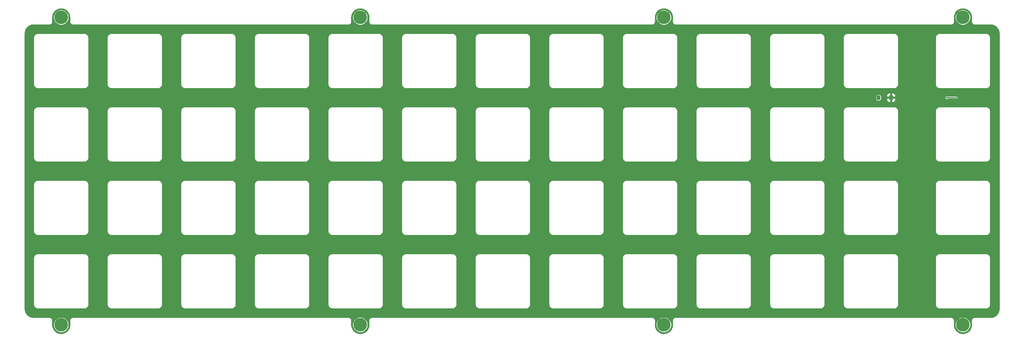
<source format=gbr>
G04 #@! TF.GenerationSoftware,KiCad,Pcbnew,(5.1.4-0-10_14)*
G04 #@! TF.CreationDate,2021-10-03T11:39:20-05:00*
G04 #@! TF.ProjectId,lucy_top_plate,6c756379-5f74-46f7-905f-706c6174652e,rev?*
G04 #@! TF.SameCoordinates,Original*
G04 #@! TF.FileFunction,Copper,L2,Bot*
G04 #@! TF.FilePolarity,Positive*
%FSLAX46Y46*%
G04 Gerber Fmt 4.6, Leading zero omitted, Abs format (unit mm)*
G04 Created by KiCad (PCBNEW (5.1.4-0-10_14)) date 2021-10-03 11:39:20*
%MOMM*%
%LPD*%
G04 APERTURE LIST*
%ADD10C,0.100000*%
%ADD11C,1.000000*%
%ADD12C,3.500000*%
%ADD13C,0.500000*%
%ADD14C,0.250000*%
%ADD15C,0.254000*%
G04 APERTURE END LIST*
D10*
G36*
X371044864Y-58920108D02*
G01*
X371069133Y-58923708D01*
X371092931Y-58929669D01*
X371116031Y-58937934D01*
X371138209Y-58948424D01*
X371159253Y-58961037D01*
X371178958Y-58975651D01*
X371197137Y-58992127D01*
X371213613Y-59010306D01*
X371228227Y-59030011D01*
X371240840Y-59051055D01*
X371251330Y-59073233D01*
X371259595Y-59096333D01*
X371265556Y-59120131D01*
X371269156Y-59144400D01*
X371270360Y-59168904D01*
X371270360Y-59868904D01*
X371269156Y-59893408D01*
X371265556Y-59917677D01*
X371259595Y-59941475D01*
X371251330Y-59964575D01*
X371240840Y-59986753D01*
X371228227Y-60007797D01*
X371213613Y-60027502D01*
X371197137Y-60045681D01*
X371178958Y-60062157D01*
X371159253Y-60076771D01*
X371138209Y-60089384D01*
X371116031Y-60099874D01*
X371092931Y-60108139D01*
X371069133Y-60114100D01*
X371044864Y-60117700D01*
X371020360Y-60118904D01*
X370520360Y-60118904D01*
X370495856Y-60117700D01*
X370471587Y-60114100D01*
X370447789Y-60108139D01*
X370424689Y-60099874D01*
X370402511Y-60089384D01*
X370381467Y-60076771D01*
X370361762Y-60062157D01*
X370343583Y-60045681D01*
X370327107Y-60027502D01*
X370312493Y-60007797D01*
X370299880Y-59986753D01*
X370289390Y-59964575D01*
X370281125Y-59941475D01*
X370275164Y-59917677D01*
X370271564Y-59893408D01*
X370270360Y-59868904D01*
X370270360Y-59168904D01*
X370271564Y-59144400D01*
X370275164Y-59120131D01*
X370281125Y-59096333D01*
X370289390Y-59073233D01*
X370299880Y-59051055D01*
X370312493Y-59030011D01*
X370327107Y-59010306D01*
X370343583Y-58992127D01*
X370361762Y-58975651D01*
X370381467Y-58961037D01*
X370402511Y-58948424D01*
X370424689Y-58937934D01*
X370447789Y-58929669D01*
X370471587Y-58923708D01*
X370495856Y-58920108D01*
X370520360Y-58918904D01*
X371020360Y-58918904D01*
X371044864Y-58920108D01*
X371044864Y-58920108D01*
G37*
D11*
X370770360Y-59518904D03*
D10*
G36*
X367744864Y-58920108D02*
G01*
X367769133Y-58923708D01*
X367792931Y-58929669D01*
X367816031Y-58937934D01*
X367838209Y-58948424D01*
X367859253Y-58961037D01*
X367878958Y-58975651D01*
X367897137Y-58992127D01*
X367913613Y-59010306D01*
X367928227Y-59030011D01*
X367940840Y-59051055D01*
X367951330Y-59073233D01*
X367959595Y-59096333D01*
X367965556Y-59120131D01*
X367969156Y-59144400D01*
X367970360Y-59168904D01*
X367970360Y-59868904D01*
X367969156Y-59893408D01*
X367965556Y-59917677D01*
X367959595Y-59941475D01*
X367951330Y-59964575D01*
X367940840Y-59986753D01*
X367928227Y-60007797D01*
X367913613Y-60027502D01*
X367897137Y-60045681D01*
X367878958Y-60062157D01*
X367859253Y-60076771D01*
X367838209Y-60089384D01*
X367816031Y-60099874D01*
X367792931Y-60108139D01*
X367769133Y-60114100D01*
X367744864Y-60117700D01*
X367720360Y-60118904D01*
X367220360Y-60118904D01*
X367195856Y-60117700D01*
X367171587Y-60114100D01*
X367147789Y-60108139D01*
X367124689Y-60099874D01*
X367102511Y-60089384D01*
X367081467Y-60076771D01*
X367061762Y-60062157D01*
X367043583Y-60045681D01*
X367027107Y-60027502D01*
X367012493Y-60007797D01*
X366999880Y-59986753D01*
X366989390Y-59964575D01*
X366981125Y-59941475D01*
X366975164Y-59917677D01*
X366971564Y-59893408D01*
X366970360Y-59868904D01*
X366970360Y-59168904D01*
X366971564Y-59144400D01*
X366975164Y-59120131D01*
X366981125Y-59096333D01*
X366989390Y-59073233D01*
X366999880Y-59051055D01*
X367012493Y-59030011D01*
X367027107Y-59010306D01*
X367043583Y-58992127D01*
X367061762Y-58975651D01*
X367081467Y-58961037D01*
X367102511Y-58948424D01*
X367124689Y-58937934D01*
X367147789Y-58929669D01*
X367171587Y-58923708D01*
X367195856Y-58920108D01*
X367220360Y-58918904D01*
X367720360Y-58918904D01*
X367744864Y-58920108D01*
X367744864Y-58920108D01*
G37*
D11*
X367470360Y-59518904D03*
D12*
X155973586Y-38695532D03*
X155973586Y-118467340D03*
X233364146Y-38695532D03*
X233364146Y-118454889D03*
X311945330Y-38695532D03*
X311945330Y-118467340D03*
X389335890Y-38695532D03*
X389335890Y-118467340D03*
D13*
X373287551Y-59518904D03*
X385194165Y-59518840D03*
D14*
X370770360Y-59518904D02*
X373287551Y-59518904D01*
X387711370Y-59518840D02*
X385194165Y-59518840D01*
D15*
G36*
X389753465Y-36506481D02*
G01*
X390170706Y-36629281D01*
X390556143Y-36830783D01*
X390895099Y-37103311D01*
X391174668Y-37436488D01*
X391384200Y-37817623D01*
X391515709Y-38232194D01*
X391564965Y-38671316D01*
X391565137Y-38696020D01*
X391565138Y-39893617D01*
X391565804Y-39900377D01*
X391565778Y-39904087D01*
X391565985Y-39906199D01*
X391578129Y-40021746D01*
X391580900Y-40035247D01*
X391583481Y-40048775D01*
X391584094Y-40050807D01*
X391618451Y-40161796D01*
X391623781Y-40174476D01*
X391628950Y-40187269D01*
X391629946Y-40189142D01*
X391685206Y-40291345D01*
X391692927Y-40302792D01*
X391700454Y-40314294D01*
X391701795Y-40315938D01*
X391775854Y-40405461D01*
X391785668Y-40415206D01*
X391795269Y-40425011D01*
X391796904Y-40426364D01*
X391886941Y-40499796D01*
X391898421Y-40507423D01*
X391909783Y-40515203D01*
X391911650Y-40516212D01*
X392014235Y-40570757D01*
X392026978Y-40576010D01*
X392039634Y-40581434D01*
X392041661Y-40582062D01*
X392152887Y-40615643D01*
X392166439Y-40618326D01*
X392179876Y-40621183D01*
X392181987Y-40621405D01*
X392297617Y-40632743D01*
X392297629Y-40632743D01*
X392304989Y-40633468D01*
X396472185Y-40633455D01*
X396912491Y-40676628D01*
X397328859Y-40802336D01*
X397712883Y-41006524D01*
X398049932Y-41281415D01*
X398327169Y-41616537D01*
X398534036Y-41999129D01*
X398662648Y-42414608D01*
X398708864Y-42854321D01*
X398708895Y-42863246D01*
X398708894Y-114292705D01*
X398665722Y-114733002D01*
X398540012Y-115149373D01*
X398335824Y-115533395D01*
X398060935Y-115870441D01*
X397725813Y-116147679D01*
X397343220Y-116354547D01*
X396927742Y-116483158D01*
X396488030Y-116529374D01*
X396479391Y-116529404D01*
X392304998Y-116529404D01*
X392298228Y-116530071D01*
X392294528Y-116530045D01*
X392292416Y-116530252D01*
X392176868Y-116542396D01*
X392163361Y-116545169D01*
X392149840Y-116547748D01*
X392147808Y-116548361D01*
X392036819Y-116582718D01*
X392024139Y-116588048D01*
X392011346Y-116593217D01*
X392009473Y-116594213D01*
X391907271Y-116649473D01*
X391895841Y-116657183D01*
X391884321Y-116664721D01*
X391882677Y-116666062D01*
X391793155Y-116740121D01*
X391783428Y-116749916D01*
X391773604Y-116759536D01*
X391772251Y-116761171D01*
X391698819Y-116851208D01*
X391691192Y-116862688D01*
X391683412Y-116874050D01*
X391682403Y-116875916D01*
X391627858Y-116978502D01*
X391622605Y-116991245D01*
X391617181Y-117003901D01*
X391616553Y-117005928D01*
X391582972Y-117117154D01*
X391580283Y-117130736D01*
X391577433Y-117144143D01*
X391577212Y-117146246D01*
X391577210Y-117146255D01*
X391577210Y-117146263D01*
X391565872Y-117261884D01*
X391565872Y-117261896D01*
X391565147Y-117269256D01*
X391565148Y-118459892D01*
X391521975Y-118900197D01*
X391396266Y-119316567D01*
X391192078Y-119700588D01*
X390917189Y-120037636D01*
X390582072Y-120314868D01*
X390199479Y-120521735D01*
X389784001Y-120650348D01*
X389351453Y-120695810D01*
X388918315Y-120656391D01*
X388501074Y-120533591D01*
X388115637Y-120332089D01*
X387776681Y-120059561D01*
X387497109Y-119726380D01*
X387287580Y-119345247D01*
X387156071Y-118930679D01*
X387106815Y-118491556D01*
X387106643Y-118466853D01*
X387106643Y-118269668D01*
X387328890Y-118269668D01*
X387328890Y-118665012D01*
X387406018Y-119052760D01*
X387557310Y-119418011D01*
X387776951Y-119746728D01*
X388056502Y-120026279D01*
X388385219Y-120245920D01*
X388750470Y-120397212D01*
X389138218Y-120474340D01*
X389533562Y-120474340D01*
X389921310Y-120397212D01*
X390286561Y-120245920D01*
X390615278Y-120026279D01*
X390894829Y-119746728D01*
X391114470Y-119418011D01*
X391265762Y-119052760D01*
X391342890Y-118665012D01*
X391342890Y-118269668D01*
X391265762Y-117881920D01*
X391114470Y-117516669D01*
X390894829Y-117187952D01*
X390615278Y-116908401D01*
X390286561Y-116688760D01*
X389921310Y-116537468D01*
X389533562Y-116460340D01*
X389138218Y-116460340D01*
X388750470Y-116537468D01*
X388385219Y-116688760D01*
X388056502Y-116908401D01*
X387776951Y-117187952D01*
X387557310Y-117516669D01*
X387406018Y-117881920D01*
X387328890Y-118269668D01*
X387106643Y-118269668D01*
X387106643Y-117269255D01*
X387105976Y-117262485D01*
X387106002Y-117258785D01*
X387105795Y-117256673D01*
X387093651Y-117141125D01*
X387090878Y-117127618D01*
X387088299Y-117114097D01*
X387087686Y-117112065D01*
X387053329Y-117001076D01*
X387047999Y-116988396D01*
X387042830Y-116975603D01*
X387041834Y-116973730D01*
X386986574Y-116871528D01*
X386978864Y-116860098D01*
X386971326Y-116848578D01*
X386969985Y-116846934D01*
X386895926Y-116757412D01*
X386886131Y-116747685D01*
X386876511Y-116737861D01*
X386874876Y-116736508D01*
X386784839Y-116663076D01*
X386773359Y-116655449D01*
X386761997Y-116647669D01*
X386760131Y-116646660D01*
X386657545Y-116592115D01*
X386644802Y-116586862D01*
X386632146Y-116581438D01*
X386630119Y-116580810D01*
X386518893Y-116547229D01*
X386505311Y-116544540D01*
X386491904Y-116541690D01*
X386489801Y-116541469D01*
X386489792Y-116541467D01*
X386489784Y-116541467D01*
X386374163Y-116530129D01*
X386374152Y-116530129D01*
X386366792Y-116529404D01*
X314914438Y-116529404D01*
X314907668Y-116530071D01*
X314903968Y-116530045D01*
X314901856Y-116530252D01*
X314786308Y-116542396D01*
X314772801Y-116545169D01*
X314759280Y-116547748D01*
X314757248Y-116548361D01*
X314646259Y-116582718D01*
X314633579Y-116588048D01*
X314620786Y-116593217D01*
X314618913Y-116594213D01*
X314516711Y-116649473D01*
X314505281Y-116657183D01*
X314493761Y-116664721D01*
X314492117Y-116666062D01*
X314402595Y-116740121D01*
X314392868Y-116749916D01*
X314383044Y-116759536D01*
X314381691Y-116761171D01*
X314308259Y-116851208D01*
X314300632Y-116862688D01*
X314292852Y-116874050D01*
X314291843Y-116875916D01*
X314237298Y-116978502D01*
X314232045Y-116991245D01*
X314226621Y-117003901D01*
X314225993Y-117005928D01*
X314192412Y-117117154D01*
X314189723Y-117130736D01*
X314186873Y-117144143D01*
X314186652Y-117146246D01*
X314186650Y-117146255D01*
X314186650Y-117146263D01*
X314175312Y-117261884D01*
X314175312Y-117261896D01*
X314174587Y-117269256D01*
X314174588Y-118459892D01*
X314131415Y-118900197D01*
X314005706Y-119316567D01*
X313801518Y-119700588D01*
X313526629Y-120037636D01*
X313191512Y-120314868D01*
X312808919Y-120521735D01*
X312393441Y-120650348D01*
X311960893Y-120695810D01*
X311527755Y-120656391D01*
X311110514Y-120533591D01*
X310725077Y-120332089D01*
X310386121Y-120059561D01*
X310106549Y-119726380D01*
X309897020Y-119345247D01*
X309765511Y-118930679D01*
X309716255Y-118491556D01*
X309716083Y-118466853D01*
X309716083Y-118269668D01*
X309938330Y-118269668D01*
X309938330Y-118665012D01*
X310015458Y-119052760D01*
X310166750Y-119418011D01*
X310386391Y-119746728D01*
X310665942Y-120026279D01*
X310994659Y-120245920D01*
X311359910Y-120397212D01*
X311747658Y-120474340D01*
X312143002Y-120474340D01*
X312530750Y-120397212D01*
X312896001Y-120245920D01*
X313224718Y-120026279D01*
X313504269Y-119746728D01*
X313723910Y-119418011D01*
X313875202Y-119052760D01*
X313952330Y-118665012D01*
X313952330Y-118269668D01*
X313875202Y-117881920D01*
X313723910Y-117516669D01*
X313504269Y-117187952D01*
X313224718Y-116908401D01*
X312896001Y-116688760D01*
X312530750Y-116537468D01*
X312143002Y-116460340D01*
X311747658Y-116460340D01*
X311359910Y-116537468D01*
X310994659Y-116688760D01*
X310665942Y-116908401D01*
X310386391Y-117187952D01*
X310166750Y-117516669D01*
X310015458Y-117881920D01*
X309938330Y-118269668D01*
X309716083Y-118269668D01*
X309716083Y-117269255D01*
X309715416Y-117262485D01*
X309715442Y-117258785D01*
X309715235Y-117256673D01*
X309703091Y-117141125D01*
X309700318Y-117127618D01*
X309697739Y-117114097D01*
X309697126Y-117112065D01*
X309662769Y-117001076D01*
X309657439Y-116988396D01*
X309652270Y-116975603D01*
X309651274Y-116973730D01*
X309596014Y-116871528D01*
X309588304Y-116860098D01*
X309580766Y-116848578D01*
X309579425Y-116846934D01*
X309505366Y-116757412D01*
X309495571Y-116747685D01*
X309485951Y-116737861D01*
X309484316Y-116736508D01*
X309394279Y-116663076D01*
X309382799Y-116655449D01*
X309371437Y-116647669D01*
X309369571Y-116646660D01*
X309266985Y-116592115D01*
X309254242Y-116586862D01*
X309241586Y-116581438D01*
X309239559Y-116580810D01*
X309128333Y-116547229D01*
X309114751Y-116544540D01*
X309101344Y-116541690D01*
X309099241Y-116541469D01*
X309099232Y-116541467D01*
X309099224Y-116541467D01*
X308983603Y-116530129D01*
X308983592Y-116530129D01*
X308976232Y-116529404D01*
X236333254Y-116529404D01*
X236326484Y-116530071D01*
X236322784Y-116530045D01*
X236320672Y-116530252D01*
X236205124Y-116542396D01*
X236191617Y-116545169D01*
X236178096Y-116547748D01*
X236176064Y-116548361D01*
X236065075Y-116582718D01*
X236052395Y-116588048D01*
X236039602Y-116593217D01*
X236037729Y-116594213D01*
X235935527Y-116649473D01*
X235924097Y-116657183D01*
X235912577Y-116664721D01*
X235910933Y-116666062D01*
X235821411Y-116740121D01*
X235811684Y-116749916D01*
X235801860Y-116759536D01*
X235800507Y-116761171D01*
X235727075Y-116851208D01*
X235719448Y-116862688D01*
X235711668Y-116874050D01*
X235710659Y-116875916D01*
X235656114Y-116978502D01*
X235650861Y-116991245D01*
X235645437Y-117003901D01*
X235644809Y-117005928D01*
X235611228Y-117117154D01*
X235608539Y-117130736D01*
X235605689Y-117144143D01*
X235605468Y-117146246D01*
X235605466Y-117146255D01*
X235605466Y-117146263D01*
X235594128Y-117261884D01*
X235594128Y-117261896D01*
X235593403Y-117269256D01*
X235593404Y-118459892D01*
X235550231Y-118900197D01*
X235424522Y-119316567D01*
X235220334Y-119700588D01*
X234945445Y-120037636D01*
X234610328Y-120314868D01*
X234227735Y-120521735D01*
X233812257Y-120650348D01*
X233379709Y-120695810D01*
X232946571Y-120656391D01*
X232529330Y-120533591D01*
X232143893Y-120332089D01*
X231804937Y-120059561D01*
X231525365Y-119726380D01*
X231315836Y-119345247D01*
X231184327Y-118930679D01*
X231135071Y-118491556D01*
X231134899Y-118466853D01*
X231134899Y-118257217D01*
X231357146Y-118257217D01*
X231357146Y-118652561D01*
X231434274Y-119040309D01*
X231585566Y-119405560D01*
X231805207Y-119734277D01*
X232084758Y-120013828D01*
X232413475Y-120233469D01*
X232778726Y-120384761D01*
X233166474Y-120461889D01*
X233561818Y-120461889D01*
X233949566Y-120384761D01*
X234314817Y-120233469D01*
X234643534Y-120013828D01*
X234923085Y-119734277D01*
X235142726Y-119405560D01*
X235294018Y-119040309D01*
X235371146Y-118652561D01*
X235371146Y-118257217D01*
X235294018Y-117869469D01*
X235142726Y-117504218D01*
X234923085Y-117175501D01*
X234643534Y-116895950D01*
X234314817Y-116676309D01*
X233949566Y-116525017D01*
X233561818Y-116447889D01*
X233166474Y-116447889D01*
X232778726Y-116525017D01*
X232413475Y-116676309D01*
X232084758Y-116895950D01*
X231805207Y-117175501D01*
X231585566Y-117504218D01*
X231434274Y-117869469D01*
X231357146Y-118257217D01*
X231134899Y-118257217D01*
X231134899Y-117269255D01*
X231134232Y-117262485D01*
X231134258Y-117258785D01*
X231134051Y-117256673D01*
X231121907Y-117141125D01*
X231119134Y-117127618D01*
X231116555Y-117114097D01*
X231115942Y-117112065D01*
X231081585Y-117001076D01*
X231076255Y-116988396D01*
X231071086Y-116975603D01*
X231070090Y-116973730D01*
X231014830Y-116871528D01*
X231007120Y-116860098D01*
X230999582Y-116848578D01*
X230998241Y-116846934D01*
X230924182Y-116757412D01*
X230914387Y-116747685D01*
X230904767Y-116737861D01*
X230903132Y-116736508D01*
X230813095Y-116663076D01*
X230801615Y-116655449D01*
X230790253Y-116647669D01*
X230788387Y-116646660D01*
X230685801Y-116592115D01*
X230673058Y-116586862D01*
X230660402Y-116581438D01*
X230658375Y-116580810D01*
X230547149Y-116547229D01*
X230533567Y-116544540D01*
X230520160Y-116541690D01*
X230518057Y-116541469D01*
X230518048Y-116541467D01*
X230518040Y-116541467D01*
X230402419Y-116530129D01*
X230402408Y-116530129D01*
X230395048Y-116529404D01*
X158942694Y-116529404D01*
X158935924Y-116530071D01*
X158932224Y-116530045D01*
X158930112Y-116530252D01*
X158814564Y-116542396D01*
X158801057Y-116545169D01*
X158787536Y-116547748D01*
X158785504Y-116548361D01*
X158674515Y-116582718D01*
X158661835Y-116588048D01*
X158649042Y-116593217D01*
X158647169Y-116594213D01*
X158544967Y-116649473D01*
X158533537Y-116657183D01*
X158522017Y-116664721D01*
X158520373Y-116666062D01*
X158430851Y-116740121D01*
X158421124Y-116749916D01*
X158411300Y-116759536D01*
X158409947Y-116761171D01*
X158336515Y-116851208D01*
X158328888Y-116862688D01*
X158321108Y-116874050D01*
X158320099Y-116875916D01*
X158265554Y-116978502D01*
X158260301Y-116991245D01*
X158254877Y-117003901D01*
X158254249Y-117005928D01*
X158220668Y-117117154D01*
X158217979Y-117130736D01*
X158215129Y-117144143D01*
X158214908Y-117146246D01*
X158214906Y-117146255D01*
X158214906Y-117146263D01*
X158203568Y-117261884D01*
X158203568Y-117261896D01*
X158202843Y-117269256D01*
X158202844Y-118459892D01*
X158159671Y-118900197D01*
X158033962Y-119316567D01*
X157829774Y-119700588D01*
X157554885Y-120037636D01*
X157219768Y-120314868D01*
X156837175Y-120521735D01*
X156421697Y-120650348D01*
X155989149Y-120695810D01*
X155556011Y-120656391D01*
X155138770Y-120533591D01*
X154753333Y-120332089D01*
X154414377Y-120059561D01*
X154134805Y-119726380D01*
X153925276Y-119345247D01*
X153793767Y-118930679D01*
X153744511Y-118491556D01*
X153744339Y-118466853D01*
X153744339Y-118269668D01*
X153966586Y-118269668D01*
X153966586Y-118665012D01*
X154043714Y-119052760D01*
X154195006Y-119418011D01*
X154414647Y-119746728D01*
X154694198Y-120026279D01*
X155022915Y-120245920D01*
X155388166Y-120397212D01*
X155775914Y-120474340D01*
X156171258Y-120474340D01*
X156559006Y-120397212D01*
X156924257Y-120245920D01*
X157252974Y-120026279D01*
X157532525Y-119746728D01*
X157752166Y-119418011D01*
X157903458Y-119052760D01*
X157980586Y-118665012D01*
X157980586Y-118269668D01*
X157903458Y-117881920D01*
X157752166Y-117516669D01*
X157532525Y-117187952D01*
X157252974Y-116908401D01*
X156924257Y-116688760D01*
X156559006Y-116537468D01*
X156171258Y-116460340D01*
X155775914Y-116460340D01*
X155388166Y-116537468D01*
X155022915Y-116688760D01*
X154694198Y-116908401D01*
X154414647Y-117187952D01*
X154195006Y-117516669D01*
X154043714Y-117881920D01*
X153966586Y-118269668D01*
X153744339Y-118269668D01*
X153744339Y-117269255D01*
X153743672Y-117262485D01*
X153743698Y-117258785D01*
X153743491Y-117256673D01*
X153731347Y-117141125D01*
X153728574Y-117127618D01*
X153725995Y-117114097D01*
X153725382Y-117112065D01*
X153691025Y-117001076D01*
X153685695Y-116988396D01*
X153680526Y-116975603D01*
X153679530Y-116973730D01*
X153624270Y-116871528D01*
X153616560Y-116860098D01*
X153609022Y-116848578D01*
X153607681Y-116846934D01*
X153533622Y-116757412D01*
X153523827Y-116747685D01*
X153514207Y-116737861D01*
X153512572Y-116736508D01*
X153422535Y-116663076D01*
X153411055Y-116655449D01*
X153399693Y-116647669D01*
X153397827Y-116646660D01*
X153295241Y-116592115D01*
X153282498Y-116586862D01*
X153269842Y-116581438D01*
X153267815Y-116580810D01*
X153156589Y-116547229D01*
X153143007Y-116544540D01*
X153129600Y-116541690D01*
X153127497Y-116541469D01*
X153127488Y-116541467D01*
X153127480Y-116541467D01*
X153011859Y-116530129D01*
X153011840Y-116530129D01*
X153004533Y-116529407D01*
X148837306Y-116528147D01*
X148397229Y-116484996D01*
X147981092Y-116359357D01*
X147597288Y-116155285D01*
X147260433Y-115880552D01*
X146983353Y-115545621D01*
X146776602Y-115163243D01*
X146648062Y-114747998D01*
X146601872Y-114308531D01*
X146601842Y-114299872D01*
X146601822Y-113164161D01*
X148820530Y-113164161D01*
X148821224Y-113171203D01*
X148821180Y-113177458D01*
X148821387Y-113179570D01*
X148841788Y-113373667D01*
X148844557Y-113387157D01*
X148847139Y-113400694D01*
X148847753Y-113402725D01*
X148905465Y-113589163D01*
X148910790Y-113601830D01*
X148915964Y-113614637D01*
X148916960Y-113616511D01*
X149009785Y-113788187D01*
X149017484Y-113799602D01*
X149025033Y-113811137D01*
X149026374Y-113812782D01*
X149150778Y-113963159D01*
X149160573Y-113972886D01*
X149170193Y-113982710D01*
X149171828Y-113984063D01*
X149323070Y-114107413D01*
X149334550Y-114115040D01*
X149345912Y-114122820D01*
X149347778Y-114123829D01*
X149520101Y-114215454D01*
X149532844Y-114220707D01*
X149545500Y-114226131D01*
X149547527Y-114226759D01*
X149734363Y-114283168D01*
X149747923Y-114285853D01*
X149761353Y-114288708D01*
X149763463Y-114288930D01*
X149957697Y-114307975D01*
X149957708Y-114307975D01*
X149965068Y-114308700D01*
X161979992Y-114308700D01*
X161987034Y-114308006D01*
X161993288Y-114308050D01*
X161995400Y-114307843D01*
X162189497Y-114287442D01*
X162202987Y-114284673D01*
X162216524Y-114282091D01*
X162218553Y-114281478D01*
X162218559Y-114281476D01*
X162404993Y-114223765D01*
X162417660Y-114218440D01*
X162430467Y-114213266D01*
X162432341Y-114212270D01*
X162604017Y-114119445D01*
X162615432Y-114111746D01*
X162626967Y-114104197D01*
X162628612Y-114102856D01*
X162778989Y-113978452D01*
X162788716Y-113968657D01*
X162798540Y-113959037D01*
X162799893Y-113957402D01*
X162923243Y-113806160D01*
X162930870Y-113794680D01*
X162938650Y-113783318D01*
X162939659Y-113781452D01*
X163031284Y-113609129D01*
X163036537Y-113596386D01*
X163041961Y-113583730D01*
X163042589Y-113581703D01*
X163098998Y-113394867D01*
X163101683Y-113381307D01*
X163104538Y-113367877D01*
X163104760Y-113365767D01*
X163123805Y-113171533D01*
X163123805Y-113171522D01*
X163124530Y-113164162D01*
X163124530Y-113164161D01*
X167870610Y-113164161D01*
X167871304Y-113171203D01*
X167871260Y-113177458D01*
X167871467Y-113179570D01*
X167891868Y-113373667D01*
X167894637Y-113387157D01*
X167897219Y-113400694D01*
X167897833Y-113402725D01*
X167955545Y-113589163D01*
X167960870Y-113601830D01*
X167966044Y-113614637D01*
X167967040Y-113616511D01*
X168059865Y-113788187D01*
X168067564Y-113799602D01*
X168075113Y-113811137D01*
X168076454Y-113812782D01*
X168200858Y-113963159D01*
X168210653Y-113972886D01*
X168220273Y-113982710D01*
X168221908Y-113984063D01*
X168373150Y-114107413D01*
X168384630Y-114115040D01*
X168395992Y-114122820D01*
X168397858Y-114123829D01*
X168570181Y-114215454D01*
X168582924Y-114220707D01*
X168595580Y-114226131D01*
X168597607Y-114226759D01*
X168784443Y-114283168D01*
X168798003Y-114285853D01*
X168811433Y-114288708D01*
X168813543Y-114288930D01*
X169007777Y-114307975D01*
X169007788Y-114307975D01*
X169015148Y-114308700D01*
X181030072Y-114308700D01*
X181037114Y-114308006D01*
X181043368Y-114308050D01*
X181045480Y-114307843D01*
X181239577Y-114287442D01*
X181253067Y-114284673D01*
X181266604Y-114282091D01*
X181268633Y-114281478D01*
X181268639Y-114281476D01*
X181455073Y-114223765D01*
X181467740Y-114218440D01*
X181480547Y-114213266D01*
X181482421Y-114212270D01*
X181654097Y-114119445D01*
X181665512Y-114111746D01*
X181677047Y-114104197D01*
X181678692Y-114102856D01*
X181829069Y-113978452D01*
X181838796Y-113968657D01*
X181848620Y-113959037D01*
X181849973Y-113957402D01*
X181973323Y-113806160D01*
X181980950Y-113794680D01*
X181988730Y-113783318D01*
X181989739Y-113781452D01*
X182081364Y-113609129D01*
X182086617Y-113596386D01*
X182092041Y-113583730D01*
X182092669Y-113581703D01*
X182149078Y-113394867D01*
X182151763Y-113381307D01*
X182154618Y-113367877D01*
X182154840Y-113365767D01*
X182173885Y-113171533D01*
X182173885Y-113171522D01*
X182174610Y-113164162D01*
X182174610Y-113164161D01*
X186920690Y-113164161D01*
X186921384Y-113171203D01*
X186921340Y-113177458D01*
X186921547Y-113179570D01*
X186941948Y-113373667D01*
X186944717Y-113387157D01*
X186947299Y-113400694D01*
X186947913Y-113402725D01*
X187005625Y-113589163D01*
X187010950Y-113601830D01*
X187016124Y-113614637D01*
X187017120Y-113616511D01*
X187109945Y-113788187D01*
X187117644Y-113799602D01*
X187125193Y-113811137D01*
X187126534Y-113812782D01*
X187250938Y-113963159D01*
X187260733Y-113972886D01*
X187270353Y-113982710D01*
X187271988Y-113984063D01*
X187423230Y-114107413D01*
X187434710Y-114115040D01*
X187446072Y-114122820D01*
X187447938Y-114123829D01*
X187620261Y-114215454D01*
X187633004Y-114220707D01*
X187645660Y-114226131D01*
X187647687Y-114226759D01*
X187834523Y-114283168D01*
X187848083Y-114285853D01*
X187861513Y-114288708D01*
X187863623Y-114288930D01*
X188057857Y-114307975D01*
X188057868Y-114307975D01*
X188065228Y-114308700D01*
X200080152Y-114308700D01*
X200087194Y-114308006D01*
X200093448Y-114308050D01*
X200095560Y-114307843D01*
X200289657Y-114287442D01*
X200303147Y-114284673D01*
X200316684Y-114282091D01*
X200318713Y-114281478D01*
X200318719Y-114281476D01*
X200505153Y-114223765D01*
X200517820Y-114218440D01*
X200530627Y-114213266D01*
X200532501Y-114212270D01*
X200704177Y-114119445D01*
X200715592Y-114111746D01*
X200727127Y-114104197D01*
X200728772Y-114102856D01*
X200879149Y-113978452D01*
X200888876Y-113968657D01*
X200898700Y-113959037D01*
X200900053Y-113957402D01*
X201023403Y-113806160D01*
X201031030Y-113794680D01*
X201038810Y-113783318D01*
X201039819Y-113781452D01*
X201131444Y-113609129D01*
X201136697Y-113596386D01*
X201142121Y-113583730D01*
X201142749Y-113581703D01*
X201199158Y-113394867D01*
X201201843Y-113381307D01*
X201204698Y-113367877D01*
X201204920Y-113365767D01*
X201223965Y-113171533D01*
X201223965Y-113171522D01*
X201224690Y-113164162D01*
X201224690Y-113164161D01*
X205970770Y-113164161D01*
X205971464Y-113171203D01*
X205971420Y-113177458D01*
X205971627Y-113179570D01*
X205992028Y-113373667D01*
X205994797Y-113387157D01*
X205997379Y-113400694D01*
X205997993Y-113402725D01*
X206055705Y-113589163D01*
X206061030Y-113601830D01*
X206066204Y-113614637D01*
X206067200Y-113616511D01*
X206160025Y-113788187D01*
X206167724Y-113799602D01*
X206175273Y-113811137D01*
X206176614Y-113812782D01*
X206301018Y-113963159D01*
X206310813Y-113972886D01*
X206320433Y-113982710D01*
X206322068Y-113984063D01*
X206473310Y-114107413D01*
X206484790Y-114115040D01*
X206496152Y-114122820D01*
X206498018Y-114123829D01*
X206670341Y-114215454D01*
X206683084Y-114220707D01*
X206695740Y-114226131D01*
X206697767Y-114226759D01*
X206884603Y-114283168D01*
X206898163Y-114285853D01*
X206911593Y-114288708D01*
X206913703Y-114288930D01*
X207107937Y-114307975D01*
X207107948Y-114307975D01*
X207115308Y-114308700D01*
X219130232Y-114308700D01*
X219137274Y-114308006D01*
X219143528Y-114308050D01*
X219145640Y-114307843D01*
X219339737Y-114287442D01*
X219353227Y-114284673D01*
X219366764Y-114282091D01*
X219368793Y-114281478D01*
X219368799Y-114281476D01*
X219555233Y-114223765D01*
X219567900Y-114218440D01*
X219580707Y-114213266D01*
X219582581Y-114212270D01*
X219754257Y-114119445D01*
X219765672Y-114111746D01*
X219777207Y-114104197D01*
X219778852Y-114102856D01*
X219929229Y-113978452D01*
X219938956Y-113968657D01*
X219948780Y-113959037D01*
X219950133Y-113957402D01*
X220073483Y-113806160D01*
X220081110Y-113794680D01*
X220088890Y-113783318D01*
X220089899Y-113781452D01*
X220181524Y-113609129D01*
X220186777Y-113596386D01*
X220192201Y-113583730D01*
X220192829Y-113581703D01*
X220249238Y-113394867D01*
X220251923Y-113381307D01*
X220254778Y-113367877D01*
X220255000Y-113365767D01*
X220274045Y-113171533D01*
X220274045Y-113171522D01*
X220274770Y-113164162D01*
X220274770Y-113164161D01*
X225020850Y-113164161D01*
X225021544Y-113171203D01*
X225021500Y-113177458D01*
X225021707Y-113179570D01*
X225042108Y-113373667D01*
X225044877Y-113387157D01*
X225047459Y-113400694D01*
X225048073Y-113402725D01*
X225105785Y-113589163D01*
X225111110Y-113601830D01*
X225116284Y-113614637D01*
X225117280Y-113616511D01*
X225210105Y-113788187D01*
X225217804Y-113799602D01*
X225225353Y-113811137D01*
X225226694Y-113812782D01*
X225351098Y-113963159D01*
X225360893Y-113972886D01*
X225370513Y-113982710D01*
X225372148Y-113984063D01*
X225523390Y-114107413D01*
X225534870Y-114115040D01*
X225546232Y-114122820D01*
X225548098Y-114123829D01*
X225720421Y-114215454D01*
X225733164Y-114220707D01*
X225745820Y-114226131D01*
X225747847Y-114226759D01*
X225934683Y-114283168D01*
X225948243Y-114285853D01*
X225961673Y-114288708D01*
X225963783Y-114288930D01*
X226158017Y-114307975D01*
X226158028Y-114307975D01*
X226165388Y-114308700D01*
X238180312Y-114308700D01*
X238187354Y-114308006D01*
X238193608Y-114308050D01*
X238195720Y-114307843D01*
X238389817Y-114287442D01*
X238403307Y-114284673D01*
X238416844Y-114282091D01*
X238418873Y-114281478D01*
X238418879Y-114281476D01*
X238605313Y-114223765D01*
X238617980Y-114218440D01*
X238630787Y-114213266D01*
X238632661Y-114212270D01*
X238804337Y-114119445D01*
X238815752Y-114111746D01*
X238827287Y-114104197D01*
X238828932Y-114102856D01*
X238979309Y-113978452D01*
X238989036Y-113968657D01*
X238998860Y-113959037D01*
X239000213Y-113957402D01*
X239123563Y-113806160D01*
X239131190Y-113794680D01*
X239138970Y-113783318D01*
X239139979Y-113781452D01*
X239231604Y-113609129D01*
X239236857Y-113596386D01*
X239242281Y-113583730D01*
X239242909Y-113581703D01*
X239299318Y-113394867D01*
X239302003Y-113381307D01*
X239304858Y-113367877D01*
X239305080Y-113365767D01*
X239324125Y-113171533D01*
X239324125Y-113171522D01*
X239324850Y-113164162D01*
X239324850Y-113164161D01*
X244070930Y-113164161D01*
X244071624Y-113171203D01*
X244071580Y-113177458D01*
X244071787Y-113179570D01*
X244092188Y-113373667D01*
X244094957Y-113387157D01*
X244097539Y-113400694D01*
X244098153Y-113402725D01*
X244155865Y-113589163D01*
X244161190Y-113601830D01*
X244166364Y-113614637D01*
X244167360Y-113616511D01*
X244260185Y-113788187D01*
X244267884Y-113799602D01*
X244275433Y-113811137D01*
X244276774Y-113812782D01*
X244401178Y-113963159D01*
X244410973Y-113972886D01*
X244420593Y-113982710D01*
X244422228Y-113984063D01*
X244573470Y-114107413D01*
X244584950Y-114115040D01*
X244596312Y-114122820D01*
X244598178Y-114123829D01*
X244770501Y-114215454D01*
X244783244Y-114220707D01*
X244795900Y-114226131D01*
X244797927Y-114226759D01*
X244984763Y-114283168D01*
X244998323Y-114285853D01*
X245011753Y-114288708D01*
X245013863Y-114288930D01*
X245208097Y-114307975D01*
X245208108Y-114307975D01*
X245215468Y-114308700D01*
X257230392Y-114308700D01*
X257237434Y-114308006D01*
X257243688Y-114308050D01*
X257245800Y-114307843D01*
X257439897Y-114287442D01*
X257453387Y-114284673D01*
X257466924Y-114282091D01*
X257468953Y-114281478D01*
X257468959Y-114281476D01*
X257655393Y-114223765D01*
X257668060Y-114218440D01*
X257680867Y-114213266D01*
X257682741Y-114212270D01*
X257854417Y-114119445D01*
X257865832Y-114111746D01*
X257877367Y-114104197D01*
X257879012Y-114102856D01*
X258029389Y-113978452D01*
X258039116Y-113968657D01*
X258048940Y-113959037D01*
X258050293Y-113957402D01*
X258173643Y-113806160D01*
X258181270Y-113794680D01*
X258189050Y-113783318D01*
X258190059Y-113781452D01*
X258281684Y-113609129D01*
X258286937Y-113596386D01*
X258292361Y-113583730D01*
X258292989Y-113581703D01*
X258349398Y-113394867D01*
X258352083Y-113381307D01*
X258354938Y-113367877D01*
X258355160Y-113365767D01*
X258374205Y-113171533D01*
X258374205Y-113171522D01*
X258374930Y-113164162D01*
X258374930Y-113164161D01*
X263121010Y-113164161D01*
X263121704Y-113171203D01*
X263121660Y-113177458D01*
X263121867Y-113179570D01*
X263142268Y-113373667D01*
X263145037Y-113387157D01*
X263147619Y-113400694D01*
X263148233Y-113402725D01*
X263205945Y-113589163D01*
X263211270Y-113601830D01*
X263216444Y-113614637D01*
X263217440Y-113616511D01*
X263310265Y-113788187D01*
X263317964Y-113799602D01*
X263325513Y-113811137D01*
X263326854Y-113812782D01*
X263451258Y-113963159D01*
X263461053Y-113972886D01*
X263470673Y-113982710D01*
X263472308Y-113984063D01*
X263623550Y-114107413D01*
X263635030Y-114115040D01*
X263646392Y-114122820D01*
X263648258Y-114123829D01*
X263820581Y-114215454D01*
X263833324Y-114220707D01*
X263845980Y-114226131D01*
X263848007Y-114226759D01*
X264034843Y-114283168D01*
X264048403Y-114285853D01*
X264061833Y-114288708D01*
X264063943Y-114288930D01*
X264258177Y-114307975D01*
X264258188Y-114307975D01*
X264265548Y-114308700D01*
X276280472Y-114308700D01*
X276287514Y-114308006D01*
X276293768Y-114308050D01*
X276295880Y-114307843D01*
X276489977Y-114287442D01*
X276503467Y-114284673D01*
X276517004Y-114282091D01*
X276519033Y-114281478D01*
X276519039Y-114281476D01*
X276705473Y-114223765D01*
X276718140Y-114218440D01*
X276730947Y-114213266D01*
X276732821Y-114212270D01*
X276904497Y-114119445D01*
X276915912Y-114111746D01*
X276927447Y-114104197D01*
X276929092Y-114102856D01*
X277079469Y-113978452D01*
X277089196Y-113968657D01*
X277099020Y-113959037D01*
X277100373Y-113957402D01*
X277223723Y-113806160D01*
X277231350Y-113794680D01*
X277239130Y-113783318D01*
X277240139Y-113781452D01*
X277331764Y-113609129D01*
X277337017Y-113596386D01*
X277342441Y-113583730D01*
X277343069Y-113581703D01*
X277399478Y-113394867D01*
X277402163Y-113381307D01*
X277405018Y-113367877D01*
X277405240Y-113365767D01*
X277424285Y-113171533D01*
X277424285Y-113171522D01*
X277425010Y-113164162D01*
X277425010Y-113164161D01*
X282171090Y-113164161D01*
X282171784Y-113171203D01*
X282171740Y-113177458D01*
X282171947Y-113179570D01*
X282192348Y-113373667D01*
X282195117Y-113387157D01*
X282197699Y-113400694D01*
X282198313Y-113402725D01*
X282256025Y-113589163D01*
X282261350Y-113601830D01*
X282266524Y-113614637D01*
X282267520Y-113616511D01*
X282360345Y-113788187D01*
X282368044Y-113799602D01*
X282375593Y-113811137D01*
X282376934Y-113812782D01*
X282501338Y-113963159D01*
X282511133Y-113972886D01*
X282520753Y-113982710D01*
X282522388Y-113984063D01*
X282673630Y-114107413D01*
X282685110Y-114115040D01*
X282696472Y-114122820D01*
X282698338Y-114123829D01*
X282870661Y-114215454D01*
X282883404Y-114220707D01*
X282896060Y-114226131D01*
X282898087Y-114226759D01*
X283084923Y-114283168D01*
X283098483Y-114285853D01*
X283111913Y-114288708D01*
X283114023Y-114288930D01*
X283308257Y-114307975D01*
X283308268Y-114307975D01*
X283315628Y-114308700D01*
X295330552Y-114308700D01*
X295337594Y-114308006D01*
X295343848Y-114308050D01*
X295345960Y-114307843D01*
X295540057Y-114287442D01*
X295553547Y-114284673D01*
X295567084Y-114282091D01*
X295569113Y-114281478D01*
X295569119Y-114281476D01*
X295755553Y-114223765D01*
X295768220Y-114218440D01*
X295781027Y-114213266D01*
X295782901Y-114212270D01*
X295954577Y-114119445D01*
X295965992Y-114111746D01*
X295977527Y-114104197D01*
X295979172Y-114102856D01*
X296129549Y-113978452D01*
X296139276Y-113968657D01*
X296149100Y-113959037D01*
X296150453Y-113957402D01*
X296273803Y-113806160D01*
X296281430Y-113794680D01*
X296289210Y-113783318D01*
X296290219Y-113781452D01*
X296381844Y-113609129D01*
X296387097Y-113596386D01*
X296392521Y-113583730D01*
X296393149Y-113581703D01*
X296449558Y-113394867D01*
X296452243Y-113381307D01*
X296455098Y-113367877D01*
X296455320Y-113365767D01*
X296474365Y-113171533D01*
X296474365Y-113171522D01*
X296475090Y-113164162D01*
X296475090Y-113164161D01*
X301221170Y-113164161D01*
X301221864Y-113171203D01*
X301221820Y-113177458D01*
X301222027Y-113179570D01*
X301242428Y-113373667D01*
X301245197Y-113387157D01*
X301247779Y-113400694D01*
X301248393Y-113402725D01*
X301306105Y-113589163D01*
X301311430Y-113601830D01*
X301316604Y-113614637D01*
X301317600Y-113616511D01*
X301410425Y-113788187D01*
X301418124Y-113799602D01*
X301425673Y-113811137D01*
X301427014Y-113812782D01*
X301551418Y-113963159D01*
X301561213Y-113972886D01*
X301570833Y-113982710D01*
X301572468Y-113984063D01*
X301723710Y-114107413D01*
X301735190Y-114115040D01*
X301746552Y-114122820D01*
X301748418Y-114123829D01*
X301920741Y-114215454D01*
X301933484Y-114220707D01*
X301946140Y-114226131D01*
X301948167Y-114226759D01*
X302135003Y-114283168D01*
X302148563Y-114285853D01*
X302161993Y-114288708D01*
X302164103Y-114288930D01*
X302358337Y-114307975D01*
X302358348Y-114307975D01*
X302365708Y-114308700D01*
X314380632Y-114308700D01*
X314387674Y-114308006D01*
X314393928Y-114308050D01*
X314396040Y-114307843D01*
X314590137Y-114287442D01*
X314603627Y-114284673D01*
X314617164Y-114282091D01*
X314619193Y-114281478D01*
X314619199Y-114281476D01*
X314805633Y-114223765D01*
X314818300Y-114218440D01*
X314831107Y-114213266D01*
X314832981Y-114212270D01*
X315004657Y-114119445D01*
X315016072Y-114111746D01*
X315027607Y-114104197D01*
X315029252Y-114102856D01*
X315179629Y-113978452D01*
X315189356Y-113968657D01*
X315199180Y-113959037D01*
X315200533Y-113957402D01*
X315323883Y-113806160D01*
X315331510Y-113794680D01*
X315339290Y-113783318D01*
X315340299Y-113781452D01*
X315431924Y-113609129D01*
X315437177Y-113596386D01*
X315442601Y-113583730D01*
X315443229Y-113581703D01*
X315499638Y-113394867D01*
X315502323Y-113381307D01*
X315505178Y-113367877D01*
X315505400Y-113365767D01*
X315524445Y-113171533D01*
X315524445Y-113171522D01*
X315525170Y-113164162D01*
X315525170Y-113164161D01*
X320271250Y-113164161D01*
X320271944Y-113171203D01*
X320271900Y-113177458D01*
X320272107Y-113179570D01*
X320292508Y-113373667D01*
X320295277Y-113387157D01*
X320297859Y-113400694D01*
X320298473Y-113402725D01*
X320356185Y-113589163D01*
X320361510Y-113601830D01*
X320366684Y-113614637D01*
X320367680Y-113616511D01*
X320460505Y-113788187D01*
X320468204Y-113799602D01*
X320475753Y-113811137D01*
X320477094Y-113812782D01*
X320601498Y-113963159D01*
X320611293Y-113972886D01*
X320620913Y-113982710D01*
X320622548Y-113984063D01*
X320773790Y-114107413D01*
X320785270Y-114115040D01*
X320796632Y-114122820D01*
X320798498Y-114123829D01*
X320970821Y-114215454D01*
X320983564Y-114220707D01*
X320996220Y-114226131D01*
X320998247Y-114226759D01*
X321185083Y-114283168D01*
X321198643Y-114285853D01*
X321212073Y-114288708D01*
X321214183Y-114288930D01*
X321408417Y-114307975D01*
X321408428Y-114307975D01*
X321415788Y-114308700D01*
X333430712Y-114308700D01*
X333437754Y-114308006D01*
X333444008Y-114308050D01*
X333446120Y-114307843D01*
X333640217Y-114287442D01*
X333653707Y-114284673D01*
X333667244Y-114282091D01*
X333669273Y-114281478D01*
X333669279Y-114281476D01*
X333855713Y-114223765D01*
X333868380Y-114218440D01*
X333881187Y-114213266D01*
X333883061Y-114212270D01*
X334054737Y-114119445D01*
X334066152Y-114111746D01*
X334077687Y-114104197D01*
X334079332Y-114102856D01*
X334229709Y-113978452D01*
X334239436Y-113968657D01*
X334249260Y-113959037D01*
X334250613Y-113957402D01*
X334373963Y-113806160D01*
X334381590Y-113794680D01*
X334389370Y-113783318D01*
X334390379Y-113781452D01*
X334482004Y-113609129D01*
X334487257Y-113596386D01*
X334492681Y-113583730D01*
X334493309Y-113581703D01*
X334549718Y-113394867D01*
X334552403Y-113381307D01*
X334555258Y-113367877D01*
X334555480Y-113365767D01*
X334574525Y-113171533D01*
X334574525Y-113171522D01*
X334574925Y-113167461D01*
X339321330Y-113167461D01*
X339322024Y-113174503D01*
X339321980Y-113180758D01*
X339322187Y-113182870D01*
X339342588Y-113376967D01*
X339345357Y-113390457D01*
X339347939Y-113403994D01*
X339348553Y-113406025D01*
X339406265Y-113592463D01*
X339411590Y-113605130D01*
X339416764Y-113617937D01*
X339417760Y-113619811D01*
X339510585Y-113791487D01*
X339518284Y-113802902D01*
X339525833Y-113814437D01*
X339527174Y-113816082D01*
X339651578Y-113966459D01*
X339661373Y-113976186D01*
X339670993Y-113986010D01*
X339672628Y-113987363D01*
X339823870Y-114110713D01*
X339835350Y-114118340D01*
X339846712Y-114126120D01*
X339848578Y-114127129D01*
X340020901Y-114218754D01*
X340033644Y-114224007D01*
X340046300Y-114229431D01*
X340048327Y-114230059D01*
X340235163Y-114286468D01*
X340248723Y-114289153D01*
X340262153Y-114292008D01*
X340264263Y-114292230D01*
X340458497Y-114311275D01*
X340458508Y-114311275D01*
X340465868Y-114312000D01*
X352480792Y-114312000D01*
X352487834Y-114311306D01*
X352494088Y-114311350D01*
X352496200Y-114311143D01*
X352690297Y-114290742D01*
X352703787Y-114287973D01*
X352717324Y-114285391D01*
X352719353Y-114284778D01*
X352719359Y-114284776D01*
X352905793Y-114227065D01*
X352918460Y-114221740D01*
X352931267Y-114216566D01*
X352933141Y-114215570D01*
X353104817Y-114122745D01*
X353116232Y-114115046D01*
X353127767Y-114107497D01*
X353129412Y-114106156D01*
X353279789Y-113981752D01*
X353289516Y-113971957D01*
X353299340Y-113962337D01*
X353300693Y-113960702D01*
X353424043Y-113809460D01*
X353431670Y-113797980D01*
X353439450Y-113786618D01*
X353440459Y-113784752D01*
X353532084Y-113612429D01*
X353537337Y-113599686D01*
X353542761Y-113587030D01*
X353543389Y-113585003D01*
X353599798Y-113398167D01*
X353602483Y-113384607D01*
X353605338Y-113371177D01*
X353605560Y-113369067D01*
X353624605Y-113174833D01*
X353624605Y-113174822D01*
X353625330Y-113167462D01*
X353625330Y-113164161D01*
X358371410Y-113164161D01*
X358372104Y-113171203D01*
X358372060Y-113177458D01*
X358372267Y-113179570D01*
X358392668Y-113373667D01*
X358395437Y-113387157D01*
X358398019Y-113400694D01*
X358398633Y-113402725D01*
X358456345Y-113589163D01*
X358461670Y-113601830D01*
X358466844Y-113614637D01*
X358467840Y-113616511D01*
X358560665Y-113788187D01*
X358568364Y-113799602D01*
X358575913Y-113811137D01*
X358577254Y-113812782D01*
X358701658Y-113963159D01*
X358711453Y-113972886D01*
X358721073Y-113982710D01*
X358722708Y-113984063D01*
X358873950Y-114107413D01*
X358885430Y-114115040D01*
X358896792Y-114122820D01*
X358898658Y-114123829D01*
X359070981Y-114215454D01*
X359083724Y-114220707D01*
X359096380Y-114226131D01*
X359098407Y-114226759D01*
X359285243Y-114283168D01*
X359298803Y-114285853D01*
X359312233Y-114288708D01*
X359314343Y-114288930D01*
X359508577Y-114307975D01*
X359508588Y-114307975D01*
X359515948Y-114308700D01*
X371530872Y-114308700D01*
X371537914Y-114308006D01*
X371544168Y-114308050D01*
X371546280Y-114307843D01*
X371740377Y-114287442D01*
X371753867Y-114284673D01*
X371767404Y-114282091D01*
X371769433Y-114281478D01*
X371769439Y-114281476D01*
X371955873Y-114223765D01*
X371968540Y-114218440D01*
X371981347Y-114213266D01*
X371983221Y-114212270D01*
X372154897Y-114119445D01*
X372166312Y-114111746D01*
X372177847Y-114104197D01*
X372179492Y-114102856D01*
X372329869Y-113978452D01*
X372339596Y-113968657D01*
X372349420Y-113959037D01*
X372350773Y-113957402D01*
X372474123Y-113806160D01*
X372481750Y-113794680D01*
X372489530Y-113783318D01*
X372490539Y-113781452D01*
X372582164Y-113609129D01*
X372587417Y-113596386D01*
X372592841Y-113583730D01*
X372593469Y-113581703D01*
X372649878Y-113394867D01*
X372652563Y-113381307D01*
X372655418Y-113367877D01*
X372655640Y-113365767D01*
X372674685Y-113171533D01*
X372674685Y-113171522D01*
X372675410Y-113164162D01*
X372675410Y-113164161D01*
X382184010Y-113164161D01*
X382184704Y-113171203D01*
X382184660Y-113177458D01*
X382184867Y-113179570D01*
X382205268Y-113373667D01*
X382208037Y-113387157D01*
X382210619Y-113400694D01*
X382211233Y-113402725D01*
X382268945Y-113589163D01*
X382274270Y-113601830D01*
X382279444Y-113614637D01*
X382280440Y-113616511D01*
X382373265Y-113788187D01*
X382380964Y-113799602D01*
X382388513Y-113811137D01*
X382389854Y-113812782D01*
X382514258Y-113963159D01*
X382524053Y-113972886D01*
X382533673Y-113982710D01*
X382535308Y-113984063D01*
X382686550Y-114107413D01*
X382698030Y-114115040D01*
X382709392Y-114122820D01*
X382711258Y-114123829D01*
X382883581Y-114215454D01*
X382896324Y-114220707D01*
X382908980Y-114226131D01*
X382911007Y-114226759D01*
X383097843Y-114283168D01*
X383111403Y-114285853D01*
X383124833Y-114288708D01*
X383126943Y-114288930D01*
X383321177Y-114307975D01*
X383321188Y-114307975D01*
X383328548Y-114308700D01*
X395343472Y-114308700D01*
X395350514Y-114308006D01*
X395356768Y-114308050D01*
X395358880Y-114307843D01*
X395552977Y-114287442D01*
X395566467Y-114284673D01*
X395580004Y-114282091D01*
X395582033Y-114281478D01*
X395582039Y-114281476D01*
X395768473Y-114223765D01*
X395781140Y-114218440D01*
X395793947Y-114213266D01*
X395795821Y-114212270D01*
X395967497Y-114119445D01*
X395978912Y-114111746D01*
X395990447Y-114104197D01*
X395992092Y-114102856D01*
X396142469Y-113978452D01*
X396152196Y-113968657D01*
X396162020Y-113959037D01*
X396163373Y-113957402D01*
X396286723Y-113806160D01*
X396294350Y-113794680D01*
X396302130Y-113783318D01*
X396303139Y-113781452D01*
X396394764Y-113609129D01*
X396400017Y-113596386D01*
X396405441Y-113583730D01*
X396406069Y-113581703D01*
X396462478Y-113394867D01*
X396465163Y-113381307D01*
X396468018Y-113367877D01*
X396468240Y-113365767D01*
X396487285Y-113171533D01*
X396487285Y-113171522D01*
X396488010Y-113164162D01*
X396488010Y-101149238D01*
X396487316Y-101142196D01*
X396487360Y-101135942D01*
X396487153Y-101133830D01*
X396466752Y-100939733D01*
X396463977Y-100926212D01*
X396461400Y-100912706D01*
X396460787Y-100910674D01*
X396403075Y-100724237D01*
X396397750Y-100711570D01*
X396392576Y-100698763D01*
X396391580Y-100696889D01*
X396298755Y-100525212D01*
X396291044Y-100513780D01*
X396283507Y-100502263D01*
X396282166Y-100500618D01*
X396157762Y-100350240D01*
X396147948Y-100340495D01*
X396138347Y-100330690D01*
X396136712Y-100329337D01*
X395985470Y-100205987D01*
X395973964Y-100198343D01*
X395962628Y-100190581D01*
X395960762Y-100189571D01*
X395788440Y-100097946D01*
X395775682Y-100092688D01*
X395763040Y-100087269D01*
X395761013Y-100086641D01*
X395574177Y-100030232D01*
X395560642Y-100027552D01*
X395547187Y-100024692D01*
X395545076Y-100024470D01*
X395350843Y-100005425D01*
X395350832Y-100005425D01*
X395343472Y-100004700D01*
X383328548Y-100004700D01*
X383321506Y-100005394D01*
X383315252Y-100005350D01*
X383313140Y-100005557D01*
X383119043Y-100025958D01*
X383105522Y-100028733D01*
X383092016Y-100031310D01*
X383089984Y-100031923D01*
X382903547Y-100089635D01*
X382890880Y-100094960D01*
X382878073Y-100100134D01*
X382876199Y-100101130D01*
X382704522Y-100193955D01*
X382693090Y-100201666D01*
X382681573Y-100209203D01*
X382679928Y-100210544D01*
X382529550Y-100334948D01*
X382519805Y-100344762D01*
X382510000Y-100354363D01*
X382508647Y-100355998D01*
X382385297Y-100507240D01*
X382377653Y-100518746D01*
X382369891Y-100530082D01*
X382368881Y-100531948D01*
X382277256Y-100704270D01*
X382271998Y-100717028D01*
X382266579Y-100729670D01*
X382265951Y-100731697D01*
X382209542Y-100918533D01*
X382206862Y-100932068D01*
X382204002Y-100945523D01*
X382203780Y-100947634D01*
X382184735Y-101141867D01*
X382184735Y-101141888D01*
X382184011Y-101149238D01*
X382184010Y-113164161D01*
X372675410Y-113164161D01*
X372675410Y-101149238D01*
X372674716Y-101142196D01*
X372674760Y-101135942D01*
X372674553Y-101133830D01*
X372654152Y-100939733D01*
X372651377Y-100926212D01*
X372648800Y-100912706D01*
X372648187Y-100910674D01*
X372590475Y-100724237D01*
X372585150Y-100711570D01*
X372579976Y-100698763D01*
X372578980Y-100696889D01*
X372486155Y-100525212D01*
X372478444Y-100513780D01*
X372470907Y-100502263D01*
X372469566Y-100500618D01*
X372345162Y-100350240D01*
X372335348Y-100340495D01*
X372325747Y-100330690D01*
X372324112Y-100329337D01*
X372172870Y-100205987D01*
X372161364Y-100198343D01*
X372150028Y-100190581D01*
X372148162Y-100189571D01*
X371975840Y-100097946D01*
X371963082Y-100092688D01*
X371950440Y-100087269D01*
X371948413Y-100086641D01*
X371761577Y-100030232D01*
X371748042Y-100027552D01*
X371734587Y-100024692D01*
X371732476Y-100024470D01*
X371538243Y-100005425D01*
X371538232Y-100005425D01*
X371530872Y-100004700D01*
X359515948Y-100004700D01*
X359508906Y-100005394D01*
X359502652Y-100005350D01*
X359500540Y-100005557D01*
X359306443Y-100025958D01*
X359292922Y-100028733D01*
X359279416Y-100031310D01*
X359277384Y-100031923D01*
X359090947Y-100089635D01*
X359078280Y-100094960D01*
X359065473Y-100100134D01*
X359063599Y-100101130D01*
X358891922Y-100193955D01*
X358880490Y-100201666D01*
X358868973Y-100209203D01*
X358867328Y-100210544D01*
X358716950Y-100334948D01*
X358707205Y-100344762D01*
X358697400Y-100354363D01*
X358696047Y-100355998D01*
X358572697Y-100507240D01*
X358565053Y-100518746D01*
X358557291Y-100530082D01*
X358556281Y-100531948D01*
X358464656Y-100704270D01*
X358459398Y-100717028D01*
X358453979Y-100729670D01*
X358453351Y-100731697D01*
X358396942Y-100918533D01*
X358394262Y-100932068D01*
X358391402Y-100945523D01*
X358391180Y-100947634D01*
X358372135Y-101141867D01*
X358372135Y-101141888D01*
X358371411Y-101149238D01*
X358371410Y-113164161D01*
X353625330Y-113164161D01*
X353625330Y-101152538D01*
X353624636Y-101145496D01*
X353624680Y-101139242D01*
X353624473Y-101137130D01*
X353604072Y-100943033D01*
X353601297Y-100929512D01*
X353598720Y-100916006D01*
X353598107Y-100913974D01*
X353540395Y-100727537D01*
X353535070Y-100714870D01*
X353529896Y-100702063D01*
X353528900Y-100700189D01*
X353436075Y-100528512D01*
X353428364Y-100517080D01*
X353420827Y-100505563D01*
X353419486Y-100503918D01*
X353295082Y-100353540D01*
X353285268Y-100343795D01*
X353275667Y-100333990D01*
X353274032Y-100332637D01*
X353122790Y-100209287D01*
X353111284Y-100201643D01*
X353099948Y-100193881D01*
X353098082Y-100192871D01*
X352925760Y-100101246D01*
X352913002Y-100095988D01*
X352900360Y-100090569D01*
X352898333Y-100089941D01*
X352711497Y-100033532D01*
X352697962Y-100030852D01*
X352684507Y-100027992D01*
X352682396Y-100027770D01*
X352488163Y-100008725D01*
X352488152Y-100008725D01*
X352480792Y-100008000D01*
X340465868Y-100008000D01*
X340458826Y-100008694D01*
X340452572Y-100008650D01*
X340450460Y-100008857D01*
X340256363Y-100029258D01*
X340242842Y-100032033D01*
X340229336Y-100034610D01*
X340227304Y-100035223D01*
X340040867Y-100092935D01*
X340028200Y-100098260D01*
X340015393Y-100103434D01*
X340013519Y-100104430D01*
X339841842Y-100197255D01*
X339830410Y-100204966D01*
X339818893Y-100212503D01*
X339817248Y-100213844D01*
X339666870Y-100338248D01*
X339657125Y-100348062D01*
X339647320Y-100357663D01*
X339645967Y-100359298D01*
X339522617Y-100510540D01*
X339514973Y-100522046D01*
X339507211Y-100533382D01*
X339506201Y-100535248D01*
X339414576Y-100707570D01*
X339409318Y-100720328D01*
X339403899Y-100732970D01*
X339403271Y-100734997D01*
X339346862Y-100921833D01*
X339344182Y-100935368D01*
X339341322Y-100948823D01*
X339341100Y-100950934D01*
X339322055Y-101145167D01*
X339322055Y-101145188D01*
X339321331Y-101152538D01*
X339321330Y-113167461D01*
X334574925Y-113167461D01*
X334575250Y-113164162D01*
X334575250Y-101149238D01*
X334574556Y-101142196D01*
X334574600Y-101135942D01*
X334574393Y-101133830D01*
X334553992Y-100939733D01*
X334551217Y-100926212D01*
X334548640Y-100912706D01*
X334548027Y-100910674D01*
X334490315Y-100724237D01*
X334484990Y-100711570D01*
X334479816Y-100698763D01*
X334478820Y-100696889D01*
X334385995Y-100525212D01*
X334378284Y-100513780D01*
X334370747Y-100502263D01*
X334369406Y-100500618D01*
X334245002Y-100350240D01*
X334235188Y-100340495D01*
X334225587Y-100330690D01*
X334223952Y-100329337D01*
X334072710Y-100205987D01*
X334061204Y-100198343D01*
X334049868Y-100190581D01*
X334048002Y-100189571D01*
X333875680Y-100097946D01*
X333862922Y-100092688D01*
X333850280Y-100087269D01*
X333848253Y-100086641D01*
X333661417Y-100030232D01*
X333647882Y-100027552D01*
X333634427Y-100024692D01*
X333632316Y-100024470D01*
X333438083Y-100005425D01*
X333438072Y-100005425D01*
X333430712Y-100004700D01*
X321415788Y-100004700D01*
X321408746Y-100005394D01*
X321402492Y-100005350D01*
X321400380Y-100005557D01*
X321206283Y-100025958D01*
X321192762Y-100028733D01*
X321179256Y-100031310D01*
X321177224Y-100031923D01*
X320990787Y-100089635D01*
X320978120Y-100094960D01*
X320965313Y-100100134D01*
X320963439Y-100101130D01*
X320791762Y-100193955D01*
X320780330Y-100201666D01*
X320768813Y-100209203D01*
X320767168Y-100210544D01*
X320616790Y-100334948D01*
X320607045Y-100344762D01*
X320597240Y-100354363D01*
X320595887Y-100355998D01*
X320472537Y-100507240D01*
X320464893Y-100518746D01*
X320457131Y-100530082D01*
X320456121Y-100531948D01*
X320364496Y-100704270D01*
X320359238Y-100717028D01*
X320353819Y-100729670D01*
X320353191Y-100731697D01*
X320296782Y-100918533D01*
X320294102Y-100932068D01*
X320291242Y-100945523D01*
X320291020Y-100947634D01*
X320271975Y-101141867D01*
X320271975Y-101141888D01*
X320271251Y-101149238D01*
X320271250Y-113164161D01*
X315525170Y-113164161D01*
X315525170Y-101149238D01*
X315524476Y-101142196D01*
X315524520Y-101135942D01*
X315524313Y-101133830D01*
X315503912Y-100939733D01*
X315501137Y-100926212D01*
X315498560Y-100912706D01*
X315497947Y-100910674D01*
X315440235Y-100724237D01*
X315434910Y-100711570D01*
X315429736Y-100698763D01*
X315428740Y-100696889D01*
X315335915Y-100525212D01*
X315328204Y-100513780D01*
X315320667Y-100502263D01*
X315319326Y-100500618D01*
X315194922Y-100350240D01*
X315185108Y-100340495D01*
X315175507Y-100330690D01*
X315173872Y-100329337D01*
X315022630Y-100205987D01*
X315011124Y-100198343D01*
X314999788Y-100190581D01*
X314997922Y-100189571D01*
X314825600Y-100097946D01*
X314812842Y-100092688D01*
X314800200Y-100087269D01*
X314798173Y-100086641D01*
X314611337Y-100030232D01*
X314597802Y-100027552D01*
X314584347Y-100024692D01*
X314582236Y-100024470D01*
X314388003Y-100005425D01*
X314387992Y-100005425D01*
X314380632Y-100004700D01*
X302365708Y-100004700D01*
X302358666Y-100005394D01*
X302352412Y-100005350D01*
X302350300Y-100005557D01*
X302156203Y-100025958D01*
X302142682Y-100028733D01*
X302129176Y-100031310D01*
X302127144Y-100031923D01*
X301940707Y-100089635D01*
X301928040Y-100094960D01*
X301915233Y-100100134D01*
X301913359Y-100101130D01*
X301741682Y-100193955D01*
X301730250Y-100201666D01*
X301718733Y-100209203D01*
X301717088Y-100210544D01*
X301566710Y-100334948D01*
X301556965Y-100344762D01*
X301547160Y-100354363D01*
X301545807Y-100355998D01*
X301422457Y-100507240D01*
X301414813Y-100518746D01*
X301407051Y-100530082D01*
X301406041Y-100531948D01*
X301314416Y-100704270D01*
X301309158Y-100717028D01*
X301303739Y-100729670D01*
X301303111Y-100731697D01*
X301246702Y-100918533D01*
X301244022Y-100932068D01*
X301241162Y-100945523D01*
X301240940Y-100947634D01*
X301221895Y-101141867D01*
X301221895Y-101141888D01*
X301221171Y-101149238D01*
X301221170Y-113164161D01*
X296475090Y-113164161D01*
X296475090Y-101149238D01*
X296474396Y-101142196D01*
X296474440Y-101135942D01*
X296474233Y-101133830D01*
X296453832Y-100939733D01*
X296451057Y-100926212D01*
X296448480Y-100912706D01*
X296447867Y-100910674D01*
X296390155Y-100724237D01*
X296384830Y-100711570D01*
X296379656Y-100698763D01*
X296378660Y-100696889D01*
X296285835Y-100525212D01*
X296278124Y-100513780D01*
X296270587Y-100502263D01*
X296269246Y-100500618D01*
X296144842Y-100350240D01*
X296135028Y-100340495D01*
X296125427Y-100330690D01*
X296123792Y-100329337D01*
X295972550Y-100205987D01*
X295961044Y-100198343D01*
X295949708Y-100190581D01*
X295947842Y-100189571D01*
X295775520Y-100097946D01*
X295762762Y-100092688D01*
X295750120Y-100087269D01*
X295748093Y-100086641D01*
X295561257Y-100030232D01*
X295547722Y-100027552D01*
X295534267Y-100024692D01*
X295532156Y-100024470D01*
X295337923Y-100005425D01*
X295337912Y-100005425D01*
X295330552Y-100004700D01*
X283315628Y-100004700D01*
X283308586Y-100005394D01*
X283302332Y-100005350D01*
X283300220Y-100005557D01*
X283106123Y-100025958D01*
X283092602Y-100028733D01*
X283079096Y-100031310D01*
X283077064Y-100031923D01*
X282890627Y-100089635D01*
X282877960Y-100094960D01*
X282865153Y-100100134D01*
X282863279Y-100101130D01*
X282691602Y-100193955D01*
X282680170Y-100201666D01*
X282668653Y-100209203D01*
X282667008Y-100210544D01*
X282516630Y-100334948D01*
X282506885Y-100344762D01*
X282497080Y-100354363D01*
X282495727Y-100355998D01*
X282372377Y-100507240D01*
X282364733Y-100518746D01*
X282356971Y-100530082D01*
X282355961Y-100531948D01*
X282264336Y-100704270D01*
X282259078Y-100717028D01*
X282253659Y-100729670D01*
X282253031Y-100731697D01*
X282196622Y-100918533D01*
X282193942Y-100932068D01*
X282191082Y-100945523D01*
X282190860Y-100947634D01*
X282171815Y-101141867D01*
X282171815Y-101141888D01*
X282171091Y-101149238D01*
X282171090Y-113164161D01*
X277425010Y-113164161D01*
X277425010Y-101149238D01*
X277424316Y-101142196D01*
X277424360Y-101135942D01*
X277424153Y-101133830D01*
X277403752Y-100939733D01*
X277400977Y-100926212D01*
X277398400Y-100912706D01*
X277397787Y-100910674D01*
X277340075Y-100724237D01*
X277334750Y-100711570D01*
X277329576Y-100698763D01*
X277328580Y-100696889D01*
X277235755Y-100525212D01*
X277228044Y-100513780D01*
X277220507Y-100502263D01*
X277219166Y-100500618D01*
X277094762Y-100350240D01*
X277084948Y-100340495D01*
X277075347Y-100330690D01*
X277073712Y-100329337D01*
X276922470Y-100205987D01*
X276910964Y-100198343D01*
X276899628Y-100190581D01*
X276897762Y-100189571D01*
X276725440Y-100097946D01*
X276712682Y-100092688D01*
X276700040Y-100087269D01*
X276698013Y-100086641D01*
X276511177Y-100030232D01*
X276497642Y-100027552D01*
X276484187Y-100024692D01*
X276482076Y-100024470D01*
X276287843Y-100005425D01*
X276287832Y-100005425D01*
X276280472Y-100004700D01*
X264265548Y-100004700D01*
X264258506Y-100005394D01*
X264252252Y-100005350D01*
X264250140Y-100005557D01*
X264056043Y-100025958D01*
X264042522Y-100028733D01*
X264029016Y-100031310D01*
X264026984Y-100031923D01*
X263840547Y-100089635D01*
X263827880Y-100094960D01*
X263815073Y-100100134D01*
X263813199Y-100101130D01*
X263641522Y-100193955D01*
X263630090Y-100201666D01*
X263618573Y-100209203D01*
X263616928Y-100210544D01*
X263466550Y-100334948D01*
X263456805Y-100344762D01*
X263447000Y-100354363D01*
X263445647Y-100355998D01*
X263322297Y-100507240D01*
X263314653Y-100518746D01*
X263306891Y-100530082D01*
X263305881Y-100531948D01*
X263214256Y-100704270D01*
X263208998Y-100717028D01*
X263203579Y-100729670D01*
X263202951Y-100731697D01*
X263146542Y-100918533D01*
X263143862Y-100932068D01*
X263141002Y-100945523D01*
X263140780Y-100947634D01*
X263121735Y-101141867D01*
X263121735Y-101141888D01*
X263121011Y-101149238D01*
X263121010Y-113164161D01*
X258374930Y-113164161D01*
X258374930Y-101149238D01*
X258374236Y-101142196D01*
X258374280Y-101135942D01*
X258374073Y-101133830D01*
X258353672Y-100939733D01*
X258350897Y-100926212D01*
X258348320Y-100912706D01*
X258347707Y-100910674D01*
X258289995Y-100724237D01*
X258284670Y-100711570D01*
X258279496Y-100698763D01*
X258278500Y-100696889D01*
X258185675Y-100525212D01*
X258177964Y-100513780D01*
X258170427Y-100502263D01*
X258169086Y-100500618D01*
X258044682Y-100350240D01*
X258034868Y-100340495D01*
X258025267Y-100330690D01*
X258023632Y-100329337D01*
X257872390Y-100205987D01*
X257860884Y-100198343D01*
X257849548Y-100190581D01*
X257847682Y-100189571D01*
X257675360Y-100097946D01*
X257662602Y-100092688D01*
X257649960Y-100087269D01*
X257647933Y-100086641D01*
X257461097Y-100030232D01*
X257447562Y-100027552D01*
X257434107Y-100024692D01*
X257431996Y-100024470D01*
X257237763Y-100005425D01*
X257237752Y-100005425D01*
X257230392Y-100004700D01*
X245215468Y-100004700D01*
X245208426Y-100005394D01*
X245202172Y-100005350D01*
X245200060Y-100005557D01*
X245005963Y-100025958D01*
X244992442Y-100028733D01*
X244978936Y-100031310D01*
X244976904Y-100031923D01*
X244790467Y-100089635D01*
X244777800Y-100094960D01*
X244764993Y-100100134D01*
X244763119Y-100101130D01*
X244591442Y-100193955D01*
X244580010Y-100201666D01*
X244568493Y-100209203D01*
X244566848Y-100210544D01*
X244416470Y-100334948D01*
X244406725Y-100344762D01*
X244396920Y-100354363D01*
X244395567Y-100355998D01*
X244272217Y-100507240D01*
X244264573Y-100518746D01*
X244256811Y-100530082D01*
X244255801Y-100531948D01*
X244164176Y-100704270D01*
X244158918Y-100717028D01*
X244153499Y-100729670D01*
X244152871Y-100731697D01*
X244096462Y-100918533D01*
X244093782Y-100932068D01*
X244090922Y-100945523D01*
X244090700Y-100947634D01*
X244071655Y-101141867D01*
X244071655Y-101141888D01*
X244070931Y-101149238D01*
X244070930Y-113164161D01*
X239324850Y-113164161D01*
X239324850Y-101149238D01*
X239324156Y-101142196D01*
X239324200Y-101135942D01*
X239323993Y-101133830D01*
X239303592Y-100939733D01*
X239300817Y-100926212D01*
X239298240Y-100912706D01*
X239297627Y-100910674D01*
X239239915Y-100724237D01*
X239234590Y-100711570D01*
X239229416Y-100698763D01*
X239228420Y-100696889D01*
X239135595Y-100525212D01*
X239127884Y-100513780D01*
X239120347Y-100502263D01*
X239119006Y-100500618D01*
X238994602Y-100350240D01*
X238984788Y-100340495D01*
X238975187Y-100330690D01*
X238973552Y-100329337D01*
X238822310Y-100205987D01*
X238810804Y-100198343D01*
X238799468Y-100190581D01*
X238797602Y-100189571D01*
X238625280Y-100097946D01*
X238612522Y-100092688D01*
X238599880Y-100087269D01*
X238597853Y-100086641D01*
X238411017Y-100030232D01*
X238397482Y-100027552D01*
X238384027Y-100024692D01*
X238381916Y-100024470D01*
X238187683Y-100005425D01*
X238187672Y-100005425D01*
X238180312Y-100004700D01*
X226165388Y-100004700D01*
X226158346Y-100005394D01*
X226152092Y-100005350D01*
X226149980Y-100005557D01*
X225955883Y-100025958D01*
X225942362Y-100028733D01*
X225928856Y-100031310D01*
X225926824Y-100031923D01*
X225740387Y-100089635D01*
X225727720Y-100094960D01*
X225714913Y-100100134D01*
X225713039Y-100101130D01*
X225541362Y-100193955D01*
X225529930Y-100201666D01*
X225518413Y-100209203D01*
X225516768Y-100210544D01*
X225366390Y-100334948D01*
X225356645Y-100344762D01*
X225346840Y-100354363D01*
X225345487Y-100355998D01*
X225222137Y-100507240D01*
X225214493Y-100518746D01*
X225206731Y-100530082D01*
X225205721Y-100531948D01*
X225114096Y-100704270D01*
X225108838Y-100717028D01*
X225103419Y-100729670D01*
X225102791Y-100731697D01*
X225046382Y-100918533D01*
X225043702Y-100932068D01*
X225040842Y-100945523D01*
X225040620Y-100947634D01*
X225021575Y-101141867D01*
X225021575Y-101141888D01*
X225020851Y-101149238D01*
X225020850Y-113164161D01*
X220274770Y-113164161D01*
X220274770Y-101149238D01*
X220274076Y-101142196D01*
X220274120Y-101135942D01*
X220273913Y-101133830D01*
X220253512Y-100939733D01*
X220250737Y-100926212D01*
X220248160Y-100912706D01*
X220247547Y-100910674D01*
X220189835Y-100724237D01*
X220184510Y-100711570D01*
X220179336Y-100698763D01*
X220178340Y-100696889D01*
X220085515Y-100525212D01*
X220077804Y-100513780D01*
X220070267Y-100502263D01*
X220068926Y-100500618D01*
X219944522Y-100350240D01*
X219934708Y-100340495D01*
X219925107Y-100330690D01*
X219923472Y-100329337D01*
X219772230Y-100205987D01*
X219760724Y-100198343D01*
X219749388Y-100190581D01*
X219747522Y-100189571D01*
X219575200Y-100097946D01*
X219562442Y-100092688D01*
X219549800Y-100087269D01*
X219547773Y-100086641D01*
X219360937Y-100030232D01*
X219347402Y-100027552D01*
X219333947Y-100024692D01*
X219331836Y-100024470D01*
X219137603Y-100005425D01*
X219137592Y-100005425D01*
X219130232Y-100004700D01*
X207115308Y-100004700D01*
X207108266Y-100005394D01*
X207102012Y-100005350D01*
X207099900Y-100005557D01*
X206905803Y-100025958D01*
X206892282Y-100028733D01*
X206878776Y-100031310D01*
X206876744Y-100031923D01*
X206690307Y-100089635D01*
X206677640Y-100094960D01*
X206664833Y-100100134D01*
X206662959Y-100101130D01*
X206491282Y-100193955D01*
X206479850Y-100201666D01*
X206468333Y-100209203D01*
X206466688Y-100210544D01*
X206316310Y-100334948D01*
X206306565Y-100344762D01*
X206296760Y-100354363D01*
X206295407Y-100355998D01*
X206172057Y-100507240D01*
X206164413Y-100518746D01*
X206156651Y-100530082D01*
X206155641Y-100531948D01*
X206064016Y-100704270D01*
X206058758Y-100717028D01*
X206053339Y-100729670D01*
X206052711Y-100731697D01*
X205996302Y-100918533D01*
X205993622Y-100932068D01*
X205990762Y-100945523D01*
X205990540Y-100947634D01*
X205971495Y-101141867D01*
X205971495Y-101141888D01*
X205970771Y-101149238D01*
X205970770Y-113164161D01*
X201224690Y-113164161D01*
X201224690Y-101149238D01*
X201223996Y-101142196D01*
X201224040Y-101135942D01*
X201223833Y-101133830D01*
X201203432Y-100939733D01*
X201200657Y-100926212D01*
X201198080Y-100912706D01*
X201197467Y-100910674D01*
X201139755Y-100724237D01*
X201134430Y-100711570D01*
X201129256Y-100698763D01*
X201128260Y-100696889D01*
X201035435Y-100525212D01*
X201027724Y-100513780D01*
X201020187Y-100502263D01*
X201018846Y-100500618D01*
X200894442Y-100350240D01*
X200884628Y-100340495D01*
X200875027Y-100330690D01*
X200873392Y-100329337D01*
X200722150Y-100205987D01*
X200710644Y-100198343D01*
X200699308Y-100190581D01*
X200697442Y-100189571D01*
X200525120Y-100097946D01*
X200512362Y-100092688D01*
X200499720Y-100087269D01*
X200497693Y-100086641D01*
X200310857Y-100030232D01*
X200297322Y-100027552D01*
X200283867Y-100024692D01*
X200281756Y-100024470D01*
X200087523Y-100005425D01*
X200087512Y-100005425D01*
X200080152Y-100004700D01*
X188065228Y-100004700D01*
X188058186Y-100005394D01*
X188051932Y-100005350D01*
X188049820Y-100005557D01*
X187855723Y-100025958D01*
X187842202Y-100028733D01*
X187828696Y-100031310D01*
X187826664Y-100031923D01*
X187640227Y-100089635D01*
X187627560Y-100094960D01*
X187614753Y-100100134D01*
X187612879Y-100101130D01*
X187441202Y-100193955D01*
X187429770Y-100201666D01*
X187418253Y-100209203D01*
X187416608Y-100210544D01*
X187266230Y-100334948D01*
X187256485Y-100344762D01*
X187246680Y-100354363D01*
X187245327Y-100355998D01*
X187121977Y-100507240D01*
X187114333Y-100518746D01*
X187106571Y-100530082D01*
X187105561Y-100531948D01*
X187013936Y-100704270D01*
X187008678Y-100717028D01*
X187003259Y-100729670D01*
X187002631Y-100731697D01*
X186946222Y-100918533D01*
X186943542Y-100932068D01*
X186940682Y-100945523D01*
X186940460Y-100947634D01*
X186921415Y-101141867D01*
X186921415Y-101141888D01*
X186920691Y-101149238D01*
X186920690Y-113164161D01*
X182174610Y-113164161D01*
X182174610Y-101149238D01*
X182173916Y-101142196D01*
X182173960Y-101135942D01*
X182173753Y-101133830D01*
X182153352Y-100939733D01*
X182150577Y-100926212D01*
X182148000Y-100912706D01*
X182147387Y-100910674D01*
X182089675Y-100724237D01*
X182084350Y-100711570D01*
X182079176Y-100698763D01*
X182078180Y-100696889D01*
X181985355Y-100525212D01*
X181977644Y-100513780D01*
X181970107Y-100502263D01*
X181968766Y-100500618D01*
X181844362Y-100350240D01*
X181834548Y-100340495D01*
X181824947Y-100330690D01*
X181823312Y-100329337D01*
X181672070Y-100205987D01*
X181660564Y-100198343D01*
X181649228Y-100190581D01*
X181647362Y-100189571D01*
X181475040Y-100097946D01*
X181462282Y-100092688D01*
X181449640Y-100087269D01*
X181447613Y-100086641D01*
X181260777Y-100030232D01*
X181247242Y-100027552D01*
X181233787Y-100024692D01*
X181231676Y-100024470D01*
X181037443Y-100005425D01*
X181037432Y-100005425D01*
X181030072Y-100004700D01*
X169015148Y-100004700D01*
X169008106Y-100005394D01*
X169001852Y-100005350D01*
X168999740Y-100005557D01*
X168805643Y-100025958D01*
X168792122Y-100028733D01*
X168778616Y-100031310D01*
X168776584Y-100031923D01*
X168590147Y-100089635D01*
X168577480Y-100094960D01*
X168564673Y-100100134D01*
X168562799Y-100101130D01*
X168391122Y-100193955D01*
X168379690Y-100201666D01*
X168368173Y-100209203D01*
X168366528Y-100210544D01*
X168216150Y-100334948D01*
X168206405Y-100344762D01*
X168196600Y-100354363D01*
X168195247Y-100355998D01*
X168071897Y-100507240D01*
X168064253Y-100518746D01*
X168056491Y-100530082D01*
X168055481Y-100531948D01*
X167963856Y-100704270D01*
X167958598Y-100717028D01*
X167953179Y-100729670D01*
X167952551Y-100731697D01*
X167896142Y-100918533D01*
X167893462Y-100932068D01*
X167890602Y-100945523D01*
X167890380Y-100947634D01*
X167871335Y-101141867D01*
X167871335Y-101141888D01*
X167870611Y-101149238D01*
X167870610Y-113164161D01*
X163124530Y-113164161D01*
X163124530Y-101149238D01*
X163123836Y-101142196D01*
X163123880Y-101135942D01*
X163123673Y-101133830D01*
X163103272Y-100939733D01*
X163100497Y-100926212D01*
X163097920Y-100912706D01*
X163097307Y-100910674D01*
X163039595Y-100724237D01*
X163034270Y-100711570D01*
X163029096Y-100698763D01*
X163028100Y-100696889D01*
X162935275Y-100525212D01*
X162927564Y-100513780D01*
X162920027Y-100502263D01*
X162918686Y-100500618D01*
X162794282Y-100350240D01*
X162784468Y-100340495D01*
X162774867Y-100330690D01*
X162773232Y-100329337D01*
X162621990Y-100205987D01*
X162610484Y-100198343D01*
X162599148Y-100190581D01*
X162597282Y-100189571D01*
X162424960Y-100097946D01*
X162412202Y-100092688D01*
X162399560Y-100087269D01*
X162397533Y-100086641D01*
X162210697Y-100030232D01*
X162197162Y-100027552D01*
X162183707Y-100024692D01*
X162181596Y-100024470D01*
X161987363Y-100005425D01*
X161987352Y-100005425D01*
X161979992Y-100004700D01*
X149965068Y-100004700D01*
X149958026Y-100005394D01*
X149951772Y-100005350D01*
X149949660Y-100005557D01*
X149755563Y-100025958D01*
X149742042Y-100028733D01*
X149728536Y-100031310D01*
X149726504Y-100031923D01*
X149540067Y-100089635D01*
X149527400Y-100094960D01*
X149514593Y-100100134D01*
X149512719Y-100101130D01*
X149341042Y-100193955D01*
X149329610Y-100201666D01*
X149318093Y-100209203D01*
X149316448Y-100210544D01*
X149166070Y-100334948D01*
X149156325Y-100344762D01*
X149146520Y-100354363D01*
X149145167Y-100355998D01*
X149021817Y-100507240D01*
X149014173Y-100518746D01*
X149006411Y-100530082D01*
X149005401Y-100531948D01*
X148913776Y-100704270D01*
X148908518Y-100717028D01*
X148903099Y-100729670D01*
X148902471Y-100731697D01*
X148846062Y-100918533D01*
X148843382Y-100932068D01*
X148840522Y-100945523D01*
X148840300Y-100947634D01*
X148821255Y-101141867D01*
X148821255Y-101141888D01*
X148820531Y-101149238D01*
X148820530Y-113164161D01*
X146601822Y-113164161D01*
X146601486Y-94114081D01*
X148820530Y-94114081D01*
X148821224Y-94121123D01*
X148821180Y-94127378D01*
X148821387Y-94129490D01*
X148841788Y-94323587D01*
X148844557Y-94337077D01*
X148847139Y-94350614D01*
X148847753Y-94352645D01*
X148905465Y-94539083D01*
X148910790Y-94551750D01*
X148915964Y-94564557D01*
X148916960Y-94566431D01*
X149009785Y-94738107D01*
X149017484Y-94749522D01*
X149025033Y-94761057D01*
X149026374Y-94762702D01*
X149150778Y-94913079D01*
X149160573Y-94922806D01*
X149170193Y-94932630D01*
X149171828Y-94933983D01*
X149323070Y-95057333D01*
X149334550Y-95064960D01*
X149345912Y-95072740D01*
X149347778Y-95073749D01*
X149520101Y-95165374D01*
X149532844Y-95170627D01*
X149545500Y-95176051D01*
X149547527Y-95176679D01*
X149734363Y-95233088D01*
X149747923Y-95235773D01*
X149761353Y-95238628D01*
X149763463Y-95238850D01*
X149957697Y-95257895D01*
X149957708Y-95257895D01*
X149965068Y-95258620D01*
X161979992Y-95258620D01*
X161987034Y-95257926D01*
X161993288Y-95257970D01*
X161995400Y-95257763D01*
X162189497Y-95237362D01*
X162202987Y-95234593D01*
X162216524Y-95232011D01*
X162218553Y-95231398D01*
X162218559Y-95231396D01*
X162404993Y-95173685D01*
X162417660Y-95168360D01*
X162430467Y-95163186D01*
X162432341Y-95162190D01*
X162604017Y-95069365D01*
X162615432Y-95061666D01*
X162626967Y-95054117D01*
X162628612Y-95052776D01*
X162778989Y-94928372D01*
X162788716Y-94918577D01*
X162798540Y-94908957D01*
X162799893Y-94907322D01*
X162923243Y-94756080D01*
X162930870Y-94744600D01*
X162938650Y-94733238D01*
X162939659Y-94731372D01*
X163031284Y-94559049D01*
X163036537Y-94546306D01*
X163041961Y-94533650D01*
X163042589Y-94531623D01*
X163098998Y-94344787D01*
X163101683Y-94331227D01*
X163104538Y-94317797D01*
X163104760Y-94315687D01*
X163123805Y-94121453D01*
X163123805Y-94121442D01*
X163124530Y-94114082D01*
X163124530Y-94114081D01*
X167870610Y-94114081D01*
X167871304Y-94121123D01*
X167871260Y-94127378D01*
X167871467Y-94129490D01*
X167891868Y-94323587D01*
X167894637Y-94337077D01*
X167897219Y-94350614D01*
X167897833Y-94352645D01*
X167955545Y-94539083D01*
X167960870Y-94551750D01*
X167966044Y-94564557D01*
X167967040Y-94566431D01*
X168059865Y-94738107D01*
X168067564Y-94749522D01*
X168075113Y-94761057D01*
X168076454Y-94762702D01*
X168200858Y-94913079D01*
X168210653Y-94922806D01*
X168220273Y-94932630D01*
X168221908Y-94933983D01*
X168373150Y-95057333D01*
X168384630Y-95064960D01*
X168395992Y-95072740D01*
X168397858Y-95073749D01*
X168570181Y-95165374D01*
X168582924Y-95170627D01*
X168595580Y-95176051D01*
X168597607Y-95176679D01*
X168784443Y-95233088D01*
X168798003Y-95235773D01*
X168811433Y-95238628D01*
X168813543Y-95238850D01*
X169007777Y-95257895D01*
X169007788Y-95257895D01*
X169015148Y-95258620D01*
X181030072Y-95258620D01*
X181037114Y-95257926D01*
X181043368Y-95257970D01*
X181045480Y-95257763D01*
X181239577Y-95237362D01*
X181253067Y-95234593D01*
X181266604Y-95232011D01*
X181268633Y-95231398D01*
X181268639Y-95231396D01*
X181455073Y-95173685D01*
X181467740Y-95168360D01*
X181480547Y-95163186D01*
X181482421Y-95162190D01*
X181654097Y-95069365D01*
X181665512Y-95061666D01*
X181677047Y-95054117D01*
X181678692Y-95052776D01*
X181829069Y-94928372D01*
X181838796Y-94918577D01*
X181848620Y-94908957D01*
X181849973Y-94907322D01*
X181973323Y-94756080D01*
X181980950Y-94744600D01*
X181988730Y-94733238D01*
X181989739Y-94731372D01*
X182081364Y-94559049D01*
X182086617Y-94546306D01*
X182092041Y-94533650D01*
X182092669Y-94531623D01*
X182149078Y-94344787D01*
X182151763Y-94331227D01*
X182154618Y-94317797D01*
X182154840Y-94315687D01*
X182173885Y-94121453D01*
X182173885Y-94121442D01*
X182174610Y-94114082D01*
X182174610Y-94114081D01*
X186920690Y-94114081D01*
X186921384Y-94121123D01*
X186921340Y-94127378D01*
X186921547Y-94129490D01*
X186941948Y-94323587D01*
X186944717Y-94337077D01*
X186947299Y-94350614D01*
X186947913Y-94352645D01*
X187005625Y-94539083D01*
X187010950Y-94551750D01*
X187016124Y-94564557D01*
X187017120Y-94566431D01*
X187109945Y-94738107D01*
X187117644Y-94749522D01*
X187125193Y-94761057D01*
X187126534Y-94762702D01*
X187250938Y-94913079D01*
X187260733Y-94922806D01*
X187270353Y-94932630D01*
X187271988Y-94933983D01*
X187423230Y-95057333D01*
X187434710Y-95064960D01*
X187446072Y-95072740D01*
X187447938Y-95073749D01*
X187620261Y-95165374D01*
X187633004Y-95170627D01*
X187645660Y-95176051D01*
X187647687Y-95176679D01*
X187834523Y-95233088D01*
X187848083Y-95235773D01*
X187861513Y-95238628D01*
X187863623Y-95238850D01*
X188057857Y-95257895D01*
X188057868Y-95257895D01*
X188065228Y-95258620D01*
X200080152Y-95258620D01*
X200087194Y-95257926D01*
X200093448Y-95257970D01*
X200095560Y-95257763D01*
X200289657Y-95237362D01*
X200303147Y-95234593D01*
X200316684Y-95232011D01*
X200318713Y-95231398D01*
X200318719Y-95231396D01*
X200505153Y-95173685D01*
X200517820Y-95168360D01*
X200530627Y-95163186D01*
X200532501Y-95162190D01*
X200704177Y-95069365D01*
X200715592Y-95061666D01*
X200727127Y-95054117D01*
X200728772Y-95052776D01*
X200879149Y-94928372D01*
X200888876Y-94918577D01*
X200898700Y-94908957D01*
X200900053Y-94907322D01*
X201023403Y-94756080D01*
X201031030Y-94744600D01*
X201038810Y-94733238D01*
X201039819Y-94731372D01*
X201131444Y-94559049D01*
X201136697Y-94546306D01*
X201142121Y-94533650D01*
X201142749Y-94531623D01*
X201199158Y-94344787D01*
X201201843Y-94331227D01*
X201204698Y-94317797D01*
X201204920Y-94315687D01*
X201223965Y-94121453D01*
X201223965Y-94121442D01*
X201224690Y-94114082D01*
X201224690Y-94114081D01*
X205970770Y-94114081D01*
X205971464Y-94121123D01*
X205971420Y-94127378D01*
X205971627Y-94129490D01*
X205992028Y-94323587D01*
X205994797Y-94337077D01*
X205997379Y-94350614D01*
X205997993Y-94352645D01*
X206055705Y-94539083D01*
X206061030Y-94551750D01*
X206066204Y-94564557D01*
X206067200Y-94566431D01*
X206160025Y-94738107D01*
X206167724Y-94749522D01*
X206175273Y-94761057D01*
X206176614Y-94762702D01*
X206301018Y-94913079D01*
X206310813Y-94922806D01*
X206320433Y-94932630D01*
X206322068Y-94933983D01*
X206473310Y-95057333D01*
X206484790Y-95064960D01*
X206496152Y-95072740D01*
X206498018Y-95073749D01*
X206670341Y-95165374D01*
X206683084Y-95170627D01*
X206695740Y-95176051D01*
X206697767Y-95176679D01*
X206884603Y-95233088D01*
X206898163Y-95235773D01*
X206911593Y-95238628D01*
X206913703Y-95238850D01*
X207107937Y-95257895D01*
X207107948Y-95257895D01*
X207115308Y-95258620D01*
X219130232Y-95258620D01*
X219137274Y-95257926D01*
X219143528Y-95257970D01*
X219145640Y-95257763D01*
X219339737Y-95237362D01*
X219353227Y-95234593D01*
X219366764Y-95232011D01*
X219368793Y-95231398D01*
X219368799Y-95231396D01*
X219555233Y-95173685D01*
X219567900Y-95168360D01*
X219580707Y-95163186D01*
X219582581Y-95162190D01*
X219754257Y-95069365D01*
X219765672Y-95061666D01*
X219777207Y-95054117D01*
X219778852Y-95052776D01*
X219929229Y-94928372D01*
X219938956Y-94918577D01*
X219948780Y-94908957D01*
X219950133Y-94907322D01*
X220073483Y-94756080D01*
X220081110Y-94744600D01*
X220088890Y-94733238D01*
X220089899Y-94731372D01*
X220181524Y-94559049D01*
X220186777Y-94546306D01*
X220192201Y-94533650D01*
X220192829Y-94531623D01*
X220249238Y-94344787D01*
X220251923Y-94331227D01*
X220254778Y-94317797D01*
X220255000Y-94315687D01*
X220274045Y-94121453D01*
X220274045Y-94121442D01*
X220274770Y-94114082D01*
X220274770Y-94114081D01*
X225020850Y-94114081D01*
X225021544Y-94121123D01*
X225021500Y-94127378D01*
X225021707Y-94129490D01*
X225042108Y-94323587D01*
X225044877Y-94337077D01*
X225047459Y-94350614D01*
X225048073Y-94352645D01*
X225105785Y-94539083D01*
X225111110Y-94551750D01*
X225116284Y-94564557D01*
X225117280Y-94566431D01*
X225210105Y-94738107D01*
X225217804Y-94749522D01*
X225225353Y-94761057D01*
X225226694Y-94762702D01*
X225351098Y-94913079D01*
X225360893Y-94922806D01*
X225370513Y-94932630D01*
X225372148Y-94933983D01*
X225523390Y-95057333D01*
X225534870Y-95064960D01*
X225546232Y-95072740D01*
X225548098Y-95073749D01*
X225720421Y-95165374D01*
X225733164Y-95170627D01*
X225745820Y-95176051D01*
X225747847Y-95176679D01*
X225934683Y-95233088D01*
X225948243Y-95235773D01*
X225961673Y-95238628D01*
X225963783Y-95238850D01*
X226158017Y-95257895D01*
X226158028Y-95257895D01*
X226165388Y-95258620D01*
X238180312Y-95258620D01*
X238187354Y-95257926D01*
X238193608Y-95257970D01*
X238195720Y-95257763D01*
X238389817Y-95237362D01*
X238403307Y-95234593D01*
X238416844Y-95232011D01*
X238418873Y-95231398D01*
X238418879Y-95231396D01*
X238605313Y-95173685D01*
X238617980Y-95168360D01*
X238630787Y-95163186D01*
X238632661Y-95162190D01*
X238804337Y-95069365D01*
X238815752Y-95061666D01*
X238827287Y-95054117D01*
X238828932Y-95052776D01*
X238979309Y-94928372D01*
X238989036Y-94918577D01*
X238998860Y-94908957D01*
X239000213Y-94907322D01*
X239123563Y-94756080D01*
X239131190Y-94744600D01*
X239138970Y-94733238D01*
X239139979Y-94731372D01*
X239231604Y-94559049D01*
X239236857Y-94546306D01*
X239242281Y-94533650D01*
X239242909Y-94531623D01*
X239299318Y-94344787D01*
X239302003Y-94331227D01*
X239304858Y-94317797D01*
X239305080Y-94315687D01*
X239324125Y-94121453D01*
X239324125Y-94121442D01*
X239324850Y-94114082D01*
X239324850Y-94114081D01*
X244070930Y-94114081D01*
X244071624Y-94121123D01*
X244071580Y-94127378D01*
X244071787Y-94129490D01*
X244092188Y-94323587D01*
X244094957Y-94337077D01*
X244097539Y-94350614D01*
X244098153Y-94352645D01*
X244155865Y-94539083D01*
X244161190Y-94551750D01*
X244166364Y-94564557D01*
X244167360Y-94566431D01*
X244260185Y-94738107D01*
X244267884Y-94749522D01*
X244275433Y-94761057D01*
X244276774Y-94762702D01*
X244401178Y-94913079D01*
X244410973Y-94922806D01*
X244420593Y-94932630D01*
X244422228Y-94933983D01*
X244573470Y-95057333D01*
X244584950Y-95064960D01*
X244596312Y-95072740D01*
X244598178Y-95073749D01*
X244770501Y-95165374D01*
X244783244Y-95170627D01*
X244795900Y-95176051D01*
X244797927Y-95176679D01*
X244984763Y-95233088D01*
X244998323Y-95235773D01*
X245011753Y-95238628D01*
X245013863Y-95238850D01*
X245208097Y-95257895D01*
X245208108Y-95257895D01*
X245215468Y-95258620D01*
X257230392Y-95258620D01*
X257237434Y-95257926D01*
X257243688Y-95257970D01*
X257245800Y-95257763D01*
X257439897Y-95237362D01*
X257453387Y-95234593D01*
X257466924Y-95232011D01*
X257468953Y-95231398D01*
X257468959Y-95231396D01*
X257655393Y-95173685D01*
X257668060Y-95168360D01*
X257680867Y-95163186D01*
X257682741Y-95162190D01*
X257854417Y-95069365D01*
X257865832Y-95061666D01*
X257877367Y-95054117D01*
X257879012Y-95052776D01*
X258029389Y-94928372D01*
X258039116Y-94918577D01*
X258048940Y-94908957D01*
X258050293Y-94907322D01*
X258173643Y-94756080D01*
X258181270Y-94744600D01*
X258189050Y-94733238D01*
X258190059Y-94731372D01*
X258281684Y-94559049D01*
X258286937Y-94546306D01*
X258292361Y-94533650D01*
X258292989Y-94531623D01*
X258349398Y-94344787D01*
X258352083Y-94331227D01*
X258354938Y-94317797D01*
X258355160Y-94315687D01*
X258374205Y-94121453D01*
X258374205Y-94121442D01*
X258374930Y-94114082D01*
X258374930Y-94114081D01*
X263121010Y-94114081D01*
X263121704Y-94121123D01*
X263121660Y-94127378D01*
X263121867Y-94129490D01*
X263142268Y-94323587D01*
X263145037Y-94337077D01*
X263147619Y-94350614D01*
X263148233Y-94352645D01*
X263205945Y-94539083D01*
X263211270Y-94551750D01*
X263216444Y-94564557D01*
X263217440Y-94566431D01*
X263310265Y-94738107D01*
X263317964Y-94749522D01*
X263325513Y-94761057D01*
X263326854Y-94762702D01*
X263451258Y-94913079D01*
X263461053Y-94922806D01*
X263470673Y-94932630D01*
X263472308Y-94933983D01*
X263623550Y-95057333D01*
X263635030Y-95064960D01*
X263646392Y-95072740D01*
X263648258Y-95073749D01*
X263820581Y-95165374D01*
X263833324Y-95170627D01*
X263845980Y-95176051D01*
X263848007Y-95176679D01*
X264034843Y-95233088D01*
X264048403Y-95235773D01*
X264061833Y-95238628D01*
X264063943Y-95238850D01*
X264258177Y-95257895D01*
X264258188Y-95257895D01*
X264265548Y-95258620D01*
X276280472Y-95258620D01*
X276287514Y-95257926D01*
X276293768Y-95257970D01*
X276295880Y-95257763D01*
X276489977Y-95237362D01*
X276503467Y-95234593D01*
X276517004Y-95232011D01*
X276519033Y-95231398D01*
X276519039Y-95231396D01*
X276705473Y-95173685D01*
X276718140Y-95168360D01*
X276730947Y-95163186D01*
X276732821Y-95162190D01*
X276904497Y-95069365D01*
X276915912Y-95061666D01*
X276927447Y-95054117D01*
X276929092Y-95052776D01*
X277079469Y-94928372D01*
X277089196Y-94918577D01*
X277099020Y-94908957D01*
X277100373Y-94907322D01*
X277223723Y-94756080D01*
X277231350Y-94744600D01*
X277239130Y-94733238D01*
X277240139Y-94731372D01*
X277331764Y-94559049D01*
X277337017Y-94546306D01*
X277342441Y-94533650D01*
X277343069Y-94531623D01*
X277399478Y-94344787D01*
X277402163Y-94331227D01*
X277405018Y-94317797D01*
X277405240Y-94315687D01*
X277424285Y-94121453D01*
X277424285Y-94121442D01*
X277425010Y-94114082D01*
X277425010Y-94114081D01*
X282171090Y-94114081D01*
X282171784Y-94121123D01*
X282171740Y-94127378D01*
X282171947Y-94129490D01*
X282192348Y-94323587D01*
X282195117Y-94337077D01*
X282197699Y-94350614D01*
X282198313Y-94352645D01*
X282256025Y-94539083D01*
X282261350Y-94551750D01*
X282266524Y-94564557D01*
X282267520Y-94566431D01*
X282360345Y-94738107D01*
X282368044Y-94749522D01*
X282375593Y-94761057D01*
X282376934Y-94762702D01*
X282501338Y-94913079D01*
X282511133Y-94922806D01*
X282520753Y-94932630D01*
X282522388Y-94933983D01*
X282673630Y-95057333D01*
X282685110Y-95064960D01*
X282696472Y-95072740D01*
X282698338Y-95073749D01*
X282870661Y-95165374D01*
X282883404Y-95170627D01*
X282896060Y-95176051D01*
X282898087Y-95176679D01*
X283084923Y-95233088D01*
X283098483Y-95235773D01*
X283111913Y-95238628D01*
X283114023Y-95238850D01*
X283308257Y-95257895D01*
X283308268Y-95257895D01*
X283315628Y-95258620D01*
X295330552Y-95258620D01*
X295337594Y-95257926D01*
X295343848Y-95257970D01*
X295345960Y-95257763D01*
X295540057Y-95237362D01*
X295553547Y-95234593D01*
X295567084Y-95232011D01*
X295569113Y-95231398D01*
X295569119Y-95231396D01*
X295755553Y-95173685D01*
X295768220Y-95168360D01*
X295781027Y-95163186D01*
X295782901Y-95162190D01*
X295954577Y-95069365D01*
X295965992Y-95061666D01*
X295977527Y-95054117D01*
X295979172Y-95052776D01*
X296129549Y-94928372D01*
X296139276Y-94918577D01*
X296149100Y-94908957D01*
X296150453Y-94907322D01*
X296273803Y-94756080D01*
X296281430Y-94744600D01*
X296289210Y-94733238D01*
X296290219Y-94731372D01*
X296381844Y-94559049D01*
X296387097Y-94546306D01*
X296392521Y-94533650D01*
X296393149Y-94531623D01*
X296449558Y-94344787D01*
X296452243Y-94331227D01*
X296455098Y-94317797D01*
X296455320Y-94315687D01*
X296474365Y-94121453D01*
X296474365Y-94121442D01*
X296475090Y-94114082D01*
X296475090Y-94114081D01*
X301221170Y-94114081D01*
X301221864Y-94121123D01*
X301221820Y-94127378D01*
X301222027Y-94129490D01*
X301242428Y-94323587D01*
X301245197Y-94337077D01*
X301247779Y-94350614D01*
X301248393Y-94352645D01*
X301306105Y-94539083D01*
X301311430Y-94551750D01*
X301316604Y-94564557D01*
X301317600Y-94566431D01*
X301410425Y-94738107D01*
X301418124Y-94749522D01*
X301425673Y-94761057D01*
X301427014Y-94762702D01*
X301551418Y-94913079D01*
X301561213Y-94922806D01*
X301570833Y-94932630D01*
X301572468Y-94933983D01*
X301723710Y-95057333D01*
X301735190Y-95064960D01*
X301746552Y-95072740D01*
X301748418Y-95073749D01*
X301920741Y-95165374D01*
X301933484Y-95170627D01*
X301946140Y-95176051D01*
X301948167Y-95176679D01*
X302135003Y-95233088D01*
X302148563Y-95235773D01*
X302161993Y-95238628D01*
X302164103Y-95238850D01*
X302358337Y-95257895D01*
X302358348Y-95257895D01*
X302365708Y-95258620D01*
X314380632Y-95258620D01*
X314387674Y-95257926D01*
X314393928Y-95257970D01*
X314396040Y-95257763D01*
X314590137Y-95237362D01*
X314603627Y-95234593D01*
X314617164Y-95232011D01*
X314619193Y-95231398D01*
X314619199Y-95231396D01*
X314805633Y-95173685D01*
X314818300Y-95168360D01*
X314831107Y-95163186D01*
X314832981Y-95162190D01*
X315004657Y-95069365D01*
X315016072Y-95061666D01*
X315027607Y-95054117D01*
X315029252Y-95052776D01*
X315179629Y-94928372D01*
X315189356Y-94918577D01*
X315199180Y-94908957D01*
X315200533Y-94907322D01*
X315323883Y-94756080D01*
X315331510Y-94744600D01*
X315339290Y-94733238D01*
X315340299Y-94731372D01*
X315431924Y-94559049D01*
X315437177Y-94546306D01*
X315442601Y-94533650D01*
X315443229Y-94531623D01*
X315499638Y-94344787D01*
X315502323Y-94331227D01*
X315505178Y-94317797D01*
X315505400Y-94315687D01*
X315524445Y-94121453D01*
X315524445Y-94121442D01*
X315525170Y-94114082D01*
X315525170Y-94114081D01*
X320271250Y-94114081D01*
X320271944Y-94121123D01*
X320271900Y-94127378D01*
X320272107Y-94129490D01*
X320292508Y-94323587D01*
X320295277Y-94337077D01*
X320297859Y-94350614D01*
X320298473Y-94352645D01*
X320356185Y-94539083D01*
X320361510Y-94551750D01*
X320366684Y-94564557D01*
X320367680Y-94566431D01*
X320460505Y-94738107D01*
X320468204Y-94749522D01*
X320475753Y-94761057D01*
X320477094Y-94762702D01*
X320601498Y-94913079D01*
X320611293Y-94922806D01*
X320620913Y-94932630D01*
X320622548Y-94933983D01*
X320773790Y-95057333D01*
X320785270Y-95064960D01*
X320796632Y-95072740D01*
X320798498Y-95073749D01*
X320970821Y-95165374D01*
X320983564Y-95170627D01*
X320996220Y-95176051D01*
X320998247Y-95176679D01*
X321185083Y-95233088D01*
X321198643Y-95235773D01*
X321212073Y-95238628D01*
X321214183Y-95238850D01*
X321408417Y-95257895D01*
X321408428Y-95257895D01*
X321415788Y-95258620D01*
X333430712Y-95258620D01*
X333437754Y-95257926D01*
X333444008Y-95257970D01*
X333446120Y-95257763D01*
X333640217Y-95237362D01*
X333653707Y-95234593D01*
X333667244Y-95232011D01*
X333669273Y-95231398D01*
X333669279Y-95231396D01*
X333855713Y-95173685D01*
X333868380Y-95168360D01*
X333881187Y-95163186D01*
X333883061Y-95162190D01*
X334054737Y-95069365D01*
X334066152Y-95061666D01*
X334077687Y-95054117D01*
X334079332Y-95052776D01*
X334229709Y-94928372D01*
X334239436Y-94918577D01*
X334249260Y-94908957D01*
X334250613Y-94907322D01*
X334373963Y-94756080D01*
X334381590Y-94744600D01*
X334389370Y-94733238D01*
X334390379Y-94731372D01*
X334482004Y-94559049D01*
X334487257Y-94546306D01*
X334492681Y-94533650D01*
X334493309Y-94531623D01*
X334549718Y-94344787D01*
X334552403Y-94331227D01*
X334555258Y-94317797D01*
X334555480Y-94315687D01*
X334574525Y-94121453D01*
X334574525Y-94121442D01*
X334575250Y-94114082D01*
X334575250Y-94114081D01*
X339321330Y-94114081D01*
X339322024Y-94121123D01*
X339321980Y-94127378D01*
X339322187Y-94129490D01*
X339342588Y-94323587D01*
X339345357Y-94337077D01*
X339347939Y-94350614D01*
X339348553Y-94352645D01*
X339406265Y-94539083D01*
X339411590Y-94551750D01*
X339416764Y-94564557D01*
X339417760Y-94566431D01*
X339510585Y-94738107D01*
X339518284Y-94749522D01*
X339525833Y-94761057D01*
X339527174Y-94762702D01*
X339651578Y-94913079D01*
X339661373Y-94922806D01*
X339670993Y-94932630D01*
X339672628Y-94933983D01*
X339823870Y-95057333D01*
X339835350Y-95064960D01*
X339846712Y-95072740D01*
X339848578Y-95073749D01*
X340020901Y-95165374D01*
X340033644Y-95170627D01*
X340046300Y-95176051D01*
X340048327Y-95176679D01*
X340235163Y-95233088D01*
X340248723Y-95235773D01*
X340262153Y-95238628D01*
X340264263Y-95238850D01*
X340458497Y-95257895D01*
X340458508Y-95257895D01*
X340465868Y-95258620D01*
X352480792Y-95258620D01*
X352487834Y-95257926D01*
X352494088Y-95257970D01*
X352496200Y-95257763D01*
X352690297Y-95237362D01*
X352703787Y-95234593D01*
X352717324Y-95232011D01*
X352719353Y-95231398D01*
X352719359Y-95231396D01*
X352905793Y-95173685D01*
X352918460Y-95168360D01*
X352931267Y-95163186D01*
X352933141Y-95162190D01*
X353104817Y-95069365D01*
X353116232Y-95061666D01*
X353127767Y-95054117D01*
X353129412Y-95052776D01*
X353279789Y-94928372D01*
X353289516Y-94918577D01*
X353299340Y-94908957D01*
X353300693Y-94907322D01*
X353424043Y-94756080D01*
X353431670Y-94744600D01*
X353439450Y-94733238D01*
X353440459Y-94731372D01*
X353532084Y-94559049D01*
X353537337Y-94546306D01*
X353542761Y-94533650D01*
X353543389Y-94531623D01*
X353599798Y-94344787D01*
X353602483Y-94331227D01*
X353605338Y-94317797D01*
X353605560Y-94315687D01*
X353624605Y-94121453D01*
X353624605Y-94121442D01*
X353625330Y-94114082D01*
X353625330Y-94114081D01*
X358371410Y-94114081D01*
X358372104Y-94121123D01*
X358372060Y-94127378D01*
X358372267Y-94129490D01*
X358392668Y-94323587D01*
X358395437Y-94337077D01*
X358398019Y-94350614D01*
X358398633Y-94352645D01*
X358456345Y-94539083D01*
X358461670Y-94551750D01*
X358466844Y-94564557D01*
X358467840Y-94566431D01*
X358560665Y-94738107D01*
X358568364Y-94749522D01*
X358575913Y-94761057D01*
X358577254Y-94762702D01*
X358701658Y-94913079D01*
X358711453Y-94922806D01*
X358721073Y-94932630D01*
X358722708Y-94933983D01*
X358873950Y-95057333D01*
X358885430Y-95064960D01*
X358896792Y-95072740D01*
X358898658Y-95073749D01*
X359070981Y-95165374D01*
X359083724Y-95170627D01*
X359096380Y-95176051D01*
X359098407Y-95176679D01*
X359285243Y-95233088D01*
X359298803Y-95235773D01*
X359312233Y-95238628D01*
X359314343Y-95238850D01*
X359508577Y-95257895D01*
X359508588Y-95257895D01*
X359515948Y-95258620D01*
X371530872Y-95258620D01*
X371537914Y-95257926D01*
X371544168Y-95257970D01*
X371546280Y-95257763D01*
X371740377Y-95237362D01*
X371753867Y-95234593D01*
X371767404Y-95232011D01*
X371769433Y-95231398D01*
X371769439Y-95231396D01*
X371955873Y-95173685D01*
X371968540Y-95168360D01*
X371981347Y-95163186D01*
X371983221Y-95162190D01*
X372154897Y-95069365D01*
X372166312Y-95061666D01*
X372177847Y-95054117D01*
X372179492Y-95052776D01*
X372329869Y-94928372D01*
X372339596Y-94918577D01*
X372349420Y-94908957D01*
X372350773Y-94907322D01*
X372474123Y-94756080D01*
X372481750Y-94744600D01*
X372489530Y-94733238D01*
X372490539Y-94731372D01*
X372582164Y-94559049D01*
X372587417Y-94546306D01*
X372592841Y-94533650D01*
X372593469Y-94531623D01*
X372649878Y-94344787D01*
X372652563Y-94331227D01*
X372655418Y-94317797D01*
X372655640Y-94315687D01*
X372674685Y-94121453D01*
X372674685Y-94121442D01*
X372675410Y-94114082D01*
X372675410Y-94113889D01*
X382183890Y-94113889D01*
X382184584Y-94120931D01*
X382184540Y-94127186D01*
X382184747Y-94129298D01*
X382205148Y-94323395D01*
X382207917Y-94336885D01*
X382210499Y-94350422D01*
X382211113Y-94352453D01*
X382268825Y-94538891D01*
X382274150Y-94551558D01*
X382279324Y-94564365D01*
X382280320Y-94566239D01*
X382373145Y-94737915D01*
X382380844Y-94749330D01*
X382388393Y-94760865D01*
X382389734Y-94762510D01*
X382514138Y-94912887D01*
X382523933Y-94922614D01*
X382533553Y-94932438D01*
X382535188Y-94933791D01*
X382686430Y-95057141D01*
X382697910Y-95064768D01*
X382709272Y-95072548D01*
X382711138Y-95073557D01*
X382883461Y-95165182D01*
X382896204Y-95170435D01*
X382908860Y-95175859D01*
X382910887Y-95176487D01*
X383097723Y-95232896D01*
X383111283Y-95235581D01*
X383124713Y-95238436D01*
X383126823Y-95238658D01*
X383321057Y-95257703D01*
X383321068Y-95257703D01*
X383328428Y-95258428D01*
X395343352Y-95258428D01*
X395350394Y-95257734D01*
X395356648Y-95257778D01*
X395358760Y-95257571D01*
X395552857Y-95237170D01*
X395566347Y-95234401D01*
X395579884Y-95231819D01*
X395581913Y-95231206D01*
X395581919Y-95231204D01*
X395768353Y-95173493D01*
X395781020Y-95168168D01*
X395793827Y-95162994D01*
X395795701Y-95161998D01*
X395967377Y-95069173D01*
X395978792Y-95061474D01*
X395990327Y-95053925D01*
X395991972Y-95052584D01*
X396142349Y-94928180D01*
X396152076Y-94918385D01*
X396161900Y-94908765D01*
X396163253Y-94907130D01*
X396286603Y-94755888D01*
X396294230Y-94744408D01*
X396302010Y-94733046D01*
X396303019Y-94731180D01*
X396394644Y-94558857D01*
X396399897Y-94546114D01*
X396405321Y-94533458D01*
X396405949Y-94531431D01*
X396462358Y-94344595D01*
X396465043Y-94331035D01*
X396467898Y-94317605D01*
X396468120Y-94315495D01*
X396487165Y-94121261D01*
X396487165Y-94121250D01*
X396487890Y-94113890D01*
X396487890Y-82098966D01*
X396487196Y-82091924D01*
X396487240Y-82085670D01*
X396487033Y-82083558D01*
X396466632Y-81889461D01*
X396463857Y-81875940D01*
X396461280Y-81862434D01*
X396460667Y-81860402D01*
X396402955Y-81673965D01*
X396397630Y-81661298D01*
X396392456Y-81648491D01*
X396391460Y-81646617D01*
X396298635Y-81474940D01*
X396290924Y-81463508D01*
X396283387Y-81451991D01*
X396282046Y-81450346D01*
X396157642Y-81299968D01*
X396147828Y-81290223D01*
X396138227Y-81280418D01*
X396136592Y-81279065D01*
X395985350Y-81155715D01*
X395973844Y-81148071D01*
X395962508Y-81140309D01*
X395960642Y-81139299D01*
X395788320Y-81047674D01*
X395775562Y-81042416D01*
X395762920Y-81036997D01*
X395760893Y-81036369D01*
X395574057Y-80979960D01*
X395560522Y-80977280D01*
X395547067Y-80974420D01*
X395544956Y-80974198D01*
X395350723Y-80955153D01*
X395350712Y-80955153D01*
X395343352Y-80954428D01*
X383328428Y-80954428D01*
X383321386Y-80955122D01*
X383315132Y-80955078D01*
X383313020Y-80955285D01*
X383118923Y-80975686D01*
X383105402Y-80978461D01*
X383091896Y-80981038D01*
X383089864Y-80981651D01*
X382903427Y-81039363D01*
X382890760Y-81044688D01*
X382877953Y-81049862D01*
X382876079Y-81050858D01*
X382704402Y-81143683D01*
X382692970Y-81151394D01*
X382681453Y-81158931D01*
X382679808Y-81160272D01*
X382529430Y-81284676D01*
X382519685Y-81294490D01*
X382509880Y-81304091D01*
X382508527Y-81305726D01*
X382385177Y-81456968D01*
X382377533Y-81468474D01*
X382369771Y-81479810D01*
X382368761Y-81481676D01*
X382277136Y-81653998D01*
X382271878Y-81666756D01*
X382266459Y-81679398D01*
X382265831Y-81681425D01*
X382209422Y-81868261D01*
X382206742Y-81881796D01*
X382203882Y-81895251D01*
X382203660Y-81897362D01*
X382184615Y-82091595D01*
X382184615Y-82091616D01*
X382183891Y-82098966D01*
X382183890Y-94113889D01*
X372675410Y-94113889D01*
X372675410Y-82099158D01*
X372674716Y-82092116D01*
X372674760Y-82085862D01*
X372674553Y-82083750D01*
X372654152Y-81889653D01*
X372651377Y-81876132D01*
X372648800Y-81862626D01*
X372648187Y-81860594D01*
X372590475Y-81674157D01*
X372585150Y-81661490D01*
X372579976Y-81648683D01*
X372578980Y-81646809D01*
X372486155Y-81475132D01*
X372478444Y-81463700D01*
X372470907Y-81452183D01*
X372469566Y-81450538D01*
X372345162Y-81300160D01*
X372335348Y-81290415D01*
X372325747Y-81280610D01*
X372324112Y-81279257D01*
X372172870Y-81155907D01*
X372161364Y-81148263D01*
X372150028Y-81140501D01*
X372148162Y-81139491D01*
X371975840Y-81047866D01*
X371963082Y-81042608D01*
X371950440Y-81037189D01*
X371948413Y-81036561D01*
X371761577Y-80980152D01*
X371748042Y-80977472D01*
X371734587Y-80974612D01*
X371732476Y-80974390D01*
X371538243Y-80955345D01*
X371538232Y-80955345D01*
X371530872Y-80954620D01*
X359515948Y-80954620D01*
X359508906Y-80955314D01*
X359502652Y-80955270D01*
X359500540Y-80955477D01*
X359306443Y-80975878D01*
X359292922Y-80978653D01*
X359279416Y-80981230D01*
X359277384Y-80981843D01*
X359090947Y-81039555D01*
X359078280Y-81044880D01*
X359065473Y-81050054D01*
X359063599Y-81051050D01*
X358891922Y-81143875D01*
X358880490Y-81151586D01*
X358868973Y-81159123D01*
X358867328Y-81160464D01*
X358716950Y-81284868D01*
X358707205Y-81294682D01*
X358697400Y-81304283D01*
X358696047Y-81305918D01*
X358572697Y-81457160D01*
X358565053Y-81468666D01*
X358557291Y-81480002D01*
X358556281Y-81481868D01*
X358464656Y-81654190D01*
X358459398Y-81666948D01*
X358453979Y-81679590D01*
X358453351Y-81681617D01*
X358396942Y-81868453D01*
X358394262Y-81881988D01*
X358391402Y-81895443D01*
X358391180Y-81897554D01*
X358372135Y-82091787D01*
X358372135Y-82091808D01*
X358371411Y-82099158D01*
X358371410Y-94114081D01*
X353625330Y-94114081D01*
X353625330Y-82099158D01*
X353624636Y-82092116D01*
X353624680Y-82085862D01*
X353624473Y-82083750D01*
X353604072Y-81889653D01*
X353601297Y-81876132D01*
X353598720Y-81862626D01*
X353598107Y-81860594D01*
X353540395Y-81674157D01*
X353535070Y-81661490D01*
X353529896Y-81648683D01*
X353528900Y-81646809D01*
X353436075Y-81475132D01*
X353428364Y-81463700D01*
X353420827Y-81452183D01*
X353419486Y-81450538D01*
X353295082Y-81300160D01*
X353285268Y-81290415D01*
X353275667Y-81280610D01*
X353274032Y-81279257D01*
X353122790Y-81155907D01*
X353111284Y-81148263D01*
X353099948Y-81140501D01*
X353098082Y-81139491D01*
X352925760Y-81047866D01*
X352913002Y-81042608D01*
X352900360Y-81037189D01*
X352898333Y-81036561D01*
X352711497Y-80980152D01*
X352697962Y-80977472D01*
X352684507Y-80974612D01*
X352682396Y-80974390D01*
X352488163Y-80955345D01*
X352488152Y-80955345D01*
X352480792Y-80954620D01*
X340465868Y-80954620D01*
X340458826Y-80955314D01*
X340452572Y-80955270D01*
X340450460Y-80955477D01*
X340256363Y-80975878D01*
X340242842Y-80978653D01*
X340229336Y-80981230D01*
X340227304Y-80981843D01*
X340040867Y-81039555D01*
X340028200Y-81044880D01*
X340015393Y-81050054D01*
X340013519Y-81051050D01*
X339841842Y-81143875D01*
X339830410Y-81151586D01*
X339818893Y-81159123D01*
X339817248Y-81160464D01*
X339666870Y-81284868D01*
X339657125Y-81294682D01*
X339647320Y-81304283D01*
X339645967Y-81305918D01*
X339522617Y-81457160D01*
X339514973Y-81468666D01*
X339507211Y-81480002D01*
X339506201Y-81481868D01*
X339414576Y-81654190D01*
X339409318Y-81666948D01*
X339403899Y-81679590D01*
X339403271Y-81681617D01*
X339346862Y-81868453D01*
X339344182Y-81881988D01*
X339341322Y-81895443D01*
X339341100Y-81897554D01*
X339322055Y-82091787D01*
X339322055Y-82091808D01*
X339321331Y-82099158D01*
X339321330Y-94114081D01*
X334575250Y-94114081D01*
X334575250Y-82099158D01*
X334574556Y-82092116D01*
X334574600Y-82085862D01*
X334574393Y-82083750D01*
X334553992Y-81889653D01*
X334551217Y-81876132D01*
X334548640Y-81862626D01*
X334548027Y-81860594D01*
X334490315Y-81674157D01*
X334484990Y-81661490D01*
X334479816Y-81648683D01*
X334478820Y-81646809D01*
X334385995Y-81475132D01*
X334378284Y-81463700D01*
X334370747Y-81452183D01*
X334369406Y-81450538D01*
X334245002Y-81300160D01*
X334235188Y-81290415D01*
X334225587Y-81280610D01*
X334223952Y-81279257D01*
X334072710Y-81155907D01*
X334061204Y-81148263D01*
X334049868Y-81140501D01*
X334048002Y-81139491D01*
X333875680Y-81047866D01*
X333862922Y-81042608D01*
X333850280Y-81037189D01*
X333848253Y-81036561D01*
X333661417Y-80980152D01*
X333647882Y-80977472D01*
X333634427Y-80974612D01*
X333632316Y-80974390D01*
X333438083Y-80955345D01*
X333438072Y-80955345D01*
X333430712Y-80954620D01*
X321415788Y-80954620D01*
X321408746Y-80955314D01*
X321402492Y-80955270D01*
X321400380Y-80955477D01*
X321206283Y-80975878D01*
X321192762Y-80978653D01*
X321179256Y-80981230D01*
X321177224Y-80981843D01*
X320990787Y-81039555D01*
X320978120Y-81044880D01*
X320965313Y-81050054D01*
X320963439Y-81051050D01*
X320791762Y-81143875D01*
X320780330Y-81151586D01*
X320768813Y-81159123D01*
X320767168Y-81160464D01*
X320616790Y-81284868D01*
X320607045Y-81294682D01*
X320597240Y-81304283D01*
X320595887Y-81305918D01*
X320472537Y-81457160D01*
X320464893Y-81468666D01*
X320457131Y-81480002D01*
X320456121Y-81481868D01*
X320364496Y-81654190D01*
X320359238Y-81666948D01*
X320353819Y-81679590D01*
X320353191Y-81681617D01*
X320296782Y-81868453D01*
X320294102Y-81881988D01*
X320291242Y-81895443D01*
X320291020Y-81897554D01*
X320271975Y-82091787D01*
X320271975Y-82091808D01*
X320271251Y-82099158D01*
X320271250Y-94114081D01*
X315525170Y-94114081D01*
X315525170Y-82099158D01*
X315524476Y-82092116D01*
X315524520Y-82085862D01*
X315524313Y-82083750D01*
X315503912Y-81889653D01*
X315501137Y-81876132D01*
X315498560Y-81862626D01*
X315497947Y-81860594D01*
X315440235Y-81674157D01*
X315434910Y-81661490D01*
X315429736Y-81648683D01*
X315428740Y-81646809D01*
X315335915Y-81475132D01*
X315328204Y-81463700D01*
X315320667Y-81452183D01*
X315319326Y-81450538D01*
X315194922Y-81300160D01*
X315185108Y-81290415D01*
X315175507Y-81280610D01*
X315173872Y-81279257D01*
X315022630Y-81155907D01*
X315011124Y-81148263D01*
X314999788Y-81140501D01*
X314997922Y-81139491D01*
X314825600Y-81047866D01*
X314812842Y-81042608D01*
X314800200Y-81037189D01*
X314798173Y-81036561D01*
X314611337Y-80980152D01*
X314597802Y-80977472D01*
X314584347Y-80974612D01*
X314582236Y-80974390D01*
X314388003Y-80955345D01*
X314387992Y-80955345D01*
X314380632Y-80954620D01*
X302365708Y-80954620D01*
X302358666Y-80955314D01*
X302352412Y-80955270D01*
X302350300Y-80955477D01*
X302156203Y-80975878D01*
X302142682Y-80978653D01*
X302129176Y-80981230D01*
X302127144Y-80981843D01*
X301940707Y-81039555D01*
X301928040Y-81044880D01*
X301915233Y-81050054D01*
X301913359Y-81051050D01*
X301741682Y-81143875D01*
X301730250Y-81151586D01*
X301718733Y-81159123D01*
X301717088Y-81160464D01*
X301566710Y-81284868D01*
X301556965Y-81294682D01*
X301547160Y-81304283D01*
X301545807Y-81305918D01*
X301422457Y-81457160D01*
X301414813Y-81468666D01*
X301407051Y-81480002D01*
X301406041Y-81481868D01*
X301314416Y-81654190D01*
X301309158Y-81666948D01*
X301303739Y-81679590D01*
X301303111Y-81681617D01*
X301246702Y-81868453D01*
X301244022Y-81881988D01*
X301241162Y-81895443D01*
X301240940Y-81897554D01*
X301221895Y-82091787D01*
X301221895Y-82091808D01*
X301221171Y-82099158D01*
X301221170Y-94114081D01*
X296475090Y-94114081D01*
X296475090Y-82099158D01*
X296474396Y-82092116D01*
X296474440Y-82085862D01*
X296474233Y-82083750D01*
X296453832Y-81889653D01*
X296451057Y-81876132D01*
X296448480Y-81862626D01*
X296447867Y-81860594D01*
X296390155Y-81674157D01*
X296384830Y-81661490D01*
X296379656Y-81648683D01*
X296378660Y-81646809D01*
X296285835Y-81475132D01*
X296278124Y-81463700D01*
X296270587Y-81452183D01*
X296269246Y-81450538D01*
X296144842Y-81300160D01*
X296135028Y-81290415D01*
X296125427Y-81280610D01*
X296123792Y-81279257D01*
X295972550Y-81155907D01*
X295961044Y-81148263D01*
X295949708Y-81140501D01*
X295947842Y-81139491D01*
X295775520Y-81047866D01*
X295762762Y-81042608D01*
X295750120Y-81037189D01*
X295748093Y-81036561D01*
X295561257Y-80980152D01*
X295547722Y-80977472D01*
X295534267Y-80974612D01*
X295532156Y-80974390D01*
X295337923Y-80955345D01*
X295337912Y-80955345D01*
X295330552Y-80954620D01*
X283315628Y-80954620D01*
X283308586Y-80955314D01*
X283302332Y-80955270D01*
X283300220Y-80955477D01*
X283106123Y-80975878D01*
X283092602Y-80978653D01*
X283079096Y-80981230D01*
X283077064Y-80981843D01*
X282890627Y-81039555D01*
X282877960Y-81044880D01*
X282865153Y-81050054D01*
X282863279Y-81051050D01*
X282691602Y-81143875D01*
X282680170Y-81151586D01*
X282668653Y-81159123D01*
X282667008Y-81160464D01*
X282516630Y-81284868D01*
X282506885Y-81294682D01*
X282497080Y-81304283D01*
X282495727Y-81305918D01*
X282372377Y-81457160D01*
X282364733Y-81468666D01*
X282356971Y-81480002D01*
X282355961Y-81481868D01*
X282264336Y-81654190D01*
X282259078Y-81666948D01*
X282253659Y-81679590D01*
X282253031Y-81681617D01*
X282196622Y-81868453D01*
X282193942Y-81881988D01*
X282191082Y-81895443D01*
X282190860Y-81897554D01*
X282171815Y-82091787D01*
X282171815Y-82091808D01*
X282171091Y-82099158D01*
X282171090Y-94114081D01*
X277425010Y-94114081D01*
X277425010Y-82099158D01*
X277424316Y-82092116D01*
X277424360Y-82085862D01*
X277424153Y-82083750D01*
X277403752Y-81889653D01*
X277400977Y-81876132D01*
X277398400Y-81862626D01*
X277397787Y-81860594D01*
X277340075Y-81674157D01*
X277334750Y-81661490D01*
X277329576Y-81648683D01*
X277328580Y-81646809D01*
X277235755Y-81475132D01*
X277228044Y-81463700D01*
X277220507Y-81452183D01*
X277219166Y-81450538D01*
X277094762Y-81300160D01*
X277084948Y-81290415D01*
X277075347Y-81280610D01*
X277073712Y-81279257D01*
X276922470Y-81155907D01*
X276910964Y-81148263D01*
X276899628Y-81140501D01*
X276897762Y-81139491D01*
X276725440Y-81047866D01*
X276712682Y-81042608D01*
X276700040Y-81037189D01*
X276698013Y-81036561D01*
X276511177Y-80980152D01*
X276497642Y-80977472D01*
X276484187Y-80974612D01*
X276482076Y-80974390D01*
X276287843Y-80955345D01*
X276287832Y-80955345D01*
X276280472Y-80954620D01*
X264265548Y-80954620D01*
X264258506Y-80955314D01*
X264252252Y-80955270D01*
X264250140Y-80955477D01*
X264056043Y-80975878D01*
X264042522Y-80978653D01*
X264029016Y-80981230D01*
X264026984Y-80981843D01*
X263840547Y-81039555D01*
X263827880Y-81044880D01*
X263815073Y-81050054D01*
X263813199Y-81051050D01*
X263641522Y-81143875D01*
X263630090Y-81151586D01*
X263618573Y-81159123D01*
X263616928Y-81160464D01*
X263466550Y-81284868D01*
X263456805Y-81294682D01*
X263447000Y-81304283D01*
X263445647Y-81305918D01*
X263322297Y-81457160D01*
X263314653Y-81468666D01*
X263306891Y-81480002D01*
X263305881Y-81481868D01*
X263214256Y-81654190D01*
X263208998Y-81666948D01*
X263203579Y-81679590D01*
X263202951Y-81681617D01*
X263146542Y-81868453D01*
X263143862Y-81881988D01*
X263141002Y-81895443D01*
X263140780Y-81897554D01*
X263121735Y-82091787D01*
X263121735Y-82091808D01*
X263121011Y-82099158D01*
X263121010Y-94114081D01*
X258374930Y-94114081D01*
X258374930Y-82099158D01*
X258374236Y-82092116D01*
X258374280Y-82085862D01*
X258374073Y-82083750D01*
X258353672Y-81889653D01*
X258350897Y-81876132D01*
X258348320Y-81862626D01*
X258347707Y-81860594D01*
X258289995Y-81674157D01*
X258284670Y-81661490D01*
X258279496Y-81648683D01*
X258278500Y-81646809D01*
X258185675Y-81475132D01*
X258177964Y-81463700D01*
X258170427Y-81452183D01*
X258169086Y-81450538D01*
X258044682Y-81300160D01*
X258034868Y-81290415D01*
X258025267Y-81280610D01*
X258023632Y-81279257D01*
X257872390Y-81155907D01*
X257860884Y-81148263D01*
X257849548Y-81140501D01*
X257847682Y-81139491D01*
X257675360Y-81047866D01*
X257662602Y-81042608D01*
X257649960Y-81037189D01*
X257647933Y-81036561D01*
X257461097Y-80980152D01*
X257447562Y-80977472D01*
X257434107Y-80974612D01*
X257431996Y-80974390D01*
X257237763Y-80955345D01*
X257237752Y-80955345D01*
X257230392Y-80954620D01*
X245215468Y-80954620D01*
X245208426Y-80955314D01*
X245202172Y-80955270D01*
X245200060Y-80955477D01*
X245005963Y-80975878D01*
X244992442Y-80978653D01*
X244978936Y-80981230D01*
X244976904Y-80981843D01*
X244790467Y-81039555D01*
X244777800Y-81044880D01*
X244764993Y-81050054D01*
X244763119Y-81051050D01*
X244591442Y-81143875D01*
X244580010Y-81151586D01*
X244568493Y-81159123D01*
X244566848Y-81160464D01*
X244416470Y-81284868D01*
X244406725Y-81294682D01*
X244396920Y-81304283D01*
X244395567Y-81305918D01*
X244272217Y-81457160D01*
X244264573Y-81468666D01*
X244256811Y-81480002D01*
X244255801Y-81481868D01*
X244164176Y-81654190D01*
X244158918Y-81666948D01*
X244153499Y-81679590D01*
X244152871Y-81681617D01*
X244096462Y-81868453D01*
X244093782Y-81881988D01*
X244090922Y-81895443D01*
X244090700Y-81897554D01*
X244071655Y-82091787D01*
X244071655Y-82091808D01*
X244070931Y-82099158D01*
X244070930Y-94114081D01*
X239324850Y-94114081D01*
X239324850Y-82099158D01*
X239324156Y-82092116D01*
X239324200Y-82085862D01*
X239323993Y-82083750D01*
X239303592Y-81889653D01*
X239300817Y-81876132D01*
X239298240Y-81862626D01*
X239297627Y-81860594D01*
X239239915Y-81674157D01*
X239234590Y-81661490D01*
X239229416Y-81648683D01*
X239228420Y-81646809D01*
X239135595Y-81475132D01*
X239127884Y-81463700D01*
X239120347Y-81452183D01*
X239119006Y-81450538D01*
X238994602Y-81300160D01*
X238984788Y-81290415D01*
X238975187Y-81280610D01*
X238973552Y-81279257D01*
X238822310Y-81155907D01*
X238810804Y-81148263D01*
X238799468Y-81140501D01*
X238797602Y-81139491D01*
X238625280Y-81047866D01*
X238612522Y-81042608D01*
X238599880Y-81037189D01*
X238597853Y-81036561D01*
X238411017Y-80980152D01*
X238397482Y-80977472D01*
X238384027Y-80974612D01*
X238381916Y-80974390D01*
X238187683Y-80955345D01*
X238187672Y-80955345D01*
X238180312Y-80954620D01*
X226165388Y-80954620D01*
X226158346Y-80955314D01*
X226152092Y-80955270D01*
X226149980Y-80955477D01*
X225955883Y-80975878D01*
X225942362Y-80978653D01*
X225928856Y-80981230D01*
X225926824Y-80981843D01*
X225740387Y-81039555D01*
X225727720Y-81044880D01*
X225714913Y-81050054D01*
X225713039Y-81051050D01*
X225541362Y-81143875D01*
X225529930Y-81151586D01*
X225518413Y-81159123D01*
X225516768Y-81160464D01*
X225366390Y-81284868D01*
X225356645Y-81294682D01*
X225346840Y-81304283D01*
X225345487Y-81305918D01*
X225222137Y-81457160D01*
X225214493Y-81468666D01*
X225206731Y-81480002D01*
X225205721Y-81481868D01*
X225114096Y-81654190D01*
X225108838Y-81666948D01*
X225103419Y-81679590D01*
X225102791Y-81681617D01*
X225046382Y-81868453D01*
X225043702Y-81881988D01*
X225040842Y-81895443D01*
X225040620Y-81897554D01*
X225021575Y-82091787D01*
X225021575Y-82091808D01*
X225020851Y-82099158D01*
X225020850Y-94114081D01*
X220274770Y-94114081D01*
X220274770Y-82099158D01*
X220274076Y-82092116D01*
X220274120Y-82085862D01*
X220273913Y-82083750D01*
X220253512Y-81889653D01*
X220250737Y-81876132D01*
X220248160Y-81862626D01*
X220247547Y-81860594D01*
X220189835Y-81674157D01*
X220184510Y-81661490D01*
X220179336Y-81648683D01*
X220178340Y-81646809D01*
X220085515Y-81475132D01*
X220077804Y-81463700D01*
X220070267Y-81452183D01*
X220068926Y-81450538D01*
X219944522Y-81300160D01*
X219934708Y-81290415D01*
X219925107Y-81280610D01*
X219923472Y-81279257D01*
X219772230Y-81155907D01*
X219760724Y-81148263D01*
X219749388Y-81140501D01*
X219747522Y-81139491D01*
X219575200Y-81047866D01*
X219562442Y-81042608D01*
X219549800Y-81037189D01*
X219547773Y-81036561D01*
X219360937Y-80980152D01*
X219347402Y-80977472D01*
X219333947Y-80974612D01*
X219331836Y-80974390D01*
X219137603Y-80955345D01*
X219137592Y-80955345D01*
X219130232Y-80954620D01*
X207115308Y-80954620D01*
X207108266Y-80955314D01*
X207102012Y-80955270D01*
X207099900Y-80955477D01*
X206905803Y-80975878D01*
X206892282Y-80978653D01*
X206878776Y-80981230D01*
X206876744Y-80981843D01*
X206690307Y-81039555D01*
X206677640Y-81044880D01*
X206664833Y-81050054D01*
X206662959Y-81051050D01*
X206491282Y-81143875D01*
X206479850Y-81151586D01*
X206468333Y-81159123D01*
X206466688Y-81160464D01*
X206316310Y-81284868D01*
X206306565Y-81294682D01*
X206296760Y-81304283D01*
X206295407Y-81305918D01*
X206172057Y-81457160D01*
X206164413Y-81468666D01*
X206156651Y-81480002D01*
X206155641Y-81481868D01*
X206064016Y-81654190D01*
X206058758Y-81666948D01*
X206053339Y-81679590D01*
X206052711Y-81681617D01*
X205996302Y-81868453D01*
X205993622Y-81881988D01*
X205990762Y-81895443D01*
X205990540Y-81897554D01*
X205971495Y-82091787D01*
X205971495Y-82091808D01*
X205970771Y-82099158D01*
X205970770Y-94114081D01*
X201224690Y-94114081D01*
X201224690Y-82099158D01*
X201223996Y-82092116D01*
X201224040Y-82085862D01*
X201223833Y-82083750D01*
X201203432Y-81889653D01*
X201200657Y-81876132D01*
X201198080Y-81862626D01*
X201197467Y-81860594D01*
X201139755Y-81674157D01*
X201134430Y-81661490D01*
X201129256Y-81648683D01*
X201128260Y-81646809D01*
X201035435Y-81475132D01*
X201027724Y-81463700D01*
X201020187Y-81452183D01*
X201018846Y-81450538D01*
X200894442Y-81300160D01*
X200884628Y-81290415D01*
X200875027Y-81280610D01*
X200873392Y-81279257D01*
X200722150Y-81155907D01*
X200710644Y-81148263D01*
X200699308Y-81140501D01*
X200697442Y-81139491D01*
X200525120Y-81047866D01*
X200512362Y-81042608D01*
X200499720Y-81037189D01*
X200497693Y-81036561D01*
X200310857Y-80980152D01*
X200297322Y-80977472D01*
X200283867Y-80974612D01*
X200281756Y-80974390D01*
X200087523Y-80955345D01*
X200087512Y-80955345D01*
X200080152Y-80954620D01*
X188065228Y-80954620D01*
X188058186Y-80955314D01*
X188051932Y-80955270D01*
X188049820Y-80955477D01*
X187855723Y-80975878D01*
X187842202Y-80978653D01*
X187828696Y-80981230D01*
X187826664Y-80981843D01*
X187640227Y-81039555D01*
X187627560Y-81044880D01*
X187614753Y-81050054D01*
X187612879Y-81051050D01*
X187441202Y-81143875D01*
X187429770Y-81151586D01*
X187418253Y-81159123D01*
X187416608Y-81160464D01*
X187266230Y-81284868D01*
X187256485Y-81294682D01*
X187246680Y-81304283D01*
X187245327Y-81305918D01*
X187121977Y-81457160D01*
X187114333Y-81468666D01*
X187106571Y-81480002D01*
X187105561Y-81481868D01*
X187013936Y-81654190D01*
X187008678Y-81666948D01*
X187003259Y-81679590D01*
X187002631Y-81681617D01*
X186946222Y-81868453D01*
X186943542Y-81881988D01*
X186940682Y-81895443D01*
X186940460Y-81897554D01*
X186921415Y-82091787D01*
X186921415Y-82091808D01*
X186920691Y-82099158D01*
X186920690Y-94114081D01*
X182174610Y-94114081D01*
X182174610Y-82099158D01*
X182173916Y-82092116D01*
X182173960Y-82085862D01*
X182173753Y-82083750D01*
X182153352Y-81889653D01*
X182150577Y-81876132D01*
X182148000Y-81862626D01*
X182147387Y-81860594D01*
X182089675Y-81674157D01*
X182084350Y-81661490D01*
X182079176Y-81648683D01*
X182078180Y-81646809D01*
X181985355Y-81475132D01*
X181977644Y-81463700D01*
X181970107Y-81452183D01*
X181968766Y-81450538D01*
X181844362Y-81300160D01*
X181834548Y-81290415D01*
X181824947Y-81280610D01*
X181823312Y-81279257D01*
X181672070Y-81155907D01*
X181660564Y-81148263D01*
X181649228Y-81140501D01*
X181647362Y-81139491D01*
X181475040Y-81047866D01*
X181462282Y-81042608D01*
X181449640Y-81037189D01*
X181447613Y-81036561D01*
X181260777Y-80980152D01*
X181247242Y-80977472D01*
X181233787Y-80974612D01*
X181231676Y-80974390D01*
X181037443Y-80955345D01*
X181037432Y-80955345D01*
X181030072Y-80954620D01*
X169015148Y-80954620D01*
X169008106Y-80955314D01*
X169001852Y-80955270D01*
X168999740Y-80955477D01*
X168805643Y-80975878D01*
X168792122Y-80978653D01*
X168778616Y-80981230D01*
X168776584Y-80981843D01*
X168590147Y-81039555D01*
X168577480Y-81044880D01*
X168564673Y-81050054D01*
X168562799Y-81051050D01*
X168391122Y-81143875D01*
X168379690Y-81151586D01*
X168368173Y-81159123D01*
X168366528Y-81160464D01*
X168216150Y-81284868D01*
X168206405Y-81294682D01*
X168196600Y-81304283D01*
X168195247Y-81305918D01*
X168071897Y-81457160D01*
X168064253Y-81468666D01*
X168056491Y-81480002D01*
X168055481Y-81481868D01*
X167963856Y-81654190D01*
X167958598Y-81666948D01*
X167953179Y-81679590D01*
X167952551Y-81681617D01*
X167896142Y-81868453D01*
X167893462Y-81881988D01*
X167890602Y-81895443D01*
X167890380Y-81897554D01*
X167871335Y-82091787D01*
X167871335Y-82091808D01*
X167870611Y-82099158D01*
X167870610Y-94114081D01*
X163124530Y-94114081D01*
X163124530Y-82099158D01*
X163123836Y-82092116D01*
X163123880Y-82085862D01*
X163123673Y-82083750D01*
X163103272Y-81889653D01*
X163100497Y-81876132D01*
X163097920Y-81862626D01*
X163097307Y-81860594D01*
X163039595Y-81674157D01*
X163034270Y-81661490D01*
X163029096Y-81648683D01*
X163028100Y-81646809D01*
X162935275Y-81475132D01*
X162927564Y-81463700D01*
X162920027Y-81452183D01*
X162918686Y-81450538D01*
X162794282Y-81300160D01*
X162784468Y-81290415D01*
X162774867Y-81280610D01*
X162773232Y-81279257D01*
X162621990Y-81155907D01*
X162610484Y-81148263D01*
X162599148Y-81140501D01*
X162597282Y-81139491D01*
X162424960Y-81047866D01*
X162412202Y-81042608D01*
X162399560Y-81037189D01*
X162397533Y-81036561D01*
X162210697Y-80980152D01*
X162197162Y-80977472D01*
X162183707Y-80974612D01*
X162181596Y-80974390D01*
X161987363Y-80955345D01*
X161987352Y-80955345D01*
X161979992Y-80954620D01*
X149965068Y-80954620D01*
X149958026Y-80955314D01*
X149951772Y-80955270D01*
X149949660Y-80955477D01*
X149755563Y-80975878D01*
X149742042Y-80978653D01*
X149728536Y-80981230D01*
X149726504Y-80981843D01*
X149540067Y-81039555D01*
X149527400Y-81044880D01*
X149514593Y-81050054D01*
X149512719Y-81051050D01*
X149341042Y-81143875D01*
X149329610Y-81151586D01*
X149318093Y-81159123D01*
X149316448Y-81160464D01*
X149166070Y-81284868D01*
X149156325Y-81294682D01*
X149146520Y-81304283D01*
X149145167Y-81305918D01*
X149021817Y-81457160D01*
X149014173Y-81468666D01*
X149006411Y-81480002D01*
X149005401Y-81481868D01*
X148913776Y-81654190D01*
X148908518Y-81666948D01*
X148903099Y-81679590D01*
X148902471Y-81681617D01*
X148846062Y-81868453D01*
X148843382Y-81881988D01*
X148840522Y-81895443D01*
X148840300Y-81897554D01*
X148821255Y-82091787D01*
X148821255Y-82091808D01*
X148820531Y-82099158D01*
X148820530Y-94114081D01*
X146601486Y-94114081D01*
X146601150Y-75064001D01*
X148820530Y-75064001D01*
X148821224Y-75071043D01*
X148821180Y-75077298D01*
X148821387Y-75079410D01*
X148841788Y-75273507D01*
X148844557Y-75286997D01*
X148847139Y-75300534D01*
X148847753Y-75302565D01*
X148905465Y-75489003D01*
X148910790Y-75501670D01*
X148915964Y-75514477D01*
X148916960Y-75516351D01*
X149009785Y-75688027D01*
X149017484Y-75699442D01*
X149025033Y-75710977D01*
X149026374Y-75712622D01*
X149150778Y-75862999D01*
X149160573Y-75872726D01*
X149170193Y-75882550D01*
X149171828Y-75883903D01*
X149323070Y-76007253D01*
X149334550Y-76014880D01*
X149345912Y-76022660D01*
X149347778Y-76023669D01*
X149520101Y-76115294D01*
X149532844Y-76120547D01*
X149545500Y-76125971D01*
X149547527Y-76126599D01*
X149734363Y-76183008D01*
X149747923Y-76185693D01*
X149761353Y-76188548D01*
X149763463Y-76188770D01*
X149957697Y-76207815D01*
X149957708Y-76207815D01*
X149965068Y-76208540D01*
X161979992Y-76208540D01*
X161987034Y-76207846D01*
X161993288Y-76207890D01*
X161995400Y-76207683D01*
X162189497Y-76187282D01*
X162202987Y-76184513D01*
X162216524Y-76181931D01*
X162218553Y-76181318D01*
X162218559Y-76181316D01*
X162404993Y-76123605D01*
X162417660Y-76118280D01*
X162430467Y-76113106D01*
X162432341Y-76112110D01*
X162604017Y-76019285D01*
X162615432Y-76011586D01*
X162626967Y-76004037D01*
X162628612Y-76002696D01*
X162778989Y-75878292D01*
X162788716Y-75868497D01*
X162798540Y-75858877D01*
X162799893Y-75857242D01*
X162923243Y-75706000D01*
X162930870Y-75694520D01*
X162938650Y-75683158D01*
X162939659Y-75681292D01*
X163031284Y-75508969D01*
X163036537Y-75496226D01*
X163041961Y-75483570D01*
X163042589Y-75481543D01*
X163098998Y-75294707D01*
X163101683Y-75281147D01*
X163104538Y-75267717D01*
X163104760Y-75265607D01*
X163123805Y-75071373D01*
X163123805Y-75071362D01*
X163124530Y-75064002D01*
X163124530Y-75064001D01*
X167870610Y-75064001D01*
X167871304Y-75071043D01*
X167871260Y-75077298D01*
X167871467Y-75079410D01*
X167891868Y-75273507D01*
X167894637Y-75286997D01*
X167897219Y-75300534D01*
X167897833Y-75302565D01*
X167955545Y-75489003D01*
X167960870Y-75501670D01*
X167966044Y-75514477D01*
X167967040Y-75516351D01*
X168059865Y-75688027D01*
X168067564Y-75699442D01*
X168075113Y-75710977D01*
X168076454Y-75712622D01*
X168200858Y-75862999D01*
X168210653Y-75872726D01*
X168220273Y-75882550D01*
X168221908Y-75883903D01*
X168373150Y-76007253D01*
X168384630Y-76014880D01*
X168395992Y-76022660D01*
X168397858Y-76023669D01*
X168570181Y-76115294D01*
X168582924Y-76120547D01*
X168595580Y-76125971D01*
X168597607Y-76126599D01*
X168784443Y-76183008D01*
X168798003Y-76185693D01*
X168811433Y-76188548D01*
X168813543Y-76188770D01*
X169007777Y-76207815D01*
X169007788Y-76207815D01*
X169015148Y-76208540D01*
X181030072Y-76208540D01*
X181037114Y-76207846D01*
X181043368Y-76207890D01*
X181045480Y-76207683D01*
X181239577Y-76187282D01*
X181253067Y-76184513D01*
X181266604Y-76181931D01*
X181268633Y-76181318D01*
X181268639Y-76181316D01*
X181455073Y-76123605D01*
X181467740Y-76118280D01*
X181480547Y-76113106D01*
X181482421Y-76112110D01*
X181654097Y-76019285D01*
X181665512Y-76011586D01*
X181677047Y-76004037D01*
X181678692Y-76002696D01*
X181829069Y-75878292D01*
X181838796Y-75868497D01*
X181848620Y-75858877D01*
X181849973Y-75857242D01*
X181973323Y-75706000D01*
X181980950Y-75694520D01*
X181988730Y-75683158D01*
X181989739Y-75681292D01*
X182081364Y-75508969D01*
X182086617Y-75496226D01*
X182092041Y-75483570D01*
X182092669Y-75481543D01*
X182149078Y-75294707D01*
X182151763Y-75281147D01*
X182154618Y-75267717D01*
X182154840Y-75265607D01*
X182173885Y-75071373D01*
X182173885Y-75071362D01*
X182174610Y-75064002D01*
X182174610Y-75064001D01*
X186920690Y-75064001D01*
X186921384Y-75071043D01*
X186921340Y-75077298D01*
X186921547Y-75079410D01*
X186941948Y-75273507D01*
X186944717Y-75286997D01*
X186947299Y-75300534D01*
X186947913Y-75302565D01*
X187005625Y-75489003D01*
X187010950Y-75501670D01*
X187016124Y-75514477D01*
X187017120Y-75516351D01*
X187109945Y-75688027D01*
X187117644Y-75699442D01*
X187125193Y-75710977D01*
X187126534Y-75712622D01*
X187250938Y-75862999D01*
X187260733Y-75872726D01*
X187270353Y-75882550D01*
X187271988Y-75883903D01*
X187423230Y-76007253D01*
X187434710Y-76014880D01*
X187446072Y-76022660D01*
X187447938Y-76023669D01*
X187620261Y-76115294D01*
X187633004Y-76120547D01*
X187645660Y-76125971D01*
X187647687Y-76126599D01*
X187834523Y-76183008D01*
X187848083Y-76185693D01*
X187861513Y-76188548D01*
X187863623Y-76188770D01*
X188057857Y-76207815D01*
X188057868Y-76207815D01*
X188065228Y-76208540D01*
X200080152Y-76208540D01*
X200087194Y-76207846D01*
X200093448Y-76207890D01*
X200095560Y-76207683D01*
X200289657Y-76187282D01*
X200303147Y-76184513D01*
X200316684Y-76181931D01*
X200318713Y-76181318D01*
X200318719Y-76181316D01*
X200505153Y-76123605D01*
X200517820Y-76118280D01*
X200530627Y-76113106D01*
X200532501Y-76112110D01*
X200704177Y-76019285D01*
X200715592Y-76011586D01*
X200727127Y-76004037D01*
X200728772Y-76002696D01*
X200879149Y-75878292D01*
X200888876Y-75868497D01*
X200898700Y-75858877D01*
X200900053Y-75857242D01*
X201023403Y-75706000D01*
X201031030Y-75694520D01*
X201038810Y-75683158D01*
X201039819Y-75681292D01*
X201131444Y-75508969D01*
X201136697Y-75496226D01*
X201142121Y-75483570D01*
X201142749Y-75481543D01*
X201199158Y-75294707D01*
X201201843Y-75281147D01*
X201204698Y-75267717D01*
X201204920Y-75265607D01*
X201223965Y-75071373D01*
X201223965Y-75071362D01*
X201224690Y-75064002D01*
X201224690Y-75064001D01*
X205970770Y-75064001D01*
X205971464Y-75071043D01*
X205971420Y-75077298D01*
X205971627Y-75079410D01*
X205992028Y-75273507D01*
X205994797Y-75286997D01*
X205997379Y-75300534D01*
X205997993Y-75302565D01*
X206055705Y-75489003D01*
X206061030Y-75501670D01*
X206066204Y-75514477D01*
X206067200Y-75516351D01*
X206160025Y-75688027D01*
X206167724Y-75699442D01*
X206175273Y-75710977D01*
X206176614Y-75712622D01*
X206301018Y-75862999D01*
X206310813Y-75872726D01*
X206320433Y-75882550D01*
X206322068Y-75883903D01*
X206473310Y-76007253D01*
X206484790Y-76014880D01*
X206496152Y-76022660D01*
X206498018Y-76023669D01*
X206670341Y-76115294D01*
X206683084Y-76120547D01*
X206695740Y-76125971D01*
X206697767Y-76126599D01*
X206884603Y-76183008D01*
X206898163Y-76185693D01*
X206911593Y-76188548D01*
X206913703Y-76188770D01*
X207107937Y-76207815D01*
X207107948Y-76207815D01*
X207115308Y-76208540D01*
X219130232Y-76208540D01*
X219137274Y-76207846D01*
X219143528Y-76207890D01*
X219145640Y-76207683D01*
X219339737Y-76187282D01*
X219353227Y-76184513D01*
X219366764Y-76181931D01*
X219368793Y-76181318D01*
X219368799Y-76181316D01*
X219555233Y-76123605D01*
X219567900Y-76118280D01*
X219580707Y-76113106D01*
X219582581Y-76112110D01*
X219754257Y-76019285D01*
X219765672Y-76011586D01*
X219777207Y-76004037D01*
X219778852Y-76002696D01*
X219929229Y-75878292D01*
X219938956Y-75868497D01*
X219948780Y-75858877D01*
X219950133Y-75857242D01*
X220073483Y-75706000D01*
X220081110Y-75694520D01*
X220088890Y-75683158D01*
X220089899Y-75681292D01*
X220181524Y-75508969D01*
X220186777Y-75496226D01*
X220192201Y-75483570D01*
X220192829Y-75481543D01*
X220249238Y-75294707D01*
X220251923Y-75281147D01*
X220254778Y-75267717D01*
X220255000Y-75265607D01*
X220274045Y-75071373D01*
X220274045Y-75071362D01*
X220274770Y-75064002D01*
X220274770Y-75064001D01*
X225020850Y-75064001D01*
X225021544Y-75071043D01*
X225021500Y-75077298D01*
X225021707Y-75079410D01*
X225042108Y-75273507D01*
X225044877Y-75286997D01*
X225047459Y-75300534D01*
X225048073Y-75302565D01*
X225105785Y-75489003D01*
X225111110Y-75501670D01*
X225116284Y-75514477D01*
X225117280Y-75516351D01*
X225210105Y-75688027D01*
X225217804Y-75699442D01*
X225225353Y-75710977D01*
X225226694Y-75712622D01*
X225351098Y-75862999D01*
X225360893Y-75872726D01*
X225370513Y-75882550D01*
X225372148Y-75883903D01*
X225523390Y-76007253D01*
X225534870Y-76014880D01*
X225546232Y-76022660D01*
X225548098Y-76023669D01*
X225720421Y-76115294D01*
X225733164Y-76120547D01*
X225745820Y-76125971D01*
X225747847Y-76126599D01*
X225934683Y-76183008D01*
X225948243Y-76185693D01*
X225961673Y-76188548D01*
X225963783Y-76188770D01*
X226158017Y-76207815D01*
X226158028Y-76207815D01*
X226165388Y-76208540D01*
X238180312Y-76208540D01*
X238187354Y-76207846D01*
X238193608Y-76207890D01*
X238195720Y-76207683D01*
X238389817Y-76187282D01*
X238403307Y-76184513D01*
X238416844Y-76181931D01*
X238418873Y-76181318D01*
X238418879Y-76181316D01*
X238605313Y-76123605D01*
X238617980Y-76118280D01*
X238630787Y-76113106D01*
X238632661Y-76112110D01*
X238804337Y-76019285D01*
X238815752Y-76011586D01*
X238827287Y-76004037D01*
X238828932Y-76002696D01*
X238979309Y-75878292D01*
X238989036Y-75868497D01*
X238998860Y-75858877D01*
X239000213Y-75857242D01*
X239123563Y-75706000D01*
X239131190Y-75694520D01*
X239138970Y-75683158D01*
X239139979Y-75681292D01*
X239231604Y-75508969D01*
X239236857Y-75496226D01*
X239242281Y-75483570D01*
X239242909Y-75481543D01*
X239299318Y-75294707D01*
X239302003Y-75281147D01*
X239304858Y-75267717D01*
X239305080Y-75265607D01*
X239324125Y-75071373D01*
X239324125Y-75071362D01*
X239324850Y-75064002D01*
X239324850Y-75064001D01*
X244070930Y-75064001D01*
X244071624Y-75071043D01*
X244071580Y-75077298D01*
X244071787Y-75079410D01*
X244092188Y-75273507D01*
X244094957Y-75286997D01*
X244097539Y-75300534D01*
X244098153Y-75302565D01*
X244155865Y-75489003D01*
X244161190Y-75501670D01*
X244166364Y-75514477D01*
X244167360Y-75516351D01*
X244260185Y-75688027D01*
X244267884Y-75699442D01*
X244275433Y-75710977D01*
X244276774Y-75712622D01*
X244401178Y-75862999D01*
X244410973Y-75872726D01*
X244420593Y-75882550D01*
X244422228Y-75883903D01*
X244573470Y-76007253D01*
X244584950Y-76014880D01*
X244596312Y-76022660D01*
X244598178Y-76023669D01*
X244770501Y-76115294D01*
X244783244Y-76120547D01*
X244795900Y-76125971D01*
X244797927Y-76126599D01*
X244984763Y-76183008D01*
X244998323Y-76185693D01*
X245011753Y-76188548D01*
X245013863Y-76188770D01*
X245208097Y-76207815D01*
X245208108Y-76207815D01*
X245215468Y-76208540D01*
X257230392Y-76208540D01*
X257237434Y-76207846D01*
X257243688Y-76207890D01*
X257245800Y-76207683D01*
X257439897Y-76187282D01*
X257453387Y-76184513D01*
X257466924Y-76181931D01*
X257468953Y-76181318D01*
X257468959Y-76181316D01*
X257655393Y-76123605D01*
X257668060Y-76118280D01*
X257680867Y-76113106D01*
X257682741Y-76112110D01*
X257854417Y-76019285D01*
X257865832Y-76011586D01*
X257877367Y-76004037D01*
X257879012Y-76002696D01*
X258029389Y-75878292D01*
X258039116Y-75868497D01*
X258048940Y-75858877D01*
X258050293Y-75857242D01*
X258173643Y-75706000D01*
X258181270Y-75694520D01*
X258189050Y-75683158D01*
X258190059Y-75681292D01*
X258281684Y-75508969D01*
X258286937Y-75496226D01*
X258292361Y-75483570D01*
X258292989Y-75481543D01*
X258349398Y-75294707D01*
X258352083Y-75281147D01*
X258354938Y-75267717D01*
X258355160Y-75265607D01*
X258374205Y-75071373D01*
X258374205Y-75071362D01*
X258374930Y-75064002D01*
X258374930Y-75064001D01*
X263121010Y-75064001D01*
X263121704Y-75071043D01*
X263121660Y-75077298D01*
X263121867Y-75079410D01*
X263142268Y-75273507D01*
X263145037Y-75286997D01*
X263147619Y-75300534D01*
X263148233Y-75302565D01*
X263205945Y-75489003D01*
X263211270Y-75501670D01*
X263216444Y-75514477D01*
X263217440Y-75516351D01*
X263310265Y-75688027D01*
X263317964Y-75699442D01*
X263325513Y-75710977D01*
X263326854Y-75712622D01*
X263451258Y-75862999D01*
X263461053Y-75872726D01*
X263470673Y-75882550D01*
X263472308Y-75883903D01*
X263623550Y-76007253D01*
X263635030Y-76014880D01*
X263646392Y-76022660D01*
X263648258Y-76023669D01*
X263820581Y-76115294D01*
X263833324Y-76120547D01*
X263845980Y-76125971D01*
X263848007Y-76126599D01*
X264034843Y-76183008D01*
X264048403Y-76185693D01*
X264061833Y-76188548D01*
X264063943Y-76188770D01*
X264258177Y-76207815D01*
X264258188Y-76207815D01*
X264265548Y-76208540D01*
X276280472Y-76208540D01*
X276287514Y-76207846D01*
X276293768Y-76207890D01*
X276295880Y-76207683D01*
X276489977Y-76187282D01*
X276503467Y-76184513D01*
X276517004Y-76181931D01*
X276519033Y-76181318D01*
X276519039Y-76181316D01*
X276705473Y-76123605D01*
X276718140Y-76118280D01*
X276730947Y-76113106D01*
X276732821Y-76112110D01*
X276904497Y-76019285D01*
X276915912Y-76011586D01*
X276927447Y-76004037D01*
X276929092Y-76002696D01*
X277079469Y-75878292D01*
X277089196Y-75868497D01*
X277099020Y-75858877D01*
X277100373Y-75857242D01*
X277223723Y-75706000D01*
X277231350Y-75694520D01*
X277239130Y-75683158D01*
X277240139Y-75681292D01*
X277331764Y-75508969D01*
X277337017Y-75496226D01*
X277342441Y-75483570D01*
X277343069Y-75481543D01*
X277399478Y-75294707D01*
X277402163Y-75281147D01*
X277405018Y-75267717D01*
X277405240Y-75265607D01*
X277424285Y-75071373D01*
X277424285Y-75071362D01*
X277425010Y-75064002D01*
X277425010Y-75064001D01*
X282171090Y-75064001D01*
X282171784Y-75071043D01*
X282171740Y-75077298D01*
X282171947Y-75079410D01*
X282192348Y-75273507D01*
X282195117Y-75286997D01*
X282197699Y-75300534D01*
X282198313Y-75302565D01*
X282256025Y-75489003D01*
X282261350Y-75501670D01*
X282266524Y-75514477D01*
X282267520Y-75516351D01*
X282360345Y-75688027D01*
X282368044Y-75699442D01*
X282375593Y-75710977D01*
X282376934Y-75712622D01*
X282501338Y-75862999D01*
X282511133Y-75872726D01*
X282520753Y-75882550D01*
X282522388Y-75883903D01*
X282673630Y-76007253D01*
X282685110Y-76014880D01*
X282696472Y-76022660D01*
X282698338Y-76023669D01*
X282870661Y-76115294D01*
X282883404Y-76120547D01*
X282896060Y-76125971D01*
X282898087Y-76126599D01*
X283084923Y-76183008D01*
X283098483Y-76185693D01*
X283111913Y-76188548D01*
X283114023Y-76188770D01*
X283308257Y-76207815D01*
X283308268Y-76207815D01*
X283315628Y-76208540D01*
X295330552Y-76208540D01*
X295337594Y-76207846D01*
X295343848Y-76207890D01*
X295345960Y-76207683D01*
X295540057Y-76187282D01*
X295553547Y-76184513D01*
X295567084Y-76181931D01*
X295569113Y-76181318D01*
X295569119Y-76181316D01*
X295755553Y-76123605D01*
X295768220Y-76118280D01*
X295781027Y-76113106D01*
X295782901Y-76112110D01*
X295954577Y-76019285D01*
X295965992Y-76011586D01*
X295977527Y-76004037D01*
X295979172Y-76002696D01*
X296129549Y-75878292D01*
X296139276Y-75868497D01*
X296149100Y-75858877D01*
X296150453Y-75857242D01*
X296273803Y-75706000D01*
X296281430Y-75694520D01*
X296289210Y-75683158D01*
X296290219Y-75681292D01*
X296381844Y-75508969D01*
X296387097Y-75496226D01*
X296392521Y-75483570D01*
X296393149Y-75481543D01*
X296449558Y-75294707D01*
X296452243Y-75281147D01*
X296455098Y-75267717D01*
X296455320Y-75265607D01*
X296474365Y-75071373D01*
X296474365Y-75071362D01*
X296475090Y-75064002D01*
X296475090Y-75064001D01*
X301221170Y-75064001D01*
X301221864Y-75071043D01*
X301221820Y-75077298D01*
X301222027Y-75079410D01*
X301242428Y-75273507D01*
X301245197Y-75286997D01*
X301247779Y-75300534D01*
X301248393Y-75302565D01*
X301306105Y-75489003D01*
X301311430Y-75501670D01*
X301316604Y-75514477D01*
X301317600Y-75516351D01*
X301410425Y-75688027D01*
X301418124Y-75699442D01*
X301425673Y-75710977D01*
X301427014Y-75712622D01*
X301551418Y-75862999D01*
X301561213Y-75872726D01*
X301570833Y-75882550D01*
X301572468Y-75883903D01*
X301723710Y-76007253D01*
X301735190Y-76014880D01*
X301746552Y-76022660D01*
X301748418Y-76023669D01*
X301920741Y-76115294D01*
X301933484Y-76120547D01*
X301946140Y-76125971D01*
X301948167Y-76126599D01*
X302135003Y-76183008D01*
X302148563Y-76185693D01*
X302161993Y-76188548D01*
X302164103Y-76188770D01*
X302358337Y-76207815D01*
X302358348Y-76207815D01*
X302365708Y-76208540D01*
X314380632Y-76208540D01*
X314387674Y-76207846D01*
X314393928Y-76207890D01*
X314396040Y-76207683D01*
X314590137Y-76187282D01*
X314603627Y-76184513D01*
X314617164Y-76181931D01*
X314619193Y-76181318D01*
X314619199Y-76181316D01*
X314805633Y-76123605D01*
X314818300Y-76118280D01*
X314831107Y-76113106D01*
X314832981Y-76112110D01*
X315004657Y-76019285D01*
X315016072Y-76011586D01*
X315027607Y-76004037D01*
X315029252Y-76002696D01*
X315179629Y-75878292D01*
X315189356Y-75868497D01*
X315199180Y-75858877D01*
X315200533Y-75857242D01*
X315323883Y-75706000D01*
X315331510Y-75694520D01*
X315339290Y-75683158D01*
X315340299Y-75681292D01*
X315431924Y-75508969D01*
X315437177Y-75496226D01*
X315442601Y-75483570D01*
X315443229Y-75481543D01*
X315499638Y-75294707D01*
X315502323Y-75281147D01*
X315505178Y-75267717D01*
X315505400Y-75265607D01*
X315524445Y-75071373D01*
X315524445Y-75071362D01*
X315525170Y-75064002D01*
X315525170Y-75064001D01*
X320271250Y-75064001D01*
X320271944Y-75071043D01*
X320271900Y-75077298D01*
X320272107Y-75079410D01*
X320292508Y-75273507D01*
X320295277Y-75286997D01*
X320297859Y-75300534D01*
X320298473Y-75302565D01*
X320356185Y-75489003D01*
X320361510Y-75501670D01*
X320366684Y-75514477D01*
X320367680Y-75516351D01*
X320460505Y-75688027D01*
X320468204Y-75699442D01*
X320475753Y-75710977D01*
X320477094Y-75712622D01*
X320601498Y-75862999D01*
X320611293Y-75872726D01*
X320620913Y-75882550D01*
X320622548Y-75883903D01*
X320773790Y-76007253D01*
X320785270Y-76014880D01*
X320796632Y-76022660D01*
X320798498Y-76023669D01*
X320970821Y-76115294D01*
X320983564Y-76120547D01*
X320996220Y-76125971D01*
X320998247Y-76126599D01*
X321185083Y-76183008D01*
X321198643Y-76185693D01*
X321212073Y-76188548D01*
X321214183Y-76188770D01*
X321408417Y-76207815D01*
X321408428Y-76207815D01*
X321415788Y-76208540D01*
X333430712Y-76208540D01*
X333437754Y-76207846D01*
X333444008Y-76207890D01*
X333446120Y-76207683D01*
X333640217Y-76187282D01*
X333653707Y-76184513D01*
X333667244Y-76181931D01*
X333669273Y-76181318D01*
X333669279Y-76181316D01*
X333855713Y-76123605D01*
X333868380Y-76118280D01*
X333881187Y-76113106D01*
X333883061Y-76112110D01*
X334054737Y-76019285D01*
X334066152Y-76011586D01*
X334077687Y-76004037D01*
X334079332Y-76002696D01*
X334229709Y-75878292D01*
X334239436Y-75868497D01*
X334249260Y-75858877D01*
X334250613Y-75857242D01*
X334373963Y-75706000D01*
X334381590Y-75694520D01*
X334389370Y-75683158D01*
X334390379Y-75681292D01*
X334482004Y-75508969D01*
X334487257Y-75496226D01*
X334492681Y-75483570D01*
X334493309Y-75481543D01*
X334549718Y-75294707D01*
X334552403Y-75281147D01*
X334555258Y-75267717D01*
X334555480Y-75265607D01*
X334574525Y-75071373D01*
X334574525Y-75071362D01*
X334575250Y-75064002D01*
X334575250Y-75064001D01*
X339321330Y-75064001D01*
X339322024Y-75071043D01*
X339321980Y-75077298D01*
X339322187Y-75079410D01*
X339342588Y-75273507D01*
X339345357Y-75286997D01*
X339347939Y-75300534D01*
X339348553Y-75302565D01*
X339406265Y-75489003D01*
X339411590Y-75501670D01*
X339416764Y-75514477D01*
X339417760Y-75516351D01*
X339510585Y-75688027D01*
X339518284Y-75699442D01*
X339525833Y-75710977D01*
X339527174Y-75712622D01*
X339651578Y-75862999D01*
X339661373Y-75872726D01*
X339670993Y-75882550D01*
X339672628Y-75883903D01*
X339823870Y-76007253D01*
X339835350Y-76014880D01*
X339846712Y-76022660D01*
X339848578Y-76023669D01*
X340020901Y-76115294D01*
X340033644Y-76120547D01*
X340046300Y-76125971D01*
X340048327Y-76126599D01*
X340235163Y-76183008D01*
X340248723Y-76185693D01*
X340262153Y-76188548D01*
X340264263Y-76188770D01*
X340458497Y-76207815D01*
X340458508Y-76207815D01*
X340465868Y-76208540D01*
X352480792Y-76208540D01*
X352487834Y-76207846D01*
X352494088Y-76207890D01*
X352496200Y-76207683D01*
X352690297Y-76187282D01*
X352703787Y-76184513D01*
X352717324Y-76181931D01*
X352719353Y-76181318D01*
X352719359Y-76181316D01*
X352905793Y-76123605D01*
X352918460Y-76118280D01*
X352931267Y-76113106D01*
X352933141Y-76112110D01*
X353104817Y-76019285D01*
X353116232Y-76011586D01*
X353127767Y-76004037D01*
X353129412Y-76002696D01*
X353279789Y-75878292D01*
X353289516Y-75868497D01*
X353299340Y-75858877D01*
X353300693Y-75857242D01*
X353424043Y-75706000D01*
X353431670Y-75694520D01*
X353439450Y-75683158D01*
X353440459Y-75681292D01*
X353532084Y-75508969D01*
X353537337Y-75496226D01*
X353542761Y-75483570D01*
X353543389Y-75481543D01*
X353599798Y-75294707D01*
X353602483Y-75281147D01*
X353605338Y-75267717D01*
X353605560Y-75265607D01*
X353624605Y-75071373D01*
X353624605Y-75071362D01*
X353625330Y-75064002D01*
X353625330Y-75064001D01*
X358371410Y-75064001D01*
X358372104Y-75071043D01*
X358372060Y-75077298D01*
X358372267Y-75079410D01*
X358392668Y-75273507D01*
X358395437Y-75286997D01*
X358398019Y-75300534D01*
X358398633Y-75302565D01*
X358456345Y-75489003D01*
X358461670Y-75501670D01*
X358466844Y-75514477D01*
X358467840Y-75516351D01*
X358560665Y-75688027D01*
X358568364Y-75699442D01*
X358575913Y-75710977D01*
X358577254Y-75712622D01*
X358701658Y-75862999D01*
X358711453Y-75872726D01*
X358721073Y-75882550D01*
X358722708Y-75883903D01*
X358873950Y-76007253D01*
X358885430Y-76014880D01*
X358896792Y-76022660D01*
X358898658Y-76023669D01*
X359070981Y-76115294D01*
X359083724Y-76120547D01*
X359096380Y-76125971D01*
X359098407Y-76126599D01*
X359285243Y-76183008D01*
X359298803Y-76185693D01*
X359312233Y-76188548D01*
X359314343Y-76188770D01*
X359508577Y-76207815D01*
X359508588Y-76207815D01*
X359515948Y-76208540D01*
X371530872Y-76208540D01*
X371537914Y-76207846D01*
X371544168Y-76207890D01*
X371546280Y-76207683D01*
X371740377Y-76187282D01*
X371753867Y-76184513D01*
X371767404Y-76181931D01*
X371769433Y-76181318D01*
X371769439Y-76181316D01*
X371955873Y-76123605D01*
X371968540Y-76118280D01*
X371981347Y-76113106D01*
X371983221Y-76112110D01*
X372154897Y-76019285D01*
X372166312Y-76011586D01*
X372177847Y-76004037D01*
X372179492Y-76002696D01*
X372329869Y-75878292D01*
X372339596Y-75868497D01*
X372349420Y-75858877D01*
X372350773Y-75857242D01*
X372474123Y-75706000D01*
X372481750Y-75694520D01*
X372489530Y-75683158D01*
X372490539Y-75681292D01*
X372582164Y-75508969D01*
X372587417Y-75496226D01*
X372592841Y-75483570D01*
X372593469Y-75481543D01*
X372649878Y-75294707D01*
X372652563Y-75281147D01*
X372655418Y-75267717D01*
X372655640Y-75265607D01*
X372674685Y-75071373D01*
X372674685Y-75071362D01*
X372675410Y-75064002D01*
X372675410Y-75063905D01*
X382183890Y-75063905D01*
X382184584Y-75070947D01*
X382184540Y-75077202D01*
X382184747Y-75079314D01*
X382205148Y-75273411D01*
X382207917Y-75286901D01*
X382210499Y-75300438D01*
X382211113Y-75302469D01*
X382268825Y-75488907D01*
X382274150Y-75501574D01*
X382279324Y-75514381D01*
X382280320Y-75516255D01*
X382373145Y-75687931D01*
X382380844Y-75699346D01*
X382388393Y-75710881D01*
X382389734Y-75712526D01*
X382514138Y-75862903D01*
X382523933Y-75872630D01*
X382533553Y-75882454D01*
X382535188Y-75883807D01*
X382686430Y-76007157D01*
X382697910Y-76014784D01*
X382709272Y-76022564D01*
X382711138Y-76023573D01*
X382883461Y-76115198D01*
X382896204Y-76120451D01*
X382908860Y-76125875D01*
X382910887Y-76126503D01*
X383097723Y-76182912D01*
X383111283Y-76185597D01*
X383124713Y-76188452D01*
X383126823Y-76188674D01*
X383321057Y-76207719D01*
X383321068Y-76207719D01*
X383328428Y-76208444D01*
X395343352Y-76208444D01*
X395350394Y-76207750D01*
X395356648Y-76207794D01*
X395358760Y-76207587D01*
X395552857Y-76187186D01*
X395566347Y-76184417D01*
X395579884Y-76181835D01*
X395581913Y-76181222D01*
X395581919Y-76181220D01*
X395768353Y-76123509D01*
X395781020Y-76118184D01*
X395793827Y-76113010D01*
X395795701Y-76112014D01*
X395967377Y-76019189D01*
X395978792Y-76011490D01*
X395990327Y-76003941D01*
X395991972Y-76002600D01*
X396142349Y-75878196D01*
X396152076Y-75868401D01*
X396161900Y-75858781D01*
X396163253Y-75857146D01*
X396286603Y-75705904D01*
X396294230Y-75694424D01*
X396302010Y-75683062D01*
X396303019Y-75681196D01*
X396394644Y-75508873D01*
X396399897Y-75496130D01*
X396405321Y-75483474D01*
X396405949Y-75481447D01*
X396462358Y-75294611D01*
X396465043Y-75281051D01*
X396467898Y-75267621D01*
X396468120Y-75265511D01*
X396487165Y-75071277D01*
X396487165Y-75071266D01*
X396487890Y-75063906D01*
X396487890Y-63048982D01*
X396487196Y-63041940D01*
X396487240Y-63035686D01*
X396487033Y-63033574D01*
X396466632Y-62839477D01*
X396463857Y-62825956D01*
X396461280Y-62812450D01*
X396460667Y-62810418D01*
X396402955Y-62623981D01*
X396397630Y-62611314D01*
X396392456Y-62598507D01*
X396391460Y-62596633D01*
X396298635Y-62424956D01*
X396290924Y-62413524D01*
X396283387Y-62402007D01*
X396282046Y-62400362D01*
X396157642Y-62249984D01*
X396147828Y-62240239D01*
X396138227Y-62230434D01*
X396136592Y-62229081D01*
X395985350Y-62105731D01*
X395973844Y-62098087D01*
X395962508Y-62090325D01*
X395960642Y-62089315D01*
X395788320Y-61997690D01*
X395775562Y-61992432D01*
X395762920Y-61987013D01*
X395760893Y-61986385D01*
X395574057Y-61929976D01*
X395560522Y-61927296D01*
X395547067Y-61924436D01*
X395544956Y-61924214D01*
X395350723Y-61905169D01*
X395350712Y-61905169D01*
X395343352Y-61904444D01*
X383328428Y-61904444D01*
X383321386Y-61905138D01*
X383315132Y-61905094D01*
X383313020Y-61905301D01*
X383118923Y-61925702D01*
X383105402Y-61928477D01*
X383091896Y-61931054D01*
X383089864Y-61931667D01*
X382903427Y-61989379D01*
X382890760Y-61994704D01*
X382877953Y-61999878D01*
X382876079Y-62000874D01*
X382704402Y-62093699D01*
X382692970Y-62101410D01*
X382681453Y-62108947D01*
X382679808Y-62110288D01*
X382529430Y-62234692D01*
X382519685Y-62244506D01*
X382509880Y-62254107D01*
X382508527Y-62255742D01*
X382385177Y-62406984D01*
X382377533Y-62418490D01*
X382369771Y-62429826D01*
X382368761Y-62431692D01*
X382277136Y-62604014D01*
X382271878Y-62616772D01*
X382266459Y-62629414D01*
X382265831Y-62631441D01*
X382209422Y-62818277D01*
X382206742Y-62831812D01*
X382203882Y-62845267D01*
X382203660Y-62847378D01*
X382184615Y-63041611D01*
X382184615Y-63041632D01*
X382183891Y-63048982D01*
X382183890Y-75063905D01*
X372675410Y-75063905D01*
X372675410Y-63049078D01*
X372674716Y-63042036D01*
X372674760Y-63035782D01*
X372674553Y-63033670D01*
X372654152Y-62839573D01*
X372651377Y-62826052D01*
X372648800Y-62812546D01*
X372648187Y-62810514D01*
X372590475Y-62624077D01*
X372585150Y-62611410D01*
X372579976Y-62598603D01*
X372578980Y-62596729D01*
X372486155Y-62425052D01*
X372478444Y-62413620D01*
X372470907Y-62402103D01*
X372469566Y-62400458D01*
X372345162Y-62250080D01*
X372335348Y-62240335D01*
X372325747Y-62230530D01*
X372324112Y-62229177D01*
X372172870Y-62105827D01*
X372161364Y-62098183D01*
X372150028Y-62090421D01*
X372148162Y-62089411D01*
X371975840Y-61997786D01*
X371963082Y-61992528D01*
X371950440Y-61987109D01*
X371948413Y-61986481D01*
X371761577Y-61930072D01*
X371748042Y-61927392D01*
X371734587Y-61924532D01*
X371732476Y-61924310D01*
X371538243Y-61905265D01*
X371538232Y-61905265D01*
X371530872Y-61904540D01*
X359515948Y-61904540D01*
X359508906Y-61905234D01*
X359502652Y-61905190D01*
X359500540Y-61905397D01*
X359306443Y-61925798D01*
X359292922Y-61928573D01*
X359279416Y-61931150D01*
X359277384Y-61931763D01*
X359090947Y-61989475D01*
X359078280Y-61994800D01*
X359065473Y-61999974D01*
X359063599Y-62000970D01*
X358891922Y-62093795D01*
X358880490Y-62101506D01*
X358868973Y-62109043D01*
X358867328Y-62110384D01*
X358716950Y-62234788D01*
X358707205Y-62244602D01*
X358697400Y-62254203D01*
X358696047Y-62255838D01*
X358572697Y-62407080D01*
X358565053Y-62418586D01*
X358557291Y-62429922D01*
X358556281Y-62431788D01*
X358464656Y-62604110D01*
X358459398Y-62616868D01*
X358453979Y-62629510D01*
X358453351Y-62631537D01*
X358396942Y-62818373D01*
X358394262Y-62831908D01*
X358391402Y-62845363D01*
X358391180Y-62847474D01*
X358372135Y-63041707D01*
X358372135Y-63041728D01*
X358371411Y-63049078D01*
X358371410Y-75064001D01*
X353625330Y-75064001D01*
X353625330Y-63049078D01*
X353624636Y-63042036D01*
X353624680Y-63035782D01*
X353624473Y-63033670D01*
X353604072Y-62839573D01*
X353601297Y-62826052D01*
X353598720Y-62812546D01*
X353598107Y-62810514D01*
X353540395Y-62624077D01*
X353535070Y-62611410D01*
X353529896Y-62598603D01*
X353528900Y-62596729D01*
X353436075Y-62425052D01*
X353428364Y-62413620D01*
X353420827Y-62402103D01*
X353419486Y-62400458D01*
X353295082Y-62250080D01*
X353285268Y-62240335D01*
X353275667Y-62230530D01*
X353274032Y-62229177D01*
X353122790Y-62105827D01*
X353111284Y-62098183D01*
X353099948Y-62090421D01*
X353098082Y-62089411D01*
X352925760Y-61997786D01*
X352913002Y-61992528D01*
X352900360Y-61987109D01*
X352898333Y-61986481D01*
X352711497Y-61930072D01*
X352697962Y-61927392D01*
X352684507Y-61924532D01*
X352682396Y-61924310D01*
X352488163Y-61905265D01*
X352488152Y-61905265D01*
X352480792Y-61904540D01*
X340465868Y-61904540D01*
X340458826Y-61905234D01*
X340452572Y-61905190D01*
X340450460Y-61905397D01*
X340256363Y-61925798D01*
X340242842Y-61928573D01*
X340229336Y-61931150D01*
X340227304Y-61931763D01*
X340040867Y-61989475D01*
X340028200Y-61994800D01*
X340015393Y-61999974D01*
X340013519Y-62000970D01*
X339841842Y-62093795D01*
X339830410Y-62101506D01*
X339818893Y-62109043D01*
X339817248Y-62110384D01*
X339666870Y-62234788D01*
X339657125Y-62244602D01*
X339647320Y-62254203D01*
X339645967Y-62255838D01*
X339522617Y-62407080D01*
X339514973Y-62418586D01*
X339507211Y-62429922D01*
X339506201Y-62431788D01*
X339414576Y-62604110D01*
X339409318Y-62616868D01*
X339403899Y-62629510D01*
X339403271Y-62631537D01*
X339346862Y-62818373D01*
X339344182Y-62831908D01*
X339341322Y-62845363D01*
X339341100Y-62847474D01*
X339322055Y-63041707D01*
X339322055Y-63041728D01*
X339321331Y-63049078D01*
X339321330Y-75064001D01*
X334575250Y-75064001D01*
X334575250Y-63049078D01*
X334574556Y-63042036D01*
X334574600Y-63035782D01*
X334574393Y-63033670D01*
X334553992Y-62839573D01*
X334551217Y-62826052D01*
X334548640Y-62812546D01*
X334548027Y-62810514D01*
X334490315Y-62624077D01*
X334484990Y-62611410D01*
X334479816Y-62598603D01*
X334478820Y-62596729D01*
X334385995Y-62425052D01*
X334378284Y-62413620D01*
X334370747Y-62402103D01*
X334369406Y-62400458D01*
X334245002Y-62250080D01*
X334235188Y-62240335D01*
X334225587Y-62230530D01*
X334223952Y-62229177D01*
X334072710Y-62105827D01*
X334061204Y-62098183D01*
X334049868Y-62090421D01*
X334048002Y-62089411D01*
X333875680Y-61997786D01*
X333862922Y-61992528D01*
X333850280Y-61987109D01*
X333848253Y-61986481D01*
X333661417Y-61930072D01*
X333647882Y-61927392D01*
X333634427Y-61924532D01*
X333632316Y-61924310D01*
X333438083Y-61905265D01*
X333438072Y-61905265D01*
X333430712Y-61904540D01*
X321415788Y-61904540D01*
X321408746Y-61905234D01*
X321402492Y-61905190D01*
X321400380Y-61905397D01*
X321206283Y-61925798D01*
X321192762Y-61928573D01*
X321179256Y-61931150D01*
X321177224Y-61931763D01*
X320990787Y-61989475D01*
X320978120Y-61994800D01*
X320965313Y-61999974D01*
X320963439Y-62000970D01*
X320791762Y-62093795D01*
X320780330Y-62101506D01*
X320768813Y-62109043D01*
X320767168Y-62110384D01*
X320616790Y-62234788D01*
X320607045Y-62244602D01*
X320597240Y-62254203D01*
X320595887Y-62255838D01*
X320472537Y-62407080D01*
X320464893Y-62418586D01*
X320457131Y-62429922D01*
X320456121Y-62431788D01*
X320364496Y-62604110D01*
X320359238Y-62616868D01*
X320353819Y-62629510D01*
X320353191Y-62631537D01*
X320296782Y-62818373D01*
X320294102Y-62831908D01*
X320291242Y-62845363D01*
X320291020Y-62847474D01*
X320271975Y-63041707D01*
X320271975Y-63041728D01*
X320271251Y-63049078D01*
X320271250Y-75064001D01*
X315525170Y-75064001D01*
X315525170Y-63049078D01*
X315524476Y-63042036D01*
X315524520Y-63035782D01*
X315524313Y-63033670D01*
X315503912Y-62839573D01*
X315501137Y-62826052D01*
X315498560Y-62812546D01*
X315497947Y-62810514D01*
X315440235Y-62624077D01*
X315434910Y-62611410D01*
X315429736Y-62598603D01*
X315428740Y-62596729D01*
X315335915Y-62425052D01*
X315328204Y-62413620D01*
X315320667Y-62402103D01*
X315319326Y-62400458D01*
X315194922Y-62250080D01*
X315185108Y-62240335D01*
X315175507Y-62230530D01*
X315173872Y-62229177D01*
X315022630Y-62105827D01*
X315011124Y-62098183D01*
X314999788Y-62090421D01*
X314997922Y-62089411D01*
X314825600Y-61997786D01*
X314812842Y-61992528D01*
X314800200Y-61987109D01*
X314798173Y-61986481D01*
X314611337Y-61930072D01*
X314597802Y-61927392D01*
X314584347Y-61924532D01*
X314582236Y-61924310D01*
X314388003Y-61905265D01*
X314387992Y-61905265D01*
X314380632Y-61904540D01*
X302365708Y-61904540D01*
X302358666Y-61905234D01*
X302352412Y-61905190D01*
X302350300Y-61905397D01*
X302156203Y-61925798D01*
X302142682Y-61928573D01*
X302129176Y-61931150D01*
X302127144Y-61931763D01*
X301940707Y-61989475D01*
X301928040Y-61994800D01*
X301915233Y-61999974D01*
X301913359Y-62000970D01*
X301741682Y-62093795D01*
X301730250Y-62101506D01*
X301718733Y-62109043D01*
X301717088Y-62110384D01*
X301566710Y-62234788D01*
X301556965Y-62244602D01*
X301547160Y-62254203D01*
X301545807Y-62255838D01*
X301422457Y-62407080D01*
X301414813Y-62418586D01*
X301407051Y-62429922D01*
X301406041Y-62431788D01*
X301314416Y-62604110D01*
X301309158Y-62616868D01*
X301303739Y-62629510D01*
X301303111Y-62631537D01*
X301246702Y-62818373D01*
X301244022Y-62831908D01*
X301241162Y-62845363D01*
X301240940Y-62847474D01*
X301221895Y-63041707D01*
X301221895Y-63041728D01*
X301221171Y-63049078D01*
X301221170Y-75064001D01*
X296475090Y-75064001D01*
X296475090Y-63049078D01*
X296474396Y-63042036D01*
X296474440Y-63035782D01*
X296474233Y-63033670D01*
X296453832Y-62839573D01*
X296451057Y-62826052D01*
X296448480Y-62812546D01*
X296447867Y-62810514D01*
X296390155Y-62624077D01*
X296384830Y-62611410D01*
X296379656Y-62598603D01*
X296378660Y-62596729D01*
X296285835Y-62425052D01*
X296278124Y-62413620D01*
X296270587Y-62402103D01*
X296269246Y-62400458D01*
X296144842Y-62250080D01*
X296135028Y-62240335D01*
X296125427Y-62230530D01*
X296123792Y-62229177D01*
X295972550Y-62105827D01*
X295961044Y-62098183D01*
X295949708Y-62090421D01*
X295947842Y-62089411D01*
X295775520Y-61997786D01*
X295762762Y-61992528D01*
X295750120Y-61987109D01*
X295748093Y-61986481D01*
X295561257Y-61930072D01*
X295547722Y-61927392D01*
X295534267Y-61924532D01*
X295532156Y-61924310D01*
X295337923Y-61905265D01*
X295337912Y-61905265D01*
X295330552Y-61904540D01*
X283315628Y-61904540D01*
X283308586Y-61905234D01*
X283302332Y-61905190D01*
X283300220Y-61905397D01*
X283106123Y-61925798D01*
X283092602Y-61928573D01*
X283079096Y-61931150D01*
X283077064Y-61931763D01*
X282890627Y-61989475D01*
X282877960Y-61994800D01*
X282865153Y-61999974D01*
X282863279Y-62000970D01*
X282691602Y-62093795D01*
X282680170Y-62101506D01*
X282668653Y-62109043D01*
X282667008Y-62110384D01*
X282516630Y-62234788D01*
X282506885Y-62244602D01*
X282497080Y-62254203D01*
X282495727Y-62255838D01*
X282372377Y-62407080D01*
X282364733Y-62418586D01*
X282356971Y-62429922D01*
X282355961Y-62431788D01*
X282264336Y-62604110D01*
X282259078Y-62616868D01*
X282253659Y-62629510D01*
X282253031Y-62631537D01*
X282196622Y-62818373D01*
X282193942Y-62831908D01*
X282191082Y-62845363D01*
X282190860Y-62847474D01*
X282171815Y-63041707D01*
X282171815Y-63041728D01*
X282171091Y-63049078D01*
X282171090Y-75064001D01*
X277425010Y-75064001D01*
X277425010Y-63049078D01*
X277424316Y-63042036D01*
X277424360Y-63035782D01*
X277424153Y-63033670D01*
X277403752Y-62839573D01*
X277400977Y-62826052D01*
X277398400Y-62812546D01*
X277397787Y-62810514D01*
X277340075Y-62624077D01*
X277334750Y-62611410D01*
X277329576Y-62598603D01*
X277328580Y-62596729D01*
X277235755Y-62425052D01*
X277228044Y-62413620D01*
X277220507Y-62402103D01*
X277219166Y-62400458D01*
X277094762Y-62250080D01*
X277084948Y-62240335D01*
X277075347Y-62230530D01*
X277073712Y-62229177D01*
X276922470Y-62105827D01*
X276910964Y-62098183D01*
X276899628Y-62090421D01*
X276897762Y-62089411D01*
X276725440Y-61997786D01*
X276712682Y-61992528D01*
X276700040Y-61987109D01*
X276698013Y-61986481D01*
X276511177Y-61930072D01*
X276497642Y-61927392D01*
X276484187Y-61924532D01*
X276482076Y-61924310D01*
X276287843Y-61905265D01*
X276287832Y-61905265D01*
X276280472Y-61904540D01*
X264265548Y-61904540D01*
X264258506Y-61905234D01*
X264252252Y-61905190D01*
X264250140Y-61905397D01*
X264056043Y-61925798D01*
X264042522Y-61928573D01*
X264029016Y-61931150D01*
X264026984Y-61931763D01*
X263840547Y-61989475D01*
X263827880Y-61994800D01*
X263815073Y-61999974D01*
X263813199Y-62000970D01*
X263641522Y-62093795D01*
X263630090Y-62101506D01*
X263618573Y-62109043D01*
X263616928Y-62110384D01*
X263466550Y-62234788D01*
X263456805Y-62244602D01*
X263447000Y-62254203D01*
X263445647Y-62255838D01*
X263322297Y-62407080D01*
X263314653Y-62418586D01*
X263306891Y-62429922D01*
X263305881Y-62431788D01*
X263214256Y-62604110D01*
X263208998Y-62616868D01*
X263203579Y-62629510D01*
X263202951Y-62631537D01*
X263146542Y-62818373D01*
X263143862Y-62831908D01*
X263141002Y-62845363D01*
X263140780Y-62847474D01*
X263121735Y-63041707D01*
X263121735Y-63041728D01*
X263121011Y-63049078D01*
X263121010Y-75064001D01*
X258374930Y-75064001D01*
X258374930Y-63049078D01*
X258374236Y-63042036D01*
X258374280Y-63035782D01*
X258374073Y-63033670D01*
X258353672Y-62839573D01*
X258350897Y-62826052D01*
X258348320Y-62812546D01*
X258347707Y-62810514D01*
X258289995Y-62624077D01*
X258284670Y-62611410D01*
X258279496Y-62598603D01*
X258278500Y-62596729D01*
X258185675Y-62425052D01*
X258177964Y-62413620D01*
X258170427Y-62402103D01*
X258169086Y-62400458D01*
X258044682Y-62250080D01*
X258034868Y-62240335D01*
X258025267Y-62230530D01*
X258023632Y-62229177D01*
X257872390Y-62105827D01*
X257860884Y-62098183D01*
X257849548Y-62090421D01*
X257847682Y-62089411D01*
X257675360Y-61997786D01*
X257662602Y-61992528D01*
X257649960Y-61987109D01*
X257647933Y-61986481D01*
X257461097Y-61930072D01*
X257447562Y-61927392D01*
X257434107Y-61924532D01*
X257431996Y-61924310D01*
X257237763Y-61905265D01*
X257237752Y-61905265D01*
X257230392Y-61904540D01*
X245215468Y-61904540D01*
X245208426Y-61905234D01*
X245202172Y-61905190D01*
X245200060Y-61905397D01*
X245005963Y-61925798D01*
X244992442Y-61928573D01*
X244978936Y-61931150D01*
X244976904Y-61931763D01*
X244790467Y-61989475D01*
X244777800Y-61994800D01*
X244764993Y-61999974D01*
X244763119Y-62000970D01*
X244591442Y-62093795D01*
X244580010Y-62101506D01*
X244568493Y-62109043D01*
X244566848Y-62110384D01*
X244416470Y-62234788D01*
X244406725Y-62244602D01*
X244396920Y-62254203D01*
X244395567Y-62255838D01*
X244272217Y-62407080D01*
X244264573Y-62418586D01*
X244256811Y-62429922D01*
X244255801Y-62431788D01*
X244164176Y-62604110D01*
X244158918Y-62616868D01*
X244153499Y-62629510D01*
X244152871Y-62631537D01*
X244096462Y-62818373D01*
X244093782Y-62831908D01*
X244090922Y-62845363D01*
X244090700Y-62847474D01*
X244071655Y-63041707D01*
X244071655Y-63041728D01*
X244070931Y-63049078D01*
X244070930Y-75064001D01*
X239324850Y-75064001D01*
X239324850Y-63049078D01*
X239324156Y-63042036D01*
X239324200Y-63035782D01*
X239323993Y-63033670D01*
X239303592Y-62839573D01*
X239300817Y-62826052D01*
X239298240Y-62812546D01*
X239297627Y-62810514D01*
X239239915Y-62624077D01*
X239234590Y-62611410D01*
X239229416Y-62598603D01*
X239228420Y-62596729D01*
X239135595Y-62425052D01*
X239127884Y-62413620D01*
X239120347Y-62402103D01*
X239119006Y-62400458D01*
X238994602Y-62250080D01*
X238984788Y-62240335D01*
X238975187Y-62230530D01*
X238973552Y-62229177D01*
X238822310Y-62105827D01*
X238810804Y-62098183D01*
X238799468Y-62090421D01*
X238797602Y-62089411D01*
X238625280Y-61997786D01*
X238612522Y-61992528D01*
X238599880Y-61987109D01*
X238597853Y-61986481D01*
X238411017Y-61930072D01*
X238397482Y-61927392D01*
X238384027Y-61924532D01*
X238381916Y-61924310D01*
X238187683Y-61905265D01*
X238187672Y-61905265D01*
X238180312Y-61904540D01*
X226165388Y-61904540D01*
X226158346Y-61905234D01*
X226152092Y-61905190D01*
X226149980Y-61905397D01*
X225955883Y-61925798D01*
X225942362Y-61928573D01*
X225928856Y-61931150D01*
X225926824Y-61931763D01*
X225740387Y-61989475D01*
X225727720Y-61994800D01*
X225714913Y-61999974D01*
X225713039Y-62000970D01*
X225541362Y-62093795D01*
X225529930Y-62101506D01*
X225518413Y-62109043D01*
X225516768Y-62110384D01*
X225366390Y-62234788D01*
X225356645Y-62244602D01*
X225346840Y-62254203D01*
X225345487Y-62255838D01*
X225222137Y-62407080D01*
X225214493Y-62418586D01*
X225206731Y-62429922D01*
X225205721Y-62431788D01*
X225114096Y-62604110D01*
X225108838Y-62616868D01*
X225103419Y-62629510D01*
X225102791Y-62631537D01*
X225046382Y-62818373D01*
X225043702Y-62831908D01*
X225040842Y-62845363D01*
X225040620Y-62847474D01*
X225021575Y-63041707D01*
X225021575Y-63041728D01*
X225020851Y-63049078D01*
X225020850Y-75064001D01*
X220274770Y-75064001D01*
X220274770Y-63049078D01*
X220274076Y-63042036D01*
X220274120Y-63035782D01*
X220273913Y-63033670D01*
X220253512Y-62839573D01*
X220250737Y-62826052D01*
X220248160Y-62812546D01*
X220247547Y-62810514D01*
X220189835Y-62624077D01*
X220184510Y-62611410D01*
X220179336Y-62598603D01*
X220178340Y-62596729D01*
X220085515Y-62425052D01*
X220077804Y-62413620D01*
X220070267Y-62402103D01*
X220068926Y-62400458D01*
X219944522Y-62250080D01*
X219934708Y-62240335D01*
X219925107Y-62230530D01*
X219923472Y-62229177D01*
X219772230Y-62105827D01*
X219760724Y-62098183D01*
X219749388Y-62090421D01*
X219747522Y-62089411D01*
X219575200Y-61997786D01*
X219562442Y-61992528D01*
X219549800Y-61987109D01*
X219547773Y-61986481D01*
X219360937Y-61930072D01*
X219347402Y-61927392D01*
X219333947Y-61924532D01*
X219331836Y-61924310D01*
X219137603Y-61905265D01*
X219137592Y-61905265D01*
X219130232Y-61904540D01*
X207115308Y-61904540D01*
X207108266Y-61905234D01*
X207102012Y-61905190D01*
X207099900Y-61905397D01*
X206905803Y-61925798D01*
X206892282Y-61928573D01*
X206878776Y-61931150D01*
X206876744Y-61931763D01*
X206690307Y-61989475D01*
X206677640Y-61994800D01*
X206664833Y-61999974D01*
X206662959Y-62000970D01*
X206491282Y-62093795D01*
X206479850Y-62101506D01*
X206468333Y-62109043D01*
X206466688Y-62110384D01*
X206316310Y-62234788D01*
X206306565Y-62244602D01*
X206296760Y-62254203D01*
X206295407Y-62255838D01*
X206172057Y-62407080D01*
X206164413Y-62418586D01*
X206156651Y-62429922D01*
X206155641Y-62431788D01*
X206064016Y-62604110D01*
X206058758Y-62616868D01*
X206053339Y-62629510D01*
X206052711Y-62631537D01*
X205996302Y-62818373D01*
X205993622Y-62831908D01*
X205990762Y-62845363D01*
X205990540Y-62847474D01*
X205971495Y-63041707D01*
X205971495Y-63041728D01*
X205970771Y-63049078D01*
X205970770Y-75064001D01*
X201224690Y-75064001D01*
X201224690Y-63049078D01*
X201223996Y-63042036D01*
X201224040Y-63035782D01*
X201223833Y-63033670D01*
X201203432Y-62839573D01*
X201200657Y-62826052D01*
X201198080Y-62812546D01*
X201197467Y-62810514D01*
X201139755Y-62624077D01*
X201134430Y-62611410D01*
X201129256Y-62598603D01*
X201128260Y-62596729D01*
X201035435Y-62425052D01*
X201027724Y-62413620D01*
X201020187Y-62402103D01*
X201018846Y-62400458D01*
X200894442Y-62250080D01*
X200884628Y-62240335D01*
X200875027Y-62230530D01*
X200873392Y-62229177D01*
X200722150Y-62105827D01*
X200710644Y-62098183D01*
X200699308Y-62090421D01*
X200697442Y-62089411D01*
X200525120Y-61997786D01*
X200512362Y-61992528D01*
X200499720Y-61987109D01*
X200497693Y-61986481D01*
X200310857Y-61930072D01*
X200297322Y-61927392D01*
X200283867Y-61924532D01*
X200281756Y-61924310D01*
X200087523Y-61905265D01*
X200087512Y-61905265D01*
X200080152Y-61904540D01*
X188065228Y-61904540D01*
X188058186Y-61905234D01*
X188051932Y-61905190D01*
X188049820Y-61905397D01*
X187855723Y-61925798D01*
X187842202Y-61928573D01*
X187828696Y-61931150D01*
X187826664Y-61931763D01*
X187640227Y-61989475D01*
X187627560Y-61994800D01*
X187614753Y-61999974D01*
X187612879Y-62000970D01*
X187441202Y-62093795D01*
X187429770Y-62101506D01*
X187418253Y-62109043D01*
X187416608Y-62110384D01*
X187266230Y-62234788D01*
X187256485Y-62244602D01*
X187246680Y-62254203D01*
X187245327Y-62255838D01*
X187121977Y-62407080D01*
X187114333Y-62418586D01*
X187106571Y-62429922D01*
X187105561Y-62431788D01*
X187013936Y-62604110D01*
X187008678Y-62616868D01*
X187003259Y-62629510D01*
X187002631Y-62631537D01*
X186946222Y-62818373D01*
X186943542Y-62831908D01*
X186940682Y-62845363D01*
X186940460Y-62847474D01*
X186921415Y-63041707D01*
X186921415Y-63041728D01*
X186920691Y-63049078D01*
X186920690Y-75064001D01*
X182174610Y-75064001D01*
X182174610Y-63049078D01*
X182173916Y-63042036D01*
X182173960Y-63035782D01*
X182173753Y-63033670D01*
X182153352Y-62839573D01*
X182150577Y-62826052D01*
X182148000Y-62812546D01*
X182147387Y-62810514D01*
X182089675Y-62624077D01*
X182084350Y-62611410D01*
X182079176Y-62598603D01*
X182078180Y-62596729D01*
X181985355Y-62425052D01*
X181977644Y-62413620D01*
X181970107Y-62402103D01*
X181968766Y-62400458D01*
X181844362Y-62250080D01*
X181834548Y-62240335D01*
X181824947Y-62230530D01*
X181823312Y-62229177D01*
X181672070Y-62105827D01*
X181660564Y-62098183D01*
X181649228Y-62090421D01*
X181647362Y-62089411D01*
X181475040Y-61997786D01*
X181462282Y-61992528D01*
X181449640Y-61987109D01*
X181447613Y-61986481D01*
X181260777Y-61930072D01*
X181247242Y-61927392D01*
X181233787Y-61924532D01*
X181231676Y-61924310D01*
X181037443Y-61905265D01*
X181037432Y-61905265D01*
X181030072Y-61904540D01*
X169015148Y-61904540D01*
X169008106Y-61905234D01*
X169001852Y-61905190D01*
X168999740Y-61905397D01*
X168805643Y-61925798D01*
X168792122Y-61928573D01*
X168778616Y-61931150D01*
X168776584Y-61931763D01*
X168590147Y-61989475D01*
X168577480Y-61994800D01*
X168564673Y-61999974D01*
X168562799Y-62000970D01*
X168391122Y-62093795D01*
X168379690Y-62101506D01*
X168368173Y-62109043D01*
X168366528Y-62110384D01*
X168216150Y-62234788D01*
X168206405Y-62244602D01*
X168196600Y-62254203D01*
X168195247Y-62255838D01*
X168071897Y-62407080D01*
X168064253Y-62418586D01*
X168056491Y-62429922D01*
X168055481Y-62431788D01*
X167963856Y-62604110D01*
X167958598Y-62616868D01*
X167953179Y-62629510D01*
X167952551Y-62631537D01*
X167896142Y-62818373D01*
X167893462Y-62831908D01*
X167890602Y-62845363D01*
X167890380Y-62847474D01*
X167871335Y-63041707D01*
X167871335Y-63041728D01*
X167870611Y-63049078D01*
X167870610Y-75064001D01*
X163124530Y-75064001D01*
X163124530Y-63049078D01*
X163123836Y-63042036D01*
X163123880Y-63035782D01*
X163123673Y-63033670D01*
X163103272Y-62839573D01*
X163100497Y-62826052D01*
X163097920Y-62812546D01*
X163097307Y-62810514D01*
X163039595Y-62624077D01*
X163034270Y-62611410D01*
X163029096Y-62598603D01*
X163028100Y-62596729D01*
X162935275Y-62425052D01*
X162927564Y-62413620D01*
X162920027Y-62402103D01*
X162918686Y-62400458D01*
X162794282Y-62250080D01*
X162784468Y-62240335D01*
X162774867Y-62230530D01*
X162773232Y-62229177D01*
X162621990Y-62105827D01*
X162610484Y-62098183D01*
X162599148Y-62090421D01*
X162597282Y-62089411D01*
X162424960Y-61997786D01*
X162412202Y-61992528D01*
X162399560Y-61987109D01*
X162397533Y-61986481D01*
X162210697Y-61930072D01*
X162197162Y-61927392D01*
X162183707Y-61924532D01*
X162181596Y-61924310D01*
X161987363Y-61905265D01*
X161987352Y-61905265D01*
X161979992Y-61904540D01*
X149965068Y-61904540D01*
X149958026Y-61905234D01*
X149951772Y-61905190D01*
X149949660Y-61905397D01*
X149755563Y-61925798D01*
X149742042Y-61928573D01*
X149728536Y-61931150D01*
X149726504Y-61931763D01*
X149540067Y-61989475D01*
X149527400Y-61994800D01*
X149514593Y-61999974D01*
X149512719Y-62000970D01*
X149341042Y-62093795D01*
X149329610Y-62101506D01*
X149318093Y-62109043D01*
X149316448Y-62110384D01*
X149166070Y-62234788D01*
X149156325Y-62244602D01*
X149146520Y-62254203D01*
X149145167Y-62255838D01*
X149021817Y-62407080D01*
X149014173Y-62418586D01*
X149006411Y-62429922D01*
X149005401Y-62431788D01*
X148913776Y-62604110D01*
X148908518Y-62616868D01*
X148903099Y-62629510D01*
X148902471Y-62631537D01*
X148846062Y-62818373D01*
X148843382Y-62831908D01*
X148840522Y-62845363D01*
X148840300Y-62847474D01*
X148821255Y-63041707D01*
X148821255Y-63041728D01*
X148820531Y-63049078D01*
X148820530Y-75064001D01*
X146601150Y-75064001D01*
X146600870Y-59168904D01*
X366712117Y-59168904D01*
X366712117Y-59868904D01*
X366721883Y-59968057D01*
X366750805Y-60063400D01*
X366797771Y-60151269D01*
X366860978Y-60228286D01*
X366937995Y-60291493D01*
X367025864Y-60338459D01*
X367121207Y-60367381D01*
X367220360Y-60377147D01*
X367720360Y-60377147D01*
X367819513Y-60367381D01*
X367914856Y-60338459D01*
X368002725Y-60291493D01*
X368079742Y-60228286D01*
X368142949Y-60151269D01*
X368160248Y-60118904D01*
X369632288Y-60118904D01*
X369644548Y-60243386D01*
X369680858Y-60363084D01*
X369739823Y-60473398D01*
X369819175Y-60570089D01*
X369915866Y-60649441D01*
X370026180Y-60708406D01*
X370145878Y-60744716D01*
X370270360Y-60756976D01*
X370484610Y-60753904D01*
X370643360Y-60595154D01*
X370643360Y-59645904D01*
X370897360Y-59645904D01*
X370897360Y-60595154D01*
X371056110Y-60753904D01*
X371270360Y-60756976D01*
X371394842Y-60744716D01*
X371514540Y-60708406D01*
X371624854Y-60649441D01*
X371721545Y-60570089D01*
X371800897Y-60473398D01*
X371859862Y-60363084D01*
X371896172Y-60243386D01*
X371908432Y-60118904D01*
X371905360Y-59804654D01*
X371746610Y-59645904D01*
X370897360Y-59645904D01*
X370643360Y-59645904D01*
X369794110Y-59645904D01*
X369635360Y-59804654D01*
X369632288Y-60118904D01*
X368160248Y-60118904D01*
X368189915Y-60063400D01*
X368218837Y-59968057D01*
X368228603Y-59868904D01*
X368228603Y-59468905D01*
X384687165Y-59468905D01*
X384687165Y-59568775D01*
X384706649Y-59666726D01*
X384744868Y-59758994D01*
X384800353Y-59842034D01*
X384870971Y-59912652D01*
X384954011Y-59968137D01*
X385046279Y-60006356D01*
X385144230Y-60025840D01*
X385244100Y-60025840D01*
X385342051Y-60006356D01*
X385434319Y-59968137D01*
X385517359Y-59912652D01*
X385529171Y-59900840D01*
X387730132Y-59900840D01*
X387786255Y-59895312D01*
X387858262Y-59873469D01*
X387924625Y-59837998D01*
X387982792Y-59790262D01*
X388030528Y-59732095D01*
X388065999Y-59665732D01*
X388087842Y-59593725D01*
X388095218Y-59518840D01*
X388087842Y-59443955D01*
X388065999Y-59371948D01*
X388030528Y-59305585D01*
X387982792Y-59247418D01*
X387924625Y-59199682D01*
X387858262Y-59164211D01*
X387786255Y-59142368D01*
X387730132Y-59136840D01*
X385529171Y-59136840D01*
X385517359Y-59125028D01*
X385434319Y-59069543D01*
X385342051Y-59031324D01*
X385244100Y-59011840D01*
X385144230Y-59011840D01*
X385046279Y-59031324D01*
X384954011Y-59069543D01*
X384870971Y-59125028D01*
X384800353Y-59195646D01*
X384744868Y-59278686D01*
X384706649Y-59370954D01*
X384687165Y-59468905D01*
X368228603Y-59468905D01*
X368228603Y-59168904D01*
X368218837Y-59069751D01*
X368189915Y-58974408D01*
X368160249Y-58918904D01*
X369632288Y-58918904D01*
X369635360Y-59233154D01*
X369794110Y-59391904D01*
X370643360Y-59391904D01*
X370643360Y-58442654D01*
X370897360Y-58442654D01*
X370897360Y-59391904D01*
X371746610Y-59391904D01*
X371905360Y-59233154D01*
X371908432Y-58918904D01*
X371896172Y-58794422D01*
X371859862Y-58674724D01*
X371800897Y-58564410D01*
X371721545Y-58467719D01*
X371624854Y-58388367D01*
X371514540Y-58329402D01*
X371394842Y-58293092D01*
X371270360Y-58280832D01*
X371056110Y-58283904D01*
X370897360Y-58442654D01*
X370643360Y-58442654D01*
X370484610Y-58283904D01*
X370270360Y-58280832D01*
X370145878Y-58293092D01*
X370026180Y-58329402D01*
X369915866Y-58388367D01*
X369819175Y-58467719D01*
X369739823Y-58564410D01*
X369680858Y-58674724D01*
X369644548Y-58794422D01*
X369632288Y-58918904D01*
X368160249Y-58918904D01*
X368142949Y-58886539D01*
X368079742Y-58809522D01*
X368002725Y-58746315D01*
X367914856Y-58699349D01*
X367819513Y-58670427D01*
X367720360Y-58660661D01*
X367220360Y-58660661D01*
X367121207Y-58670427D01*
X367025864Y-58699349D01*
X366937995Y-58746315D01*
X366860978Y-58809522D01*
X366797771Y-58886539D01*
X366750805Y-58974408D01*
X366721883Y-59069751D01*
X366712117Y-59168904D01*
X146600870Y-59168904D01*
X146600814Y-56013921D01*
X148820530Y-56013921D01*
X148821224Y-56020963D01*
X148821180Y-56027218D01*
X148821387Y-56029330D01*
X148841788Y-56223427D01*
X148844557Y-56236917D01*
X148847139Y-56250454D01*
X148847753Y-56252485D01*
X148905465Y-56438923D01*
X148910790Y-56451590D01*
X148915964Y-56464397D01*
X148916960Y-56466271D01*
X149009785Y-56637947D01*
X149017484Y-56649362D01*
X149025033Y-56660897D01*
X149026374Y-56662542D01*
X149150778Y-56812919D01*
X149160573Y-56822646D01*
X149170193Y-56832470D01*
X149171828Y-56833823D01*
X149323070Y-56957173D01*
X149334550Y-56964800D01*
X149345912Y-56972580D01*
X149347778Y-56973589D01*
X149520101Y-57065214D01*
X149532844Y-57070467D01*
X149545500Y-57075891D01*
X149547527Y-57076519D01*
X149734363Y-57132928D01*
X149747923Y-57135613D01*
X149761353Y-57138468D01*
X149763463Y-57138690D01*
X149957697Y-57157735D01*
X149957708Y-57157735D01*
X149965068Y-57158460D01*
X161979992Y-57158460D01*
X161987034Y-57157766D01*
X161993288Y-57157810D01*
X161995400Y-57157603D01*
X162189497Y-57137202D01*
X162202987Y-57134433D01*
X162216524Y-57131851D01*
X162218553Y-57131238D01*
X162218559Y-57131236D01*
X162404993Y-57073525D01*
X162417660Y-57068200D01*
X162430467Y-57063026D01*
X162432341Y-57062030D01*
X162604017Y-56969205D01*
X162615432Y-56961506D01*
X162626967Y-56953957D01*
X162628612Y-56952616D01*
X162778989Y-56828212D01*
X162788716Y-56818417D01*
X162798540Y-56808797D01*
X162799893Y-56807162D01*
X162923243Y-56655920D01*
X162930870Y-56644440D01*
X162938650Y-56633078D01*
X162939659Y-56631212D01*
X163031284Y-56458889D01*
X163036537Y-56446146D01*
X163041961Y-56433490D01*
X163042589Y-56431463D01*
X163098998Y-56244627D01*
X163101683Y-56231067D01*
X163104538Y-56217637D01*
X163104760Y-56215527D01*
X163123805Y-56021293D01*
X163123805Y-56021282D01*
X163124530Y-56013922D01*
X163124530Y-56013921D01*
X167870610Y-56013921D01*
X167871304Y-56020963D01*
X167871260Y-56027218D01*
X167871467Y-56029330D01*
X167891868Y-56223427D01*
X167894637Y-56236917D01*
X167897219Y-56250454D01*
X167897833Y-56252485D01*
X167955545Y-56438923D01*
X167960870Y-56451590D01*
X167966044Y-56464397D01*
X167967040Y-56466271D01*
X168059865Y-56637947D01*
X168067564Y-56649362D01*
X168075113Y-56660897D01*
X168076454Y-56662542D01*
X168200858Y-56812919D01*
X168210653Y-56822646D01*
X168220273Y-56832470D01*
X168221908Y-56833823D01*
X168373150Y-56957173D01*
X168384630Y-56964800D01*
X168395992Y-56972580D01*
X168397858Y-56973589D01*
X168570181Y-57065214D01*
X168582924Y-57070467D01*
X168595580Y-57075891D01*
X168597607Y-57076519D01*
X168784443Y-57132928D01*
X168798003Y-57135613D01*
X168811433Y-57138468D01*
X168813543Y-57138690D01*
X169007777Y-57157735D01*
X169007788Y-57157735D01*
X169015148Y-57158460D01*
X181030072Y-57158460D01*
X181037114Y-57157766D01*
X181043368Y-57157810D01*
X181045480Y-57157603D01*
X181239577Y-57137202D01*
X181253067Y-57134433D01*
X181266604Y-57131851D01*
X181268633Y-57131238D01*
X181268639Y-57131236D01*
X181455073Y-57073525D01*
X181467740Y-57068200D01*
X181480547Y-57063026D01*
X181482421Y-57062030D01*
X181654097Y-56969205D01*
X181665512Y-56961506D01*
X181677047Y-56953957D01*
X181678692Y-56952616D01*
X181829069Y-56828212D01*
X181838796Y-56818417D01*
X181848620Y-56808797D01*
X181849973Y-56807162D01*
X181973323Y-56655920D01*
X181980950Y-56644440D01*
X181988730Y-56633078D01*
X181989739Y-56631212D01*
X182081364Y-56458889D01*
X182086617Y-56446146D01*
X182092041Y-56433490D01*
X182092669Y-56431463D01*
X182149078Y-56244627D01*
X182151763Y-56231067D01*
X182154618Y-56217637D01*
X182154840Y-56215527D01*
X182173885Y-56021293D01*
X182173885Y-56021282D01*
X182174610Y-56013922D01*
X182174610Y-56013921D01*
X186920690Y-56013921D01*
X186921384Y-56020963D01*
X186921340Y-56027218D01*
X186921547Y-56029330D01*
X186941948Y-56223427D01*
X186944717Y-56236917D01*
X186947299Y-56250454D01*
X186947913Y-56252485D01*
X187005625Y-56438923D01*
X187010950Y-56451590D01*
X187016124Y-56464397D01*
X187017120Y-56466271D01*
X187109945Y-56637947D01*
X187117644Y-56649362D01*
X187125193Y-56660897D01*
X187126534Y-56662542D01*
X187250938Y-56812919D01*
X187260733Y-56822646D01*
X187270353Y-56832470D01*
X187271988Y-56833823D01*
X187423230Y-56957173D01*
X187434710Y-56964800D01*
X187446072Y-56972580D01*
X187447938Y-56973589D01*
X187620261Y-57065214D01*
X187633004Y-57070467D01*
X187645660Y-57075891D01*
X187647687Y-57076519D01*
X187834523Y-57132928D01*
X187848083Y-57135613D01*
X187861513Y-57138468D01*
X187863623Y-57138690D01*
X188057857Y-57157735D01*
X188057868Y-57157735D01*
X188065228Y-57158460D01*
X200080152Y-57158460D01*
X200087194Y-57157766D01*
X200093448Y-57157810D01*
X200095560Y-57157603D01*
X200289657Y-57137202D01*
X200303147Y-57134433D01*
X200316684Y-57131851D01*
X200318713Y-57131238D01*
X200318719Y-57131236D01*
X200505153Y-57073525D01*
X200517820Y-57068200D01*
X200530627Y-57063026D01*
X200532501Y-57062030D01*
X200704177Y-56969205D01*
X200715592Y-56961506D01*
X200727127Y-56953957D01*
X200728772Y-56952616D01*
X200879149Y-56828212D01*
X200888876Y-56818417D01*
X200898700Y-56808797D01*
X200900053Y-56807162D01*
X201023403Y-56655920D01*
X201031030Y-56644440D01*
X201038810Y-56633078D01*
X201039819Y-56631212D01*
X201131444Y-56458889D01*
X201136697Y-56446146D01*
X201142121Y-56433490D01*
X201142749Y-56431463D01*
X201199158Y-56244627D01*
X201201843Y-56231067D01*
X201204698Y-56217637D01*
X201204920Y-56215527D01*
X201223965Y-56021293D01*
X201223965Y-56021282D01*
X201224690Y-56013922D01*
X201224690Y-56013921D01*
X205970770Y-56013921D01*
X205971464Y-56020963D01*
X205971420Y-56027218D01*
X205971627Y-56029330D01*
X205992028Y-56223427D01*
X205994797Y-56236917D01*
X205997379Y-56250454D01*
X205997993Y-56252485D01*
X206055705Y-56438923D01*
X206061030Y-56451590D01*
X206066204Y-56464397D01*
X206067200Y-56466271D01*
X206160025Y-56637947D01*
X206167724Y-56649362D01*
X206175273Y-56660897D01*
X206176614Y-56662542D01*
X206301018Y-56812919D01*
X206310813Y-56822646D01*
X206320433Y-56832470D01*
X206322068Y-56833823D01*
X206473310Y-56957173D01*
X206484790Y-56964800D01*
X206496152Y-56972580D01*
X206498018Y-56973589D01*
X206670341Y-57065214D01*
X206683084Y-57070467D01*
X206695740Y-57075891D01*
X206697767Y-57076519D01*
X206884603Y-57132928D01*
X206898163Y-57135613D01*
X206911593Y-57138468D01*
X206913703Y-57138690D01*
X207107937Y-57157735D01*
X207107948Y-57157735D01*
X207115308Y-57158460D01*
X219130232Y-57158460D01*
X219137274Y-57157766D01*
X219143528Y-57157810D01*
X219145640Y-57157603D01*
X219339737Y-57137202D01*
X219353227Y-57134433D01*
X219366764Y-57131851D01*
X219368793Y-57131238D01*
X219368799Y-57131236D01*
X219555233Y-57073525D01*
X219567900Y-57068200D01*
X219580707Y-57063026D01*
X219582581Y-57062030D01*
X219754257Y-56969205D01*
X219765672Y-56961506D01*
X219777207Y-56953957D01*
X219778852Y-56952616D01*
X219929229Y-56828212D01*
X219938956Y-56818417D01*
X219948780Y-56808797D01*
X219950133Y-56807162D01*
X220073483Y-56655920D01*
X220081110Y-56644440D01*
X220088890Y-56633078D01*
X220089899Y-56631212D01*
X220181524Y-56458889D01*
X220186777Y-56446146D01*
X220192201Y-56433490D01*
X220192829Y-56431463D01*
X220249238Y-56244627D01*
X220251923Y-56231067D01*
X220254778Y-56217637D01*
X220255000Y-56215527D01*
X220274045Y-56021293D01*
X220274045Y-56021282D01*
X220274770Y-56013922D01*
X220274770Y-56013921D01*
X225020850Y-56013921D01*
X225021544Y-56020963D01*
X225021500Y-56027218D01*
X225021707Y-56029330D01*
X225042108Y-56223427D01*
X225044877Y-56236917D01*
X225047459Y-56250454D01*
X225048073Y-56252485D01*
X225105785Y-56438923D01*
X225111110Y-56451590D01*
X225116284Y-56464397D01*
X225117280Y-56466271D01*
X225210105Y-56637947D01*
X225217804Y-56649362D01*
X225225353Y-56660897D01*
X225226694Y-56662542D01*
X225351098Y-56812919D01*
X225360893Y-56822646D01*
X225370513Y-56832470D01*
X225372148Y-56833823D01*
X225523390Y-56957173D01*
X225534870Y-56964800D01*
X225546232Y-56972580D01*
X225548098Y-56973589D01*
X225720421Y-57065214D01*
X225733164Y-57070467D01*
X225745820Y-57075891D01*
X225747847Y-57076519D01*
X225934683Y-57132928D01*
X225948243Y-57135613D01*
X225961673Y-57138468D01*
X225963783Y-57138690D01*
X226158017Y-57157735D01*
X226158028Y-57157735D01*
X226165388Y-57158460D01*
X238180312Y-57158460D01*
X238187354Y-57157766D01*
X238193608Y-57157810D01*
X238195720Y-57157603D01*
X238389817Y-57137202D01*
X238403307Y-57134433D01*
X238416844Y-57131851D01*
X238418873Y-57131238D01*
X238418879Y-57131236D01*
X238605313Y-57073525D01*
X238617980Y-57068200D01*
X238630787Y-57063026D01*
X238632661Y-57062030D01*
X238804337Y-56969205D01*
X238815752Y-56961506D01*
X238827287Y-56953957D01*
X238828932Y-56952616D01*
X238979309Y-56828212D01*
X238989036Y-56818417D01*
X238998860Y-56808797D01*
X239000213Y-56807162D01*
X239123563Y-56655920D01*
X239131190Y-56644440D01*
X239138970Y-56633078D01*
X239139979Y-56631212D01*
X239231604Y-56458889D01*
X239236857Y-56446146D01*
X239242281Y-56433490D01*
X239242909Y-56431463D01*
X239299318Y-56244627D01*
X239302003Y-56231067D01*
X239304858Y-56217637D01*
X239305080Y-56215527D01*
X239324125Y-56021293D01*
X239324125Y-56021282D01*
X239324850Y-56013922D01*
X239324850Y-56013921D01*
X244070930Y-56013921D01*
X244071624Y-56020963D01*
X244071580Y-56027218D01*
X244071787Y-56029330D01*
X244092188Y-56223427D01*
X244094957Y-56236917D01*
X244097539Y-56250454D01*
X244098153Y-56252485D01*
X244155865Y-56438923D01*
X244161190Y-56451590D01*
X244166364Y-56464397D01*
X244167360Y-56466271D01*
X244260185Y-56637947D01*
X244267884Y-56649362D01*
X244275433Y-56660897D01*
X244276774Y-56662542D01*
X244401178Y-56812919D01*
X244410973Y-56822646D01*
X244420593Y-56832470D01*
X244422228Y-56833823D01*
X244573470Y-56957173D01*
X244584950Y-56964800D01*
X244596312Y-56972580D01*
X244598178Y-56973589D01*
X244770501Y-57065214D01*
X244783244Y-57070467D01*
X244795900Y-57075891D01*
X244797927Y-57076519D01*
X244984763Y-57132928D01*
X244998323Y-57135613D01*
X245011753Y-57138468D01*
X245013863Y-57138690D01*
X245208097Y-57157735D01*
X245208108Y-57157735D01*
X245215468Y-57158460D01*
X257230392Y-57158460D01*
X257237434Y-57157766D01*
X257243688Y-57157810D01*
X257245800Y-57157603D01*
X257439897Y-57137202D01*
X257453387Y-57134433D01*
X257466924Y-57131851D01*
X257468953Y-57131238D01*
X257468959Y-57131236D01*
X257655393Y-57073525D01*
X257668060Y-57068200D01*
X257680867Y-57063026D01*
X257682741Y-57062030D01*
X257854417Y-56969205D01*
X257865832Y-56961506D01*
X257877367Y-56953957D01*
X257879012Y-56952616D01*
X258029389Y-56828212D01*
X258039116Y-56818417D01*
X258048940Y-56808797D01*
X258050293Y-56807162D01*
X258173643Y-56655920D01*
X258181270Y-56644440D01*
X258189050Y-56633078D01*
X258190059Y-56631212D01*
X258281684Y-56458889D01*
X258286937Y-56446146D01*
X258292361Y-56433490D01*
X258292989Y-56431463D01*
X258349398Y-56244627D01*
X258352083Y-56231067D01*
X258354938Y-56217637D01*
X258355160Y-56215527D01*
X258374205Y-56021293D01*
X258374205Y-56021282D01*
X258374930Y-56013922D01*
X258374930Y-56013921D01*
X263121010Y-56013921D01*
X263121704Y-56020963D01*
X263121660Y-56027218D01*
X263121867Y-56029330D01*
X263142268Y-56223427D01*
X263145037Y-56236917D01*
X263147619Y-56250454D01*
X263148233Y-56252485D01*
X263205945Y-56438923D01*
X263211270Y-56451590D01*
X263216444Y-56464397D01*
X263217440Y-56466271D01*
X263310265Y-56637947D01*
X263317964Y-56649362D01*
X263325513Y-56660897D01*
X263326854Y-56662542D01*
X263451258Y-56812919D01*
X263461053Y-56822646D01*
X263470673Y-56832470D01*
X263472308Y-56833823D01*
X263623550Y-56957173D01*
X263635030Y-56964800D01*
X263646392Y-56972580D01*
X263648258Y-56973589D01*
X263820581Y-57065214D01*
X263833324Y-57070467D01*
X263845980Y-57075891D01*
X263848007Y-57076519D01*
X264034843Y-57132928D01*
X264048403Y-57135613D01*
X264061833Y-57138468D01*
X264063943Y-57138690D01*
X264258177Y-57157735D01*
X264258188Y-57157735D01*
X264265548Y-57158460D01*
X276280472Y-57158460D01*
X276287514Y-57157766D01*
X276293768Y-57157810D01*
X276295880Y-57157603D01*
X276489977Y-57137202D01*
X276503467Y-57134433D01*
X276517004Y-57131851D01*
X276519033Y-57131238D01*
X276519039Y-57131236D01*
X276705473Y-57073525D01*
X276718140Y-57068200D01*
X276730947Y-57063026D01*
X276732821Y-57062030D01*
X276904497Y-56969205D01*
X276915912Y-56961506D01*
X276927447Y-56953957D01*
X276929092Y-56952616D01*
X277079469Y-56828212D01*
X277089196Y-56818417D01*
X277099020Y-56808797D01*
X277100373Y-56807162D01*
X277223723Y-56655920D01*
X277231350Y-56644440D01*
X277239130Y-56633078D01*
X277240139Y-56631212D01*
X277331764Y-56458889D01*
X277337017Y-56446146D01*
X277342441Y-56433490D01*
X277343069Y-56431463D01*
X277399478Y-56244627D01*
X277402163Y-56231067D01*
X277405018Y-56217637D01*
X277405240Y-56215527D01*
X277424285Y-56021293D01*
X277424285Y-56021282D01*
X277425010Y-56013922D01*
X277425010Y-56013921D01*
X282171090Y-56013921D01*
X282171784Y-56020963D01*
X282171740Y-56027218D01*
X282171947Y-56029330D01*
X282192348Y-56223427D01*
X282195117Y-56236917D01*
X282197699Y-56250454D01*
X282198313Y-56252485D01*
X282256025Y-56438923D01*
X282261350Y-56451590D01*
X282266524Y-56464397D01*
X282267520Y-56466271D01*
X282360345Y-56637947D01*
X282368044Y-56649362D01*
X282375593Y-56660897D01*
X282376934Y-56662542D01*
X282501338Y-56812919D01*
X282511133Y-56822646D01*
X282520753Y-56832470D01*
X282522388Y-56833823D01*
X282673630Y-56957173D01*
X282685110Y-56964800D01*
X282696472Y-56972580D01*
X282698338Y-56973589D01*
X282870661Y-57065214D01*
X282883404Y-57070467D01*
X282896060Y-57075891D01*
X282898087Y-57076519D01*
X283084923Y-57132928D01*
X283098483Y-57135613D01*
X283111913Y-57138468D01*
X283114023Y-57138690D01*
X283308257Y-57157735D01*
X283308268Y-57157735D01*
X283315628Y-57158460D01*
X295330552Y-57158460D01*
X295337594Y-57157766D01*
X295343848Y-57157810D01*
X295345960Y-57157603D01*
X295540057Y-57137202D01*
X295553547Y-57134433D01*
X295567084Y-57131851D01*
X295569113Y-57131238D01*
X295569119Y-57131236D01*
X295755553Y-57073525D01*
X295768220Y-57068200D01*
X295781027Y-57063026D01*
X295782901Y-57062030D01*
X295954577Y-56969205D01*
X295965992Y-56961506D01*
X295977527Y-56953957D01*
X295979172Y-56952616D01*
X296129549Y-56828212D01*
X296139276Y-56818417D01*
X296149100Y-56808797D01*
X296150453Y-56807162D01*
X296273803Y-56655920D01*
X296281430Y-56644440D01*
X296289210Y-56633078D01*
X296290219Y-56631212D01*
X296381844Y-56458889D01*
X296387097Y-56446146D01*
X296392521Y-56433490D01*
X296393149Y-56431463D01*
X296449558Y-56244627D01*
X296452243Y-56231067D01*
X296455098Y-56217637D01*
X296455320Y-56215527D01*
X296474365Y-56021293D01*
X296474365Y-56021282D01*
X296475090Y-56013922D01*
X296475090Y-56013921D01*
X301221170Y-56013921D01*
X301221864Y-56020963D01*
X301221820Y-56027218D01*
X301222027Y-56029330D01*
X301242428Y-56223427D01*
X301245197Y-56236917D01*
X301247779Y-56250454D01*
X301248393Y-56252485D01*
X301306105Y-56438923D01*
X301311430Y-56451590D01*
X301316604Y-56464397D01*
X301317600Y-56466271D01*
X301410425Y-56637947D01*
X301418124Y-56649362D01*
X301425673Y-56660897D01*
X301427014Y-56662542D01*
X301551418Y-56812919D01*
X301561213Y-56822646D01*
X301570833Y-56832470D01*
X301572468Y-56833823D01*
X301723710Y-56957173D01*
X301735190Y-56964800D01*
X301746552Y-56972580D01*
X301748418Y-56973589D01*
X301920741Y-57065214D01*
X301933484Y-57070467D01*
X301946140Y-57075891D01*
X301948167Y-57076519D01*
X302135003Y-57132928D01*
X302148563Y-57135613D01*
X302161993Y-57138468D01*
X302164103Y-57138690D01*
X302358337Y-57157735D01*
X302358348Y-57157735D01*
X302365708Y-57158460D01*
X314380632Y-57158460D01*
X314387674Y-57157766D01*
X314393928Y-57157810D01*
X314396040Y-57157603D01*
X314590137Y-57137202D01*
X314603627Y-57134433D01*
X314617164Y-57131851D01*
X314619193Y-57131238D01*
X314619199Y-57131236D01*
X314805633Y-57073525D01*
X314818300Y-57068200D01*
X314831107Y-57063026D01*
X314832981Y-57062030D01*
X315004657Y-56969205D01*
X315016072Y-56961506D01*
X315027607Y-56953957D01*
X315029252Y-56952616D01*
X315179629Y-56828212D01*
X315189356Y-56818417D01*
X315199180Y-56808797D01*
X315200533Y-56807162D01*
X315323883Y-56655920D01*
X315331510Y-56644440D01*
X315339290Y-56633078D01*
X315340299Y-56631212D01*
X315431924Y-56458889D01*
X315437177Y-56446146D01*
X315442601Y-56433490D01*
X315443229Y-56431463D01*
X315499638Y-56244627D01*
X315502323Y-56231067D01*
X315505178Y-56217637D01*
X315505400Y-56215527D01*
X315524445Y-56021293D01*
X315524445Y-56021282D01*
X315525170Y-56013922D01*
X315525170Y-56013921D01*
X320271250Y-56013921D01*
X320271944Y-56020963D01*
X320271900Y-56027218D01*
X320272107Y-56029330D01*
X320292508Y-56223427D01*
X320295277Y-56236917D01*
X320297859Y-56250454D01*
X320298473Y-56252485D01*
X320356185Y-56438923D01*
X320361510Y-56451590D01*
X320366684Y-56464397D01*
X320367680Y-56466271D01*
X320460505Y-56637947D01*
X320468204Y-56649362D01*
X320475753Y-56660897D01*
X320477094Y-56662542D01*
X320601498Y-56812919D01*
X320611293Y-56822646D01*
X320620913Y-56832470D01*
X320622548Y-56833823D01*
X320773790Y-56957173D01*
X320785270Y-56964800D01*
X320796632Y-56972580D01*
X320798498Y-56973589D01*
X320970821Y-57065214D01*
X320983564Y-57070467D01*
X320996220Y-57075891D01*
X320998247Y-57076519D01*
X321185083Y-57132928D01*
X321198643Y-57135613D01*
X321212073Y-57138468D01*
X321214183Y-57138690D01*
X321408417Y-57157735D01*
X321408428Y-57157735D01*
X321415788Y-57158460D01*
X333430712Y-57158460D01*
X333437754Y-57157766D01*
X333444008Y-57157810D01*
X333446120Y-57157603D01*
X333640217Y-57137202D01*
X333653707Y-57134433D01*
X333667244Y-57131851D01*
X333669273Y-57131238D01*
X333669279Y-57131236D01*
X333855713Y-57073525D01*
X333868380Y-57068200D01*
X333881187Y-57063026D01*
X333883061Y-57062030D01*
X334054737Y-56969205D01*
X334066152Y-56961506D01*
X334077687Y-56953957D01*
X334079332Y-56952616D01*
X334229709Y-56828212D01*
X334239436Y-56818417D01*
X334249260Y-56808797D01*
X334250613Y-56807162D01*
X334373963Y-56655920D01*
X334381590Y-56644440D01*
X334389370Y-56633078D01*
X334390379Y-56631212D01*
X334482004Y-56458889D01*
X334487257Y-56446146D01*
X334492681Y-56433490D01*
X334493309Y-56431463D01*
X334549718Y-56244627D01*
X334552403Y-56231067D01*
X334555258Y-56217637D01*
X334555480Y-56215527D01*
X334574525Y-56021293D01*
X334574525Y-56021282D01*
X334575250Y-56013922D01*
X334575250Y-56013921D01*
X339321330Y-56013921D01*
X339322024Y-56020963D01*
X339321980Y-56027218D01*
X339322187Y-56029330D01*
X339342588Y-56223427D01*
X339345357Y-56236917D01*
X339347939Y-56250454D01*
X339348553Y-56252485D01*
X339406265Y-56438923D01*
X339411590Y-56451590D01*
X339416764Y-56464397D01*
X339417760Y-56466271D01*
X339510585Y-56637947D01*
X339518284Y-56649362D01*
X339525833Y-56660897D01*
X339527174Y-56662542D01*
X339651578Y-56812919D01*
X339661373Y-56822646D01*
X339670993Y-56832470D01*
X339672628Y-56833823D01*
X339823870Y-56957173D01*
X339835350Y-56964800D01*
X339846712Y-56972580D01*
X339848578Y-56973589D01*
X340020901Y-57065214D01*
X340033644Y-57070467D01*
X340046300Y-57075891D01*
X340048327Y-57076519D01*
X340235163Y-57132928D01*
X340248723Y-57135613D01*
X340262153Y-57138468D01*
X340264263Y-57138690D01*
X340458497Y-57157735D01*
X340458508Y-57157735D01*
X340465868Y-57158460D01*
X352480792Y-57158460D01*
X352487834Y-57157766D01*
X352494088Y-57157810D01*
X352496200Y-57157603D01*
X352690297Y-57137202D01*
X352703787Y-57134433D01*
X352717324Y-57131851D01*
X352719353Y-57131238D01*
X352719359Y-57131236D01*
X352905793Y-57073525D01*
X352918460Y-57068200D01*
X352931267Y-57063026D01*
X352933141Y-57062030D01*
X353104817Y-56969205D01*
X353116232Y-56961506D01*
X353127767Y-56953957D01*
X353129412Y-56952616D01*
X353279789Y-56828212D01*
X353289516Y-56818417D01*
X353299340Y-56808797D01*
X353300693Y-56807162D01*
X353424043Y-56655920D01*
X353431670Y-56644440D01*
X353439450Y-56633078D01*
X353440459Y-56631212D01*
X353532084Y-56458889D01*
X353537337Y-56446146D01*
X353542761Y-56433490D01*
X353543389Y-56431463D01*
X353599798Y-56244627D01*
X353602483Y-56231067D01*
X353605338Y-56217637D01*
X353605560Y-56215527D01*
X353624605Y-56021293D01*
X353624605Y-56021282D01*
X353625330Y-56013922D01*
X353625330Y-56013921D01*
X358371410Y-56013921D01*
X358372104Y-56020963D01*
X358372060Y-56027218D01*
X358372267Y-56029330D01*
X358392668Y-56223427D01*
X358395437Y-56236917D01*
X358398019Y-56250454D01*
X358398633Y-56252485D01*
X358456345Y-56438923D01*
X358461670Y-56451590D01*
X358466844Y-56464397D01*
X358467840Y-56466271D01*
X358560665Y-56637947D01*
X358568364Y-56649362D01*
X358575913Y-56660897D01*
X358577254Y-56662542D01*
X358701658Y-56812919D01*
X358711453Y-56822646D01*
X358721073Y-56832470D01*
X358722708Y-56833823D01*
X358873950Y-56957173D01*
X358885430Y-56964800D01*
X358896792Y-56972580D01*
X358898658Y-56973589D01*
X359070981Y-57065214D01*
X359083724Y-57070467D01*
X359096380Y-57075891D01*
X359098407Y-57076519D01*
X359285243Y-57132928D01*
X359298803Y-57135613D01*
X359312233Y-57138468D01*
X359314343Y-57138690D01*
X359508577Y-57157735D01*
X359508588Y-57157735D01*
X359515948Y-57158460D01*
X371530872Y-57158460D01*
X371537914Y-57157766D01*
X371544168Y-57157810D01*
X371546280Y-57157603D01*
X371740377Y-57137202D01*
X371753867Y-57134433D01*
X371767404Y-57131851D01*
X371769433Y-57131238D01*
X371769439Y-57131236D01*
X371955873Y-57073525D01*
X371968540Y-57068200D01*
X371981347Y-57063026D01*
X371983221Y-57062030D01*
X372154897Y-56969205D01*
X372166312Y-56961506D01*
X372177847Y-56953957D01*
X372179492Y-56952616D01*
X372329869Y-56828212D01*
X372339596Y-56818417D01*
X372349420Y-56808797D01*
X372350773Y-56807162D01*
X372474123Y-56655920D01*
X372481750Y-56644440D01*
X372489530Y-56633078D01*
X372490539Y-56631212D01*
X372582164Y-56458889D01*
X372587417Y-56446146D01*
X372592841Y-56433490D01*
X372593469Y-56431463D01*
X372649878Y-56244627D01*
X372652563Y-56231067D01*
X372655418Y-56217637D01*
X372655640Y-56215527D01*
X372674685Y-56021293D01*
X372674685Y-56021282D01*
X372675410Y-56013922D01*
X372675410Y-56013921D01*
X382184010Y-56013921D01*
X382184704Y-56020963D01*
X382184660Y-56027218D01*
X382184867Y-56029330D01*
X382205268Y-56223427D01*
X382208037Y-56236917D01*
X382210619Y-56250454D01*
X382211233Y-56252485D01*
X382268945Y-56438923D01*
X382274270Y-56451590D01*
X382279444Y-56464397D01*
X382280440Y-56466271D01*
X382373265Y-56637947D01*
X382380964Y-56649362D01*
X382388513Y-56660897D01*
X382389854Y-56662542D01*
X382514258Y-56812919D01*
X382524053Y-56822646D01*
X382533673Y-56832470D01*
X382535308Y-56833823D01*
X382686550Y-56957173D01*
X382698030Y-56964800D01*
X382709392Y-56972580D01*
X382711258Y-56973589D01*
X382883581Y-57065214D01*
X382896324Y-57070467D01*
X382908980Y-57075891D01*
X382911007Y-57076519D01*
X383097843Y-57132928D01*
X383111403Y-57135613D01*
X383124833Y-57138468D01*
X383126943Y-57138690D01*
X383321177Y-57157735D01*
X383321188Y-57157735D01*
X383328548Y-57158460D01*
X395343472Y-57158460D01*
X395350514Y-57157766D01*
X395356768Y-57157810D01*
X395358880Y-57157603D01*
X395552977Y-57137202D01*
X395566467Y-57134433D01*
X395580004Y-57131851D01*
X395582033Y-57131238D01*
X395582039Y-57131236D01*
X395768473Y-57073525D01*
X395781140Y-57068200D01*
X395793947Y-57063026D01*
X395795821Y-57062030D01*
X395967497Y-56969205D01*
X395978912Y-56961506D01*
X395990447Y-56953957D01*
X395992092Y-56952616D01*
X396142469Y-56828212D01*
X396152196Y-56818417D01*
X396162020Y-56808797D01*
X396163373Y-56807162D01*
X396286723Y-56655920D01*
X396294350Y-56644440D01*
X396302130Y-56633078D01*
X396303139Y-56631212D01*
X396394764Y-56458889D01*
X396400017Y-56446146D01*
X396405441Y-56433490D01*
X396406069Y-56431463D01*
X396462478Y-56244627D01*
X396465163Y-56231067D01*
X396468018Y-56217637D01*
X396468240Y-56215527D01*
X396487285Y-56021293D01*
X396487285Y-56021282D01*
X396488010Y-56013922D01*
X396488010Y-43998998D01*
X396487316Y-43991956D01*
X396487360Y-43985702D01*
X396487153Y-43983590D01*
X396466752Y-43789493D01*
X396463977Y-43775972D01*
X396461400Y-43762466D01*
X396460787Y-43760434D01*
X396403075Y-43573997D01*
X396397750Y-43561330D01*
X396392576Y-43548523D01*
X396391580Y-43546649D01*
X396298755Y-43374972D01*
X396291044Y-43363540D01*
X396283507Y-43352023D01*
X396282166Y-43350378D01*
X396157762Y-43200000D01*
X396147948Y-43190255D01*
X396138347Y-43180450D01*
X396136712Y-43179097D01*
X395985470Y-43055747D01*
X395973964Y-43048103D01*
X395962628Y-43040341D01*
X395960762Y-43039331D01*
X395788440Y-42947706D01*
X395775682Y-42942448D01*
X395763040Y-42937029D01*
X395761013Y-42936401D01*
X395574177Y-42879992D01*
X395560642Y-42877312D01*
X395547187Y-42874452D01*
X395545076Y-42874230D01*
X395350843Y-42855185D01*
X395350832Y-42855185D01*
X395343472Y-42854460D01*
X383328548Y-42854460D01*
X383321506Y-42855154D01*
X383315252Y-42855110D01*
X383313140Y-42855317D01*
X383119043Y-42875718D01*
X383105522Y-42878493D01*
X383092016Y-42881070D01*
X383089984Y-42881683D01*
X382903547Y-42939395D01*
X382890880Y-42944720D01*
X382878073Y-42949894D01*
X382876199Y-42950890D01*
X382704522Y-43043715D01*
X382693090Y-43051426D01*
X382681573Y-43058963D01*
X382679928Y-43060304D01*
X382529550Y-43184708D01*
X382519805Y-43194522D01*
X382510000Y-43204123D01*
X382508647Y-43205758D01*
X382385297Y-43357000D01*
X382377653Y-43368506D01*
X382369891Y-43379842D01*
X382368881Y-43381708D01*
X382277256Y-43554030D01*
X382271998Y-43566788D01*
X382266579Y-43579430D01*
X382265951Y-43581457D01*
X382209542Y-43768293D01*
X382206862Y-43781828D01*
X382204002Y-43795283D01*
X382203780Y-43797394D01*
X382184735Y-43991627D01*
X382184735Y-43991648D01*
X382184011Y-43998998D01*
X382184010Y-56013921D01*
X372675410Y-56013921D01*
X372675410Y-43998998D01*
X372674716Y-43991956D01*
X372674760Y-43985702D01*
X372674553Y-43983590D01*
X372654152Y-43789493D01*
X372651377Y-43775972D01*
X372648800Y-43762466D01*
X372648187Y-43760434D01*
X372590475Y-43573997D01*
X372585150Y-43561330D01*
X372579976Y-43548523D01*
X372578980Y-43546649D01*
X372486155Y-43374972D01*
X372478444Y-43363540D01*
X372470907Y-43352023D01*
X372469566Y-43350378D01*
X372345162Y-43200000D01*
X372335348Y-43190255D01*
X372325747Y-43180450D01*
X372324112Y-43179097D01*
X372172870Y-43055747D01*
X372161364Y-43048103D01*
X372150028Y-43040341D01*
X372148162Y-43039331D01*
X371975840Y-42947706D01*
X371963082Y-42942448D01*
X371950440Y-42937029D01*
X371948413Y-42936401D01*
X371761577Y-42879992D01*
X371748042Y-42877312D01*
X371734587Y-42874452D01*
X371732476Y-42874230D01*
X371538243Y-42855185D01*
X371538232Y-42855185D01*
X371530872Y-42854460D01*
X359515948Y-42854460D01*
X359508906Y-42855154D01*
X359502652Y-42855110D01*
X359500540Y-42855317D01*
X359306443Y-42875718D01*
X359292922Y-42878493D01*
X359279416Y-42881070D01*
X359277384Y-42881683D01*
X359090947Y-42939395D01*
X359078280Y-42944720D01*
X359065473Y-42949894D01*
X359063599Y-42950890D01*
X358891922Y-43043715D01*
X358880490Y-43051426D01*
X358868973Y-43058963D01*
X358867328Y-43060304D01*
X358716950Y-43184708D01*
X358707205Y-43194522D01*
X358697400Y-43204123D01*
X358696047Y-43205758D01*
X358572697Y-43357000D01*
X358565053Y-43368506D01*
X358557291Y-43379842D01*
X358556281Y-43381708D01*
X358464656Y-43554030D01*
X358459398Y-43566788D01*
X358453979Y-43579430D01*
X358453351Y-43581457D01*
X358396942Y-43768293D01*
X358394262Y-43781828D01*
X358391402Y-43795283D01*
X358391180Y-43797394D01*
X358372135Y-43991627D01*
X358372135Y-43991648D01*
X358371411Y-43998998D01*
X358371410Y-56013921D01*
X353625330Y-56013921D01*
X353625330Y-43998998D01*
X353624636Y-43991956D01*
X353624680Y-43985702D01*
X353624473Y-43983590D01*
X353604072Y-43789493D01*
X353601297Y-43775972D01*
X353598720Y-43762466D01*
X353598107Y-43760434D01*
X353540395Y-43573997D01*
X353535070Y-43561330D01*
X353529896Y-43548523D01*
X353528900Y-43546649D01*
X353436075Y-43374972D01*
X353428364Y-43363540D01*
X353420827Y-43352023D01*
X353419486Y-43350378D01*
X353295082Y-43200000D01*
X353285268Y-43190255D01*
X353275667Y-43180450D01*
X353274032Y-43179097D01*
X353122790Y-43055747D01*
X353111284Y-43048103D01*
X353099948Y-43040341D01*
X353098082Y-43039331D01*
X352925760Y-42947706D01*
X352913002Y-42942448D01*
X352900360Y-42937029D01*
X352898333Y-42936401D01*
X352711497Y-42879992D01*
X352697962Y-42877312D01*
X352684507Y-42874452D01*
X352682396Y-42874230D01*
X352488163Y-42855185D01*
X352488152Y-42855185D01*
X352480792Y-42854460D01*
X340465868Y-42854460D01*
X340458826Y-42855154D01*
X340452572Y-42855110D01*
X340450460Y-42855317D01*
X340256363Y-42875718D01*
X340242842Y-42878493D01*
X340229336Y-42881070D01*
X340227304Y-42881683D01*
X340040867Y-42939395D01*
X340028200Y-42944720D01*
X340015393Y-42949894D01*
X340013519Y-42950890D01*
X339841842Y-43043715D01*
X339830410Y-43051426D01*
X339818893Y-43058963D01*
X339817248Y-43060304D01*
X339666870Y-43184708D01*
X339657125Y-43194522D01*
X339647320Y-43204123D01*
X339645967Y-43205758D01*
X339522617Y-43357000D01*
X339514973Y-43368506D01*
X339507211Y-43379842D01*
X339506201Y-43381708D01*
X339414576Y-43554030D01*
X339409318Y-43566788D01*
X339403899Y-43579430D01*
X339403271Y-43581457D01*
X339346862Y-43768293D01*
X339344182Y-43781828D01*
X339341322Y-43795283D01*
X339341100Y-43797394D01*
X339322055Y-43991627D01*
X339322055Y-43991648D01*
X339321331Y-43998998D01*
X339321330Y-56013921D01*
X334575250Y-56013921D01*
X334575250Y-43998998D01*
X334574556Y-43991956D01*
X334574600Y-43985702D01*
X334574393Y-43983590D01*
X334553992Y-43789493D01*
X334551217Y-43775972D01*
X334548640Y-43762466D01*
X334548027Y-43760434D01*
X334490315Y-43573997D01*
X334484990Y-43561330D01*
X334479816Y-43548523D01*
X334478820Y-43546649D01*
X334385995Y-43374972D01*
X334378284Y-43363540D01*
X334370747Y-43352023D01*
X334369406Y-43350378D01*
X334245002Y-43200000D01*
X334235188Y-43190255D01*
X334225587Y-43180450D01*
X334223952Y-43179097D01*
X334072710Y-43055747D01*
X334061204Y-43048103D01*
X334049868Y-43040341D01*
X334048002Y-43039331D01*
X333875680Y-42947706D01*
X333862922Y-42942448D01*
X333850280Y-42937029D01*
X333848253Y-42936401D01*
X333661417Y-42879992D01*
X333647882Y-42877312D01*
X333634427Y-42874452D01*
X333632316Y-42874230D01*
X333438083Y-42855185D01*
X333438072Y-42855185D01*
X333430712Y-42854460D01*
X321415788Y-42854460D01*
X321408746Y-42855154D01*
X321402492Y-42855110D01*
X321400380Y-42855317D01*
X321206283Y-42875718D01*
X321192762Y-42878493D01*
X321179256Y-42881070D01*
X321177224Y-42881683D01*
X320990787Y-42939395D01*
X320978120Y-42944720D01*
X320965313Y-42949894D01*
X320963439Y-42950890D01*
X320791762Y-43043715D01*
X320780330Y-43051426D01*
X320768813Y-43058963D01*
X320767168Y-43060304D01*
X320616790Y-43184708D01*
X320607045Y-43194522D01*
X320597240Y-43204123D01*
X320595887Y-43205758D01*
X320472537Y-43357000D01*
X320464893Y-43368506D01*
X320457131Y-43379842D01*
X320456121Y-43381708D01*
X320364496Y-43554030D01*
X320359238Y-43566788D01*
X320353819Y-43579430D01*
X320353191Y-43581457D01*
X320296782Y-43768293D01*
X320294102Y-43781828D01*
X320291242Y-43795283D01*
X320291020Y-43797394D01*
X320271975Y-43991627D01*
X320271975Y-43991648D01*
X320271251Y-43998998D01*
X320271250Y-56013921D01*
X315525170Y-56013921D01*
X315525170Y-43998998D01*
X315524476Y-43991956D01*
X315524520Y-43985702D01*
X315524313Y-43983590D01*
X315503912Y-43789493D01*
X315501137Y-43775972D01*
X315498560Y-43762466D01*
X315497947Y-43760434D01*
X315440235Y-43573997D01*
X315434910Y-43561330D01*
X315429736Y-43548523D01*
X315428740Y-43546649D01*
X315335915Y-43374972D01*
X315328204Y-43363540D01*
X315320667Y-43352023D01*
X315319326Y-43350378D01*
X315194922Y-43200000D01*
X315185108Y-43190255D01*
X315175507Y-43180450D01*
X315173872Y-43179097D01*
X315022630Y-43055747D01*
X315011124Y-43048103D01*
X314999788Y-43040341D01*
X314997922Y-43039331D01*
X314825600Y-42947706D01*
X314812842Y-42942448D01*
X314800200Y-42937029D01*
X314798173Y-42936401D01*
X314611337Y-42879992D01*
X314597802Y-42877312D01*
X314584347Y-42874452D01*
X314582236Y-42874230D01*
X314388003Y-42855185D01*
X314387992Y-42855185D01*
X314380632Y-42854460D01*
X302365708Y-42854460D01*
X302358666Y-42855154D01*
X302352412Y-42855110D01*
X302350300Y-42855317D01*
X302156203Y-42875718D01*
X302142682Y-42878493D01*
X302129176Y-42881070D01*
X302127144Y-42881683D01*
X301940707Y-42939395D01*
X301928040Y-42944720D01*
X301915233Y-42949894D01*
X301913359Y-42950890D01*
X301741682Y-43043715D01*
X301730250Y-43051426D01*
X301718733Y-43058963D01*
X301717088Y-43060304D01*
X301566710Y-43184708D01*
X301556965Y-43194522D01*
X301547160Y-43204123D01*
X301545807Y-43205758D01*
X301422457Y-43357000D01*
X301414813Y-43368506D01*
X301407051Y-43379842D01*
X301406041Y-43381708D01*
X301314416Y-43554030D01*
X301309158Y-43566788D01*
X301303739Y-43579430D01*
X301303111Y-43581457D01*
X301246702Y-43768293D01*
X301244022Y-43781828D01*
X301241162Y-43795283D01*
X301240940Y-43797394D01*
X301221895Y-43991627D01*
X301221895Y-43991648D01*
X301221171Y-43998998D01*
X301221170Y-56013921D01*
X296475090Y-56013921D01*
X296475090Y-43998998D01*
X296474396Y-43991956D01*
X296474440Y-43985702D01*
X296474233Y-43983590D01*
X296453832Y-43789493D01*
X296451057Y-43775972D01*
X296448480Y-43762466D01*
X296447867Y-43760434D01*
X296390155Y-43573997D01*
X296384830Y-43561330D01*
X296379656Y-43548523D01*
X296378660Y-43546649D01*
X296285835Y-43374972D01*
X296278124Y-43363540D01*
X296270587Y-43352023D01*
X296269246Y-43350378D01*
X296144842Y-43200000D01*
X296135028Y-43190255D01*
X296125427Y-43180450D01*
X296123792Y-43179097D01*
X295972550Y-43055747D01*
X295961044Y-43048103D01*
X295949708Y-43040341D01*
X295947842Y-43039331D01*
X295775520Y-42947706D01*
X295762762Y-42942448D01*
X295750120Y-42937029D01*
X295748093Y-42936401D01*
X295561257Y-42879992D01*
X295547722Y-42877312D01*
X295534267Y-42874452D01*
X295532156Y-42874230D01*
X295337923Y-42855185D01*
X295337912Y-42855185D01*
X295330552Y-42854460D01*
X283315628Y-42854460D01*
X283308586Y-42855154D01*
X283302332Y-42855110D01*
X283300220Y-42855317D01*
X283106123Y-42875718D01*
X283092602Y-42878493D01*
X283079096Y-42881070D01*
X283077064Y-42881683D01*
X282890627Y-42939395D01*
X282877960Y-42944720D01*
X282865153Y-42949894D01*
X282863279Y-42950890D01*
X282691602Y-43043715D01*
X282680170Y-43051426D01*
X282668653Y-43058963D01*
X282667008Y-43060304D01*
X282516630Y-43184708D01*
X282506885Y-43194522D01*
X282497080Y-43204123D01*
X282495727Y-43205758D01*
X282372377Y-43357000D01*
X282364733Y-43368506D01*
X282356971Y-43379842D01*
X282355961Y-43381708D01*
X282264336Y-43554030D01*
X282259078Y-43566788D01*
X282253659Y-43579430D01*
X282253031Y-43581457D01*
X282196622Y-43768293D01*
X282193942Y-43781828D01*
X282191082Y-43795283D01*
X282190860Y-43797394D01*
X282171815Y-43991627D01*
X282171815Y-43991648D01*
X282171091Y-43998998D01*
X282171090Y-56013921D01*
X277425010Y-56013921D01*
X277425010Y-43998998D01*
X277424316Y-43991956D01*
X277424360Y-43985702
... [243590 chars truncated]
</source>
